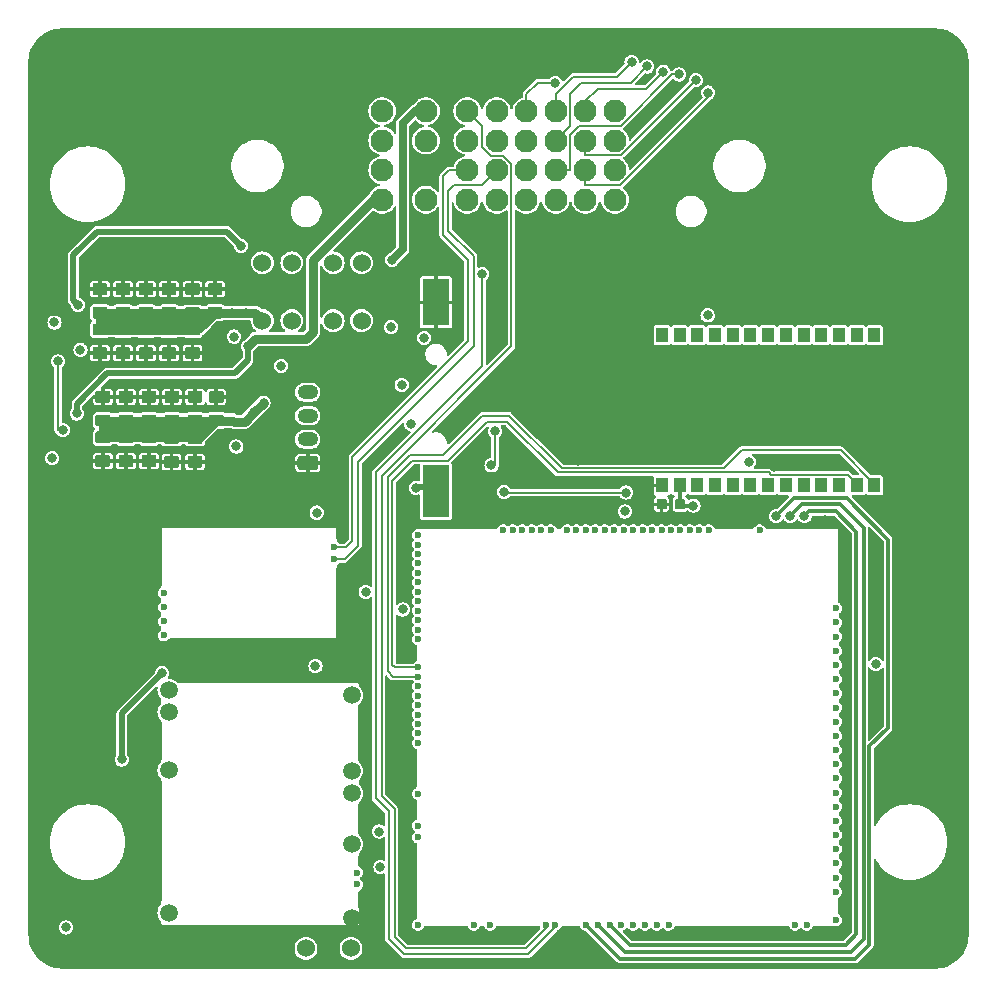
<source format=gbl>
G04 #@! TF.GenerationSoftware,KiCad,Pcbnew,8.0.2-8.0.2-0~ubuntu22.04.1*
G04 #@! TF.CreationDate,2024-05-29T14:04:05+00:00*
G04 #@! TF.ProjectId,PROLT,50524f4c-542e-46b6-9963-61645f706362,rev?*
G04 #@! TF.SameCoordinates,Original*
G04 #@! TF.FileFunction,Copper,L4,Bot*
G04 #@! TF.FilePolarity,Positive*
%FSLAX46Y46*%
G04 Gerber Fmt 4.6, Leading zero omitted, Abs format (unit mm)*
G04 Created by KiCad (PCBNEW 8.0.2-8.0.2-0~ubuntu22.04.1) date 2024-05-29 14:04:05*
%MOMM*%
%LPD*%
G01*
G04 APERTURE LIST*
G04 #@! TA.AperFunction,ComponentPad*
%ADD10C,1.524000*%
G04 #@! TD*
G04 #@! TA.AperFunction,ComponentPad*
%ADD11O,1.750000X1.200000*%
G04 #@! TD*
G04 #@! TA.AperFunction,ComponentPad*
%ADD12C,0.600000*%
G04 #@! TD*
G04 #@! TA.AperFunction,SMDPad,CuDef*
%ADD13R,3.700000X0.200000*%
G04 #@! TD*
G04 #@! TA.AperFunction,SMDPad,CuDef*
%ADD14R,0.400000X0.200000*%
G04 #@! TD*
G04 #@! TA.AperFunction,SMDPad,CuDef*
%ADD15R,1.600000X0.200000*%
G04 #@! TD*
G04 #@! TA.AperFunction,SMDPad,CuDef*
%ADD16R,9.700000X0.200000*%
G04 #@! TD*
G04 #@! TA.AperFunction,SMDPad,CuDef*
%ADD17R,2.300000X0.200000*%
G04 #@! TD*
G04 #@! TA.AperFunction,SMDPad,CuDef*
%ADD18R,0.200000X1.400000*%
G04 #@! TD*
G04 #@! TA.AperFunction,SMDPad,CuDef*
%ADD19R,0.200000X6.400000*%
G04 #@! TD*
G04 #@! TA.AperFunction,SMDPad,CuDef*
%ADD20R,0.200000X1.700000*%
G04 #@! TD*
G04 #@! TA.AperFunction,SMDPad,CuDef*
%ADD21R,0.200000X3.300000*%
G04 #@! TD*
G04 #@! TA.AperFunction,SMDPad,CuDef*
%ADD22R,7.000000X0.200000*%
G04 #@! TD*
G04 #@! TA.AperFunction,SMDPad,CuDef*
%ADD23R,3.300000X0.200000*%
G04 #@! TD*
G04 #@! TA.AperFunction,SMDPad,CuDef*
%ADD24R,6.300000X0.200000*%
G04 #@! TD*
G04 #@! TA.AperFunction,ComponentPad*
%ADD25C,1.950000*%
G04 #@! TD*
G04 #@! TA.AperFunction,SMDPad,CuDef*
%ADD26R,0.250000X6.185000*%
G04 #@! TD*
G04 #@! TA.AperFunction,SMDPad,CuDef*
%ADD27R,0.250000X1.115000*%
G04 #@! TD*
G04 #@! TA.AperFunction,SMDPad,CuDef*
%ADD28R,14.275000X0.250000*%
G04 #@! TD*
G04 #@! TA.AperFunction,SMDPad,CuDef*
%ADD29R,15.100000X0.250000*%
G04 #@! TD*
G04 #@! TA.AperFunction,SMDPad,CuDef*
%ADD30R,0.250000X5.175000*%
G04 #@! TD*
G04 #@! TA.AperFunction,ComponentPad*
%ADD31C,1.500000*%
G04 #@! TD*
G04 #@! TA.AperFunction,SMDPad,CuDef*
%ADD32O,0.200000X3.300000*%
G04 #@! TD*
G04 #@! TA.AperFunction,SMDPad,CuDef*
%ADD33O,0.200000X10.200000*%
G04 #@! TD*
G04 #@! TA.AperFunction,SMDPad,CuDef*
%ADD34O,0.200000X0.300000*%
G04 #@! TD*
G04 #@! TA.AperFunction,SMDPad,CuDef*
%ADD35O,17.000000X0.200000*%
G04 #@! TD*
G04 #@! TA.AperFunction,SMDPad,CuDef*
%ADD36O,15.400000X0.200000*%
G04 #@! TD*
G04 #@! TA.AperFunction,SMDPad,CuDef*
%ADD37O,0.200000X4.800000*%
G04 #@! TD*
G04 #@! TA.AperFunction,SMDPad,CuDef*
%ADD38O,0.200000X2.600000*%
G04 #@! TD*
G04 #@! TA.AperFunction,SMDPad,CuDef*
%ADD39O,0.200000X1.000000*%
G04 #@! TD*
G04 #@! TA.AperFunction,SMDPad,CuDef*
%ADD40O,0.200000X1.500000*%
G04 #@! TD*
G04 #@! TA.AperFunction,SMDPad,CuDef*
%ADD41R,1.000000X1.300000*%
G04 #@! TD*
G04 #@! TA.AperFunction,SMDPad,CuDef*
%ADD42R,2.299995X4.399991*%
G04 #@! TD*
G04 #@! TA.AperFunction,SMDPad,CuDef*
%ADD43R,2.299995X3.999992*%
G04 #@! TD*
G04 #@! TA.AperFunction,ViaPad*
%ADD44C,0.800000*%
G04 #@! TD*
G04 #@! TA.AperFunction,Conductor*
%ADD45C,0.500000*%
G04 #@! TD*
G04 #@! TA.AperFunction,Conductor*
%ADD46C,0.150000*%
G04 #@! TD*
G04 #@! TA.AperFunction,Conductor*
%ADD47C,0.800000*%
G04 #@! TD*
G04 #@! TA.AperFunction,Conductor*
%ADD48C,0.300000*%
G04 #@! TD*
G04 #@! TA.AperFunction,Conductor*
%ADD49C,0.700000*%
G04 #@! TD*
G04 #@! TA.AperFunction,Conductor*
%ADD50C,0.200000*%
G04 #@! TD*
G04 APERTURE END LIST*
D10*
G04 #@! TO.P,F7,1,1*
G04 #@! TO.N,+12V*
X28750000Y60300000D03*
G04 #@! TO.P,F7,2,2*
G04 #@! TO.N,+12V_RAW*
X28750000Y55400000D03*
G04 #@! TD*
G04 #@! TO.P,J2,1,Pin_1*
G04 #@! TO.N,GND*
G04 #@! TA.AperFunction,ComponentPad*
G36*
G01*
X24825000Y42750000D02*
X23575000Y42750000D01*
G75*
G02*
X23325000Y43000000I0J250000D01*
G01*
X23325000Y43700000D01*
G75*
G02*
X23575000Y43950000I250000J0D01*
G01*
X24825000Y43950000D01*
G75*
G02*
X25075000Y43700000I0J-250000D01*
G01*
X25075000Y43000000D01*
G75*
G02*
X24825000Y42750000I-250000J0D01*
G01*
G37*
G04 #@! TD.AperFunction*
D11*
G04 #@! TO.P,J2,2,Pin_2*
G04 #@! TO.N,/USB+*
X24200000Y45350000D03*
G04 #@! TO.P,J2,3,Pin_3*
G04 #@! TO.N,/USB-*
X24200000Y47350000D03*
G04 #@! TO.P,J2,4,Pin_4*
G04 #@! TO.N,/VBUS*
X24200000Y49350000D03*
G04 #@! TD*
D12*
G04 #@! TO.P,M1,E1,V5A_SWITCHABLE*
G04 #@! TO.N,+5VA*
X62449990Y37650000D03*
G04 #@! TO.P,M1,E2,GNDA*
G04 #@! TO.N,GNDA*
X58149990Y37650010D03*
G04 #@! TO.P,M1,E3,I2C_SCL_(PB10)*
G04 #@! TO.N,unconnected-(M1-I2C_SCL_(PB10)-PadE3)*
X57350000Y37650010D03*
G04 #@! TO.P,M1,E4,I2C_SDA_(PB11)*
G04 #@! TO.N,unconnected-(M1-I2C_SDA_(PB11)-PadE4)*
X56549990Y37650010D03*
G04 #@! TO.P,M1,E5,IN_VIGN_(PA5)*
G04 #@! TO.N,Net-(M1-IN_VIGN_(PA5))*
X55749990Y37650010D03*
G04 #@! TO.P,M1,E6,SPI2_CS_/_CAN2_RX_(PB12)*
G04 #@! TO.N,unconnected-(M1-SPI2_CS_{slash}_CAN2_RX_(PB12)-PadE6)*
X54949990Y37650010D03*
G04 #@! TO.P,M1,E7,SPI2_SCK_/_CAN2_TX_(PB13)*
G04 #@! TO.N,unconnected-(M1-SPI2_SCK_{slash}_CAN2_TX_(PB13)-PadE7)*
X54149990Y37650010D03*
G04 #@! TO.P,M1,E8,SPI2_MISO_(PB14)*
G04 #@! TO.N,/DC1_DIS*
X53349990Y37650010D03*
G04 #@! TO.P,M1,E9,SPI2_MOSI_(PB15)*
G04 #@! TO.N,/DC2_DIR*
X52549990Y37650010D03*
G04 #@! TO.P,M1,E10,OUT_INJ8_(PD12)*
G04 #@! TO.N,unconnected-(M1-OUT_INJ8_(PD12)-PadE10)*
X51749990Y37650010D03*
G04 #@! TO.P,M1,E11,OUT_INJ7_(PD15)*
G04 #@! TO.N,unconnected-(M1-OUT_INJ7_(PD15)-PadE11)*
X50949990Y37650010D03*
G04 #@! TO.P,M1,E12,OUT_INJ6_(PA8)*
G04 #@! TO.N,unconnected-(M1-OUT_INJ6_(PA8)-PadE12)*
X50149990Y37650010D03*
G04 #@! TO.P,M1,E13,OUT_INJ5_(PD2)*
G04 #@! TO.N,/HS*
X49349990Y37650010D03*
G04 #@! TO.P,M1,E14,OUT_INJ4_(PD10)*
G04 #@! TO.N,/INJ4_IN*
X48549990Y37650010D03*
G04 #@! TO.P,M1,E15,OUT_INJ3_(PD11)*
G04 #@! TO.N,/INJ3_IN*
X47749990Y37650010D03*
G04 #@! TO.P,M1,E16,OUT_INJ2_(PA9)*
G04 #@! TO.N,/INJ2_IN*
X46950000Y37650000D03*
G04 #@! TO.P,M1,E17,OUT_INJ1_(PD3)*
G04 #@! TO.N,/INJ1_IN*
X46149990Y37650010D03*
G04 #@! TO.P,M1,E18,OUT_PWM1_(PD13)*
G04 #@! TO.N,/LS1*
X44749990Y37650010D03*
G04 #@! TO.P,M1,E19,OUT_PWM2_(PC6)*
G04 #@! TO.N,/LS2*
X43950000Y37650010D03*
G04 #@! TO.P,M1,E20,OUT_PWM3_(PC7)*
G04 #@! TO.N,/DC1_PWM*
X43150000Y37650010D03*
G04 #@! TO.P,M1,E21,OUT_PWM4_(PC8)*
G04 #@! TO.N,/DC1_DIR*
X42350000Y37650010D03*
G04 #@! TO.P,M1,E22,OUT_PWM5_(PC9)*
G04 #@! TO.N,/DC2_PWM*
X41550000Y37650010D03*
G04 #@! TO.P,M1,E23,OUT_PWM6_(PD14)*
G04 #@! TO.N,unconnected-(M1-OUT_PWM6_(PD14)-PadE23)*
X40749990Y37650010D03*
D13*
G04 #@! TO.P,M1,G,GND*
G04 #@! TO.N,GND*
X35900000Y4050000D03*
D14*
X38949990Y4050000D03*
D13*
X42000000Y4050000D03*
D15*
X46449990Y4050000D03*
D16*
X60099990Y4050000D03*
D17*
X68099990Y4050000D03*
D18*
X69150000Y5850010D03*
D19*
X33350000Y7950000D03*
D20*
X33350000Y14000000D03*
D21*
X33350000Y17500000D03*
D18*
X33350000Y27250000D03*
D19*
X69150000Y34750000D03*
D22*
X36749980Y37850010D03*
D14*
X45450000Y37850010D03*
D23*
X60300000Y37850010D03*
D24*
X66100000Y37850010D03*
D12*
G04 #@! TO.P,M1,N1,VBUS*
G04 #@! TO.N,/VBUS*
X33549990Y37250010D03*
G04 #@! TO.P,M1,N2,USBM_(PA11)*
G04 #@! TO.N,/USB-*
X33549990Y36450010D03*
G04 #@! TO.P,M1,N3,USBP_(PA12)*
G04 #@! TO.N,/USB+*
X33549990Y35650010D03*
G04 #@! TO.P,M1,N4,USBID_(PA10)*
G04 #@! TO.N,/DC2_DIS*
X33549990Y34850000D03*
G04 #@! TO.P,M1,N5,SWDIO_(PA13)*
G04 #@! TO.N,unconnected-(M1-SWDIO_(PA13)-PadN5)*
X33549990Y34050010D03*
G04 #@! TO.P,M1,N6,SWCLK_(PA14)*
G04 #@! TO.N,unconnected-(M1-SWCLK_(PA14)-PadN6)*
X33549990Y33250010D03*
G04 #@! TO.P,M1,N7,nReset*
G04 #@! TO.N,unconnected-(M1-nReset-PadN7)*
X33549990Y32450010D03*
G04 #@! TO.P,M1,N8,SWO_(PB3)*
G04 #@! TO.N,unconnected-(M1-SWO_(PB3)-PadN8)*
X33549990Y31650000D03*
G04 #@! TO.P,M1,N9,SPI3_CS_(PA15)*
G04 #@! TO.N,unconnected-(M1-SPI3_CS_(PA15)-PadN9)*
X33550000Y30850010D03*
G04 #@! TO.P,M1,N10,SPI3_SCK_(PC10)*
G04 #@! TO.N,unconnected-(M1-SPI3_SCK_(PC10)-PadN10)*
X33550000Y30050010D03*
G04 #@! TO.P,M1,N11,SPI3_MISO_(PC11)*
G04 #@! TO.N,unconnected-(M1-SPI3_MISO_(PC11)-PadN11)*
X33550000Y29250010D03*
G04 #@! TO.P,M1,N12,SPI3_MOSI_(PC12)*
G04 #@! TO.N,/PG_5VP*
X33550000Y28450010D03*
G04 #@! TO.P,M1,N13,UART2_TX_(PD5)*
G04 #@! TO.N,Net-(M1-UART2_TX_(PD5))*
X33550000Y26050000D03*
G04 #@! TO.P,M1,N14,UART2_RX_(PD6)*
G04 #@! TO.N,Net-(M1-UART2_RX_(PD6))*
X33550000Y25250000D03*
G04 #@! TO.P,M1,N14a,LED_GREEN*
G04 #@! TO.N,unconnected-(M1-LED_GREEN-PadN14a)*
X33549990Y24450010D03*
G04 #@! TO.P,M1,N14b,LED_YELLOW*
G04 #@! TO.N,unconnected-(M1-LED_YELLOW-PadN14b)*
X33549990Y23650000D03*
G04 #@! TO.P,M1,N15,V33_SWITCHABLE*
G04 #@! TO.N,+3.3VA*
X33549990Y22850000D03*
G04 #@! TO.P,M1,N16,BOOT0*
G04 #@! TO.N,unconnected-(M1-BOOT0-PadN16)*
X33549990Y22050000D03*
G04 #@! TO.P,M1,N17,VBAT*
G04 #@! TO.N,Net-(D3-K)*
X33549990Y21250000D03*
G04 #@! TO.P,M1,N18,UART8_RX_(PE0)*
G04 #@! TO.N,unconnected-(M1-UART8_RX_(PE0)-PadN18)*
X33550000Y20450000D03*
G04 #@! TO.P,M1,N19,UART8_TX_(PE1)*
G04 #@! TO.N,/VR_MAX9924*
X33550000Y19650000D03*
G04 #@! TO.P,M1,N20,OUT_PWR_EN_(PE10)*
G04 #@! TO.N,/EN_5VP*
X33550000Y15350000D03*
G04 #@! TO.P,M1,N21,V33*
G04 #@! TO.N,+3.3V*
X33550000Y12650000D03*
G04 #@! TO.P,M1,N22,VCC*
G04 #@! TO.N,+5V*
X33550000Y11650010D03*
G04 #@! TO.P,M1,N23,V33*
G04 #@! TO.N,unconnected-(M1-V33-PadN23)*
X33550000Y4250000D03*
G04 #@! TO.P,M1,S1,IN_D4_(PE15)*
G04 #@! TO.N,/IN_D3*
X68950000Y31050020D03*
G04 #@! TO.P,M1,S2,IN_D3_(PE14)*
G04 #@! TO.N,/IN_D2*
X68950000Y29850010D03*
G04 #@! TO.P,M1,S3,IN_D2_(PE13)*
G04 #@! TO.N,/IN_D1*
X68950000Y28650010D03*
G04 #@! TO.P,M1,S4,IN_D1_(PE12)*
G04 #@! TO.N,/IN_CMP*
X68950000Y27450010D03*
G04 #@! TO.P,M1,S5,VREF2*
G04 #@! TO.N,unconnected-(M1-VREF2-PadS5)*
X68950000Y26250010D03*
G04 #@! TO.P,M1,S6,IN_AUX4_(PC5)*
G04 #@! TO.N,/IN_VMAIN*
X68950000Y25050010D03*
G04 #@! TO.P,M1,S7,IN_AUX3_(PA7)*
G04 #@! TO.N,unconnected-(M1-IN_AUX3_(PA7)-PadS7)*
X68950000Y23850010D03*
G04 #@! TO.P,M1,S8,IN_AUX2_(PC4/PE9)*
G04 #@! TO.N,unconnected-(M1-IN_AUX2_(PC4{slash}PE9)-PadS8)*
X68950000Y22650010D03*
G04 #@! TO.P,M1,S9,IN_AUX1_(PB0)*
G04 #@! TO.N,unconnected-(M1-IN_AUX1_(PB0)-PadS9)*
X68950000Y21450010D03*
G04 #@! TO.P,M1,S10,IN_O2S2_(PA1)*
G04 #@! TO.N,/IN_AUX2*
X68950000Y20250010D03*
G04 #@! TO.P,M1,S11,IN_O2S_/_CAN_WAKEUP_(PA0)*
G04 #@! TO.N,/IN_AUX1*
X68950000Y19050010D03*
G04 #@! TO.P,M1,S12,IN_MAP2_(PC1)*
G04 #@! TO.N,unconnected-(M1-IN_MAP2_(PC1)-PadS12)*
X68950000Y17850010D03*
G04 #@! TO.P,M1,S13,IN_MAP1_(PC0)*
G04 #@! TO.N,/IN_MAP*
X68950000Y16650010D03*
G04 #@! TO.P,M1,S14,IN_CRANK_(PB1)*
G04 #@! TO.N,unconnected-(M1-IN_CRANK_(PB1)-PadS14)*
X68950000Y15450010D03*
G04 #@! TO.P,M1,S15,IN_KNOCK_(PA2)*
G04 #@! TO.N,unconnected-(M1-IN_KNOCK_(PA2)-PadS15)*
X68950000Y14250010D03*
G04 #@! TO.P,M1,S16,IN_CAM_(PA6)*
G04 #@! TO.N,unconnected-(M1-IN_CAM_(PA6)-PadS16)*
X68950000Y13050010D03*
G04 #@! TO.P,M1,S17,IN_VSS_(PE11)*
G04 #@! TO.N,unconnected-(M1-IN_VSS_(PE11)-PadS17)*
X68950000Y11850010D03*
G04 #@! TO.P,M1,S18,IN_TPS_(PA4)*
G04 #@! TO.N,/IN_TPS*
X68950000Y10650000D03*
G04 #@! TO.P,M1,S19,IN_PPS_(PA3)*
G04 #@! TO.N,unconnected-(M1-IN_PPS_(PA3)-PadS19)*
X68950000Y9450000D03*
G04 #@! TO.P,M1,S20,IN_IAT_(PC3)*
G04 #@! TO.N,/IN_IAT*
X68950000Y8250000D03*
G04 #@! TO.P,M1,S21,IN_CLT_(PC2)*
G04 #@! TO.N,/IN_CLT*
X68950000Y7050000D03*
G04 #@! TO.P,M1,S22,VREF1*
G04 #@! TO.N,unconnected-(M1-VREF1-PadS22)*
X68950000Y4650000D03*
G04 #@! TO.P,M1,W1,GNDA*
G04 #@! TO.N,unconnected-(M1-GNDA-PadW1)*
X66449990Y4250000D03*
G04 #@! TO.P,M1,W2,V5A_SWITCHABLE*
G04 #@! TO.N,unconnected-(M1-V5A_SWITCHABLE-PadW2)*
X65449990Y4250000D03*
G04 #@! TO.P,M1,W3,IGN8_(PE6)*
G04 #@! TO.N,unconnected-(M1-IGN8_(PE6)-PadW3)*
X54750000Y4250000D03*
G04 #@! TO.P,M1,W4,IGN7_(PB9)*
G04 #@! TO.N,unconnected-(M1-IGN7_(PB9)-PadW4)*
X53749990Y4250000D03*
G04 #@! TO.P,M1,W5,IGN6_(PB8)*
G04 #@! TO.N,unconnected-(M1-IGN6_(PB8)-PadW5)*
X52750000Y4250000D03*
G04 #@! TO.P,M1,W6,IGN5_(PE2)*
G04 #@! TO.N,unconnected-(M1-IGN5_(PE2)-PadW6)*
X51750000Y4250000D03*
G04 #@! TO.P,M1,W7,IGN4_(PE3)*
G04 #@! TO.N,unconnected-(M1-IGN4_(PE3)-PadW7)*
X50750000Y4250000D03*
G04 #@! TO.P,M1,W8,IGN3_(PE4)*
G04 #@! TO.N,/IGN3_IN*
X49750000Y4250000D03*
G04 #@! TO.P,M1,W9,IGN2_(PE5)*
G04 #@! TO.N,/IGN2_IN*
X48750000Y4250000D03*
G04 #@! TO.P,M1,W10,IGN1_(PC13)*
G04 #@! TO.N,/IGN1_IN*
X47750000Y4250000D03*
G04 #@! TO.P,M1,W11,CANH*
G04 #@! TO.N,/CAN-H*
X45150000Y4250000D03*
G04 #@! TO.P,M1,W12,CANL*
G04 #@! TO.N,/CAN-L*
X44350000Y4250000D03*
G04 #@! TO.P,M1,W13,V33_REF*
G04 #@! TO.N,unconnected-(M1-V33_REF-PadW13)*
X39649990Y4250000D03*
G04 #@! TO.P,M1,W14,V5A_SWITCHABLE*
G04 #@! TO.N,unconnected-(M1-V5A_SWITCHABLE-PadW14)*
X38250000Y4250000D03*
G04 #@! TD*
D25*
G04 #@! TO.P,J1,A1,A1*
G04 #@! TO.N,/IGN1_OUT*
X50200000Y65650000D03*
G04 #@! TO.P,J1,A2,A2*
G04 #@! TO.N,/IGN2_OUT*
X50200000Y68150000D03*
G04 #@! TO.P,J1,A3,A3*
G04 #@! TO.N,/IGN3_OUT*
X50200000Y70650000D03*
G04 #@! TO.P,J1,A4,A4*
G04 #@! TO.N,/TACH*
X50200000Y73150000D03*
G04 #@! TO.P,J1,B1,B1*
G04 #@! TO.N,/OUT_1*
X47700000Y65650000D03*
G04 #@! TO.P,J1,B2,B2*
G04 #@! TO.N,/IN_IAT*
X47700000Y68150000D03*
G04 #@! TO.P,J1,B3,B3*
G04 #@! TO.N,/IN_CLT*
X47700000Y70650000D03*
G04 #@! TO.P,J1,B4,B4*
G04 #@! TO.N,/IN_MAP*
X47700000Y73150000D03*
G04 #@! TO.P,J1,C1,C1*
G04 #@! TO.N,/INJ3_OUT*
X45200000Y65650000D03*
G04 #@! TO.P,J1,C2,C2*
G04 #@! TO.N,/IN_TPS*
X45200000Y68150000D03*
G04 #@! TO.P,J1,C3,C3*
G04 #@! TO.N,/IN_AUX1*
X45200000Y70650000D03*
G04 #@! TO.P,J1,C4,C4*
G04 #@! TO.N,/IN_AUX2*
X45200000Y73150000D03*
G04 #@! TO.P,J1,D1,D1*
G04 #@! TO.N,/INJ2_OUT*
X42700000Y65650000D03*
G04 #@! TO.P,J1,D2,D2*
G04 #@! TO.N,/IN_D1*
X42700000Y68150000D03*
G04 #@! TO.P,J1,D3,D3*
G04 #@! TO.N,/IN_D2*
X42700000Y70650000D03*
G04 #@! TO.P,J1,D4,D4*
G04 #@! TO.N,/IN_D3*
X42700000Y73150000D03*
G04 #@! TO.P,J1,E1,E1*
G04 #@! TO.N,/INJ1_OUT*
X40200000Y65650000D03*
G04 #@! TO.P,J1,E2,E2*
G04 #@! TO.N,/VR-*
X40200000Y68150000D03*
G04 #@! TO.P,J1,E3,E3*
G04 #@! TO.N,/IN_CMP*
X40200000Y70650000D03*
G04 #@! TO.P,J1,E4,E4*
G04 #@! TO.N,GNDA*
X40200000Y73150000D03*
G04 #@! TO.P,J1,F1,F1*
G04 #@! TO.N,+5VP*
X37700000Y65650000D03*
G04 #@! TO.P,J1,F2,F2*
G04 #@! TO.N,/VR+*
X37700000Y68150000D03*
G04 #@! TO.P,J1,F3,F3*
G04 #@! TO.N,/CAN-H*
X37700000Y70650000D03*
G04 #@! TO.P,J1,F4,F4*
G04 #@! TO.N,/CAN-L*
X37700000Y73150000D03*
G04 #@! TO.P,J1,G1,G1*
G04 #@! TO.N,+12V*
X34200000Y65650000D03*
G04 #@! TO.P,J1,G2,G2*
G04 #@! TO.N,GND*
X34200000Y68150000D03*
G04 #@! TO.P,J1,G3,G3*
G04 #@! TO.N,/OUT_2*
X34200000Y70650000D03*
G04 #@! TO.P,J1,G4,G4*
G04 #@! TO.N,/OUT_3*
X34200000Y73150000D03*
G04 #@! TO.P,J1,H1,H1*
G04 #@! TO.N,/DC2-*
X30500000Y65650000D03*
G04 #@! TO.P,J1,H2,H2*
G04 #@! TO.N,/DC1-*
X30500000Y68150000D03*
G04 #@! TO.P,J1,H3,H3*
G04 #@! TO.N,/DC1+*
X30500000Y70650000D03*
G04 #@! TO.P,J1,H4,H4*
G04 #@! TO.N,/DC2+*
X30500000Y73150000D03*
G04 #@! TD*
D10*
G04 #@! TO.P,F5,1,1*
G04 #@! TO.N,+12V*
X22850000Y60300000D03*
G04 #@! TO.P,F5,2,2*
G04 #@! TO.N,/DC Drivers/DC2_PWR*
X22850000Y55400000D03*
G04 #@! TD*
G04 #@! TO.P,R16,1,1*
G04 #@! TO.N,Net-(M3-PG_5VP)*
X24045000Y2250000D03*
G04 #@! TO.P,R16,2,2*
G04 #@! TO.N,/PG_5VP*
X27855000Y2250000D03*
G04 #@! TD*
G04 #@! TO.P,F4,1,1*
G04 #@! TO.N,+12V*
X20350000Y60300000D03*
G04 #@! TO.P,F4,2,2*
G04 #@! TO.N,/DC Drivers/DC1_PWR*
X20350000Y55400000D03*
G04 #@! TD*
G04 #@! TO.P,F6,1,1*
G04 #@! TO.N,+12V*
X26350000Y60300000D03*
G04 #@! TO.P,F6,2,2*
G04 #@! TO.N,/IN_VING*
X26350000Y55400000D03*
G04 #@! TD*
D12*
G04 #@! TO.P,M2,E1,NC*
G04 #@! TO.N,unconnected-(M2-NC-PadE1)*
X12012500Y31150000D03*
G04 #@! TO.P,M2,E2,NC*
G04 #@! TO.N,unconnected-(M2-NC-PadE2)*
X12012500Y32350000D03*
G04 #@! TO.P,M2,E3,OUT*
G04 #@! TO.N,/VR_MAX9924*
X12012500Y29950000D03*
G04 #@! TO.P,M2,E4,V5_IN*
G04 #@! TO.N,+5VA*
X12012500Y28750000D03*
D26*
G04 #@! TO.P,M2,G,GND*
G04 #@! TO.N,GND*
X26662500Y31417500D03*
D27*
X26662500Y37467500D03*
D28*
X19650000Y28450000D03*
D29*
X19237500Y37900000D03*
D30*
X11812500Y35437500D03*
D12*
G04 #@! TO.P,M2,W1,VR-*
G04 #@! TO.N,/VR-*
X26437500Y35210000D03*
G04 #@! TO.P,M2,W2,VR+*
G04 #@! TO.N,/VR+*
X26437500Y36210000D03*
G04 #@! TD*
D31*
G04 #@! TO.P,M3,E1,VBAT*
G04 #@! TO.N,Net-(D3-K)*
X27924995Y23674999D03*
G04 #@! TO.P,M3,E2,V12*
G04 #@! TO.N,unconnected-(M3-V12-PadE2)*
X27924995Y17275002D03*
G04 #@! TO.P,M3,E3,VIGN*
G04 #@! TO.N,Net-(M1-IN_VIGN_(PA5))*
X27924995Y15374999D03*
G04 #@! TO.P,M3,E4,V5*
G04 #@! TO.N,+5V*
X27924995Y11074999D03*
D12*
G04 #@! TO.P,M3,E5,EN_5VP*
G04 #@! TO.N,/EN_5VP*
X28374994Y8675002D03*
G04 #@! TO.P,M3,E6,PG_5VP*
G04 #@! TO.N,Net-(M3-PG_5VP)*
X28374994Y7675001D03*
D32*
G04 #@! TO.P,M3,S1,GND*
G04 #@! TO.N,GND*
X11774999Y19824999D03*
D33*
X11774999Y11325001D03*
D34*
X11774999Y4224999D03*
D35*
X20174997Y4174999D03*
D36*
X20974998Y24774999D03*
D31*
X27924995Y4824999D03*
D34*
X28574996Y24724999D03*
D37*
X28574996Y20525001D03*
D38*
X28574996Y13174999D03*
D39*
X28574996Y9675002D03*
D40*
X28574996Y6375001D03*
D31*
G04 #@! TO.P,M3,V1,V12_PERM*
G04 #@! TO.N,+12V_RAW*
X12424998Y24125001D03*
G04 #@! TO.P,M3,V2,IN_VIGN*
G04 #@! TO.N,/IN_VING*
X12424998Y22275002D03*
G04 #@! TO.P,M3,V3,V12_RAW*
G04 #@! TO.N,+12V_RAW*
X12424998Y17324999D03*
G04 #@! TO.P,M3,V4,5VP*
G04 #@! TO.N,+5VP*
X12424998Y5275001D03*
G04 #@! TD*
G04 #@! TO.P,C6,1*
G04 #@! TO.N,GND*
G04 #@! TA.AperFunction,SMDPad,CuDef*
G36*
G01*
X14975079Y52164993D02*
X13925079Y52164993D01*
G75*
G02*
X13825079Y52264993I0J100000D01*
G01*
X13825079Y53064993D01*
G75*
G02*
X13925079Y53164993I100000J0D01*
G01*
X14975079Y53164993D01*
G75*
G02*
X15075079Y53064993I0J-100000D01*
G01*
X15075079Y52264993D01*
G75*
G02*
X14975079Y52164993I-100000J0D01*
G01*
G37*
G04 #@! TD.AperFunction*
G04 #@! TO.P,C6,2*
G04 #@! TO.N,/DC Drivers/DC1_PWR*
G04 #@! TA.AperFunction,SMDPad,CuDef*
G36*
G01*
X14975079Y54164993D02*
X13925079Y54164993D01*
G75*
G02*
X13825079Y54264993I0J100000D01*
G01*
X13825079Y55064993D01*
G75*
G02*
X13925079Y55164993I100000J0D01*
G01*
X14975079Y55164993D01*
G75*
G02*
X15075079Y55064993I0J-100000D01*
G01*
X15075079Y54264993D01*
G75*
G02*
X14975079Y54164993I-100000J0D01*
G01*
G37*
G04 #@! TD.AperFunction*
G04 #@! TD*
G04 #@! TO.P,C11,1*
G04 #@! TO.N,GND*
G04 #@! TA.AperFunction,SMDPad,CuDef*
G36*
G01*
X11025015Y52150000D02*
X9975015Y52150000D01*
G75*
G02*
X9875015Y52250000I0J100000D01*
G01*
X9875015Y53050000D01*
G75*
G02*
X9975015Y53150000I100000J0D01*
G01*
X11025015Y53150000D01*
G75*
G02*
X11125015Y53050000I0J-100000D01*
G01*
X11125015Y52250000D01*
G75*
G02*
X11025015Y52150000I-100000J0D01*
G01*
G37*
G04 #@! TD.AperFunction*
G04 #@! TO.P,C11,2*
G04 #@! TO.N,/DC Drivers/DC1_PWR*
G04 #@! TA.AperFunction,SMDPad,CuDef*
G36*
G01*
X11025015Y54150000D02*
X9975015Y54150000D01*
G75*
G02*
X9875015Y54250000I0J100000D01*
G01*
X9875015Y55050000D01*
G75*
G02*
X9975015Y55150000I100000J0D01*
G01*
X11025015Y55150000D01*
G75*
G02*
X11125015Y55050000I0J-100000D01*
G01*
X11125015Y54250000D01*
G75*
G02*
X11025015Y54150000I-100000J0D01*
G01*
G37*
G04 #@! TD.AperFunction*
G04 #@! TD*
G04 #@! TO.P,C4,1*
G04 #@! TO.N,GND*
G04 #@! TA.AperFunction,SMDPad,CuDef*
G36*
G01*
X9975015Y58580002D02*
X11025015Y58580002D01*
G75*
G02*
X11125015Y58480002I0J-100000D01*
G01*
X11125015Y57680002D01*
G75*
G02*
X11025015Y57580002I-100000J0D01*
G01*
X9975015Y57580002D01*
G75*
G02*
X9875015Y57680002I0J100000D01*
G01*
X9875015Y58480002D01*
G75*
G02*
X9975015Y58580002I100000J0D01*
G01*
G37*
G04 #@! TD.AperFunction*
G04 #@! TO.P,C4,2*
G04 #@! TO.N,/DC Drivers/DC1_PWR*
G04 #@! TA.AperFunction,SMDPad,CuDef*
G36*
G01*
X9975015Y56580002D02*
X11025015Y56580002D01*
G75*
G02*
X11125015Y56480002I0J-100000D01*
G01*
X11125015Y55680002D01*
G75*
G02*
X11025015Y55580002I-100000J0D01*
G01*
X9975015Y55580002D01*
G75*
G02*
X9875015Y55680002I0J100000D01*
G01*
X9875015Y56480002D01*
G75*
G02*
X9975015Y56580002I100000J0D01*
G01*
G37*
G04 #@! TD.AperFunction*
G04 #@! TD*
G04 #@! TO.P,C18,1*
G04 #@! TO.N,GND*
G04 #@! TA.AperFunction,SMDPad,CuDef*
G36*
G01*
X10225000Y49450000D02*
X11275000Y49450000D01*
G75*
G02*
X11375000Y49350000I0J-100000D01*
G01*
X11375000Y48550000D01*
G75*
G02*
X11275000Y48450000I-100000J0D01*
G01*
X10225000Y48450000D01*
G75*
G02*
X10125000Y48550000I0J100000D01*
G01*
X10125000Y49350000D01*
G75*
G02*
X10225000Y49450000I100000J0D01*
G01*
G37*
G04 #@! TD.AperFunction*
G04 #@! TO.P,C18,2*
G04 #@! TO.N,/DC Drivers/DC2_PWR*
G04 #@! TA.AperFunction,SMDPad,CuDef*
G36*
G01*
X10225000Y47450000D02*
X11275000Y47450000D01*
G75*
G02*
X11375000Y47350000I0J-100000D01*
G01*
X11375000Y46550000D01*
G75*
G02*
X11275000Y46450000I-100000J0D01*
G01*
X10225000Y46450000D01*
G75*
G02*
X10125000Y46550000I0J100000D01*
G01*
X10125000Y47350000D01*
G75*
G02*
X10225000Y47450000I100000J0D01*
G01*
G37*
G04 #@! TD.AperFunction*
G04 #@! TD*
D41*
G04 #@! TO.P,U1,1,TXD*
G04 #@! TO.N,Net-(M1-UART2_RX_(PD6))*
X72175000Y41462500D03*
G04 #@! TO.P,U1,2,RXD*
G04 #@! TO.N,Net-(M1-UART2_TX_(PD5))*
X70675000Y41462500D03*
G04 #@! TO.P,U1,3*
G04 #@! TO.N,N/C*
X69175000Y41462500D03*
G04 #@! TO.P,U1,4*
X67675000Y41462500D03*
G04 #@! TO.P,U1,5,IO1*
G04 #@! TO.N,unconnected-(U1-IO1-Pad5)*
X66175000Y41462500D03*
G04 #@! TO.P,U1,6,IO2*
G04 #@! TO.N,unconnected-(U1-IO2-Pad6)*
X64675000Y41462500D03*
G04 #@! TO.P,U1,7*
G04 #@! TO.N,N/C*
X63175000Y41462500D03*
G04 #@! TO.P,U1,8*
X61675000Y41462500D03*
G04 #@! TO.P,U1,9*
X60175000Y41462500D03*
G04 #@! TO.P,U1,10*
X58675000Y41462500D03*
G04 #@! TO.P,U1,11*
X57175000Y41462500D03*
G04 #@! TO.P,U1,12,3V3*
G04 #@! TO.N,+3.3VA*
X55675000Y41462500D03*
G04 #@! TO.P,U1,13,GND*
G04 #@! TO.N,GND*
X54175000Y41462500D03*
G04 #@! TO.P,U1,14*
G04 #@! TO.N,N/C*
X54175000Y54162500D03*
G04 #@! TO.P,U1,15,EN*
G04 #@! TO.N,unconnected-(U1-EN-Pad15)*
X55675000Y54162500D03*
G04 #@! TO.P,U1,16,ALED*
G04 #@! TO.N,unconnected-(U1-ALED-Pad16)*
X57175000Y54162500D03*
G04 #@! TO.P,U1,17,STAT*
G04 #@! TO.N,unconnected-(U1-STAT-Pad17)*
X58675000Y54162500D03*
G04 #@! TO.P,U1,18*
G04 #@! TO.N,N/C*
X60175000Y54162500D03*
G04 #@! TO.P,U1,19*
X61675000Y54162500D03*
G04 #@! TO.P,U1,20*
X63175000Y54162500D03*
G04 #@! TO.P,U1,21*
X64675000Y54162500D03*
G04 #@! TO.P,U1,22*
X66175000Y54162500D03*
G04 #@! TO.P,U1,23*
X67675000Y54162500D03*
G04 #@! TO.P,U1,24*
X69175000Y54162500D03*
G04 #@! TO.P,U1,25*
X70675000Y54162500D03*
G04 #@! TO.P,U1,26*
X72175000Y54162500D03*
G04 #@! TD*
G04 #@! TO.P,C28,1*
G04 #@! TO.N,GND*
G04 #@! TA.AperFunction,SMDPad,CuDef*
G36*
G01*
X53734999Y39510000D02*
X53734999Y40190000D01*
G75*
G02*
X53819999Y40275000I85000J0D01*
G01*
X54499999Y40275000D01*
G75*
G02*
X54584999Y40190000I0J-85000D01*
G01*
X54584999Y39510000D01*
G75*
G02*
X54499999Y39425000I-85000J0D01*
G01*
X53819999Y39425000D01*
G75*
G02*
X53734999Y39510000I0J85000D01*
G01*
G37*
G04 #@! TD.AperFunction*
G04 #@! TO.P,C28,2*
G04 #@! TO.N,+3.3VA*
G04 #@! TA.AperFunction,SMDPad,CuDef*
G36*
G01*
X55315001Y39510000D02*
X55315001Y40190000D01*
G75*
G02*
X55400001Y40275000I85000J0D01*
G01*
X56080001Y40275000D01*
G75*
G02*
X56165001Y40190000I0J-85000D01*
G01*
X56165001Y39510000D01*
G75*
G02*
X56080001Y39425000I-85000J0D01*
G01*
X55400001Y39425000D01*
G75*
G02*
X55315001Y39510000I0J85000D01*
G01*
G37*
G04 #@! TD.AperFunction*
G04 #@! TD*
G04 #@! TO.P,C25,1*
G04 #@! TO.N,GND*
G04 #@! TA.AperFunction,SMDPad,CuDef*
G36*
G01*
X11275000Y43019998D02*
X10225000Y43019998D01*
G75*
G02*
X10125000Y43119998I0J100000D01*
G01*
X10125000Y43919998D01*
G75*
G02*
X10225000Y44019998I100000J0D01*
G01*
X11275000Y44019998D01*
G75*
G02*
X11375000Y43919998I0J-100000D01*
G01*
X11375000Y43119998D01*
G75*
G02*
X11275000Y43019998I-100000J0D01*
G01*
G37*
G04 #@! TD.AperFunction*
G04 #@! TO.P,C25,2*
G04 #@! TO.N,/DC Drivers/DC2_PWR*
G04 #@! TA.AperFunction,SMDPad,CuDef*
G36*
G01*
X11275000Y45019998D02*
X10225000Y45019998D01*
G75*
G02*
X10125000Y45119998I0J100000D01*
G01*
X10125000Y45919998D01*
G75*
G02*
X10225000Y46019998I100000J0D01*
G01*
X11275000Y46019998D01*
G75*
G02*
X11375000Y45919998I0J-100000D01*
G01*
X11375000Y45119998D01*
G75*
G02*
X11275000Y45019998I-100000J0D01*
G01*
G37*
G04 #@! TD.AperFunction*
G04 #@! TD*
G04 #@! TO.P,C24,1*
G04 #@! TO.N,GND*
G04 #@! TA.AperFunction,SMDPad,CuDef*
G36*
G01*
X9325015Y43019998D02*
X8275015Y43019998D01*
G75*
G02*
X8175015Y43119998I0J100000D01*
G01*
X8175015Y43919998D01*
G75*
G02*
X8275015Y44019998I100000J0D01*
G01*
X9325015Y44019998D01*
G75*
G02*
X9425015Y43919998I0J-100000D01*
G01*
X9425015Y43119998D01*
G75*
G02*
X9325015Y43019998I-100000J0D01*
G01*
G37*
G04 #@! TD.AperFunction*
G04 #@! TO.P,C24,2*
G04 #@! TO.N,/DC Drivers/DC2_PWR*
G04 #@! TA.AperFunction,SMDPad,CuDef*
G36*
G01*
X9325015Y45019998D02*
X8275015Y45019998D01*
G75*
G02*
X8175015Y45119998I0J100000D01*
G01*
X8175015Y45919998D01*
G75*
G02*
X8275015Y46019998I100000J0D01*
G01*
X9325015Y46019998D01*
G75*
G02*
X9425015Y45919998I0J-100000D01*
G01*
X9425015Y45119998D01*
G75*
G02*
X9325015Y45019998I-100000J0D01*
G01*
G37*
G04 #@! TD.AperFunction*
G04 #@! TD*
G04 #@! TO.P,C9,1*
G04 #@! TO.N,GND*
G04 #@! TA.AperFunction,SMDPad,CuDef*
G36*
G01*
X7125045Y52150000D02*
X6075045Y52150000D01*
G75*
G02*
X5975045Y52250000I0J100000D01*
G01*
X5975045Y53050000D01*
G75*
G02*
X6075045Y53150000I100000J0D01*
G01*
X7125045Y53150000D01*
G75*
G02*
X7225045Y53050000I0J-100000D01*
G01*
X7225045Y52250000D01*
G75*
G02*
X7125045Y52150000I-100000J0D01*
G01*
G37*
G04 #@! TD.AperFunction*
G04 #@! TO.P,C9,2*
G04 #@! TO.N,/DC Drivers/DC1_PWR*
G04 #@! TA.AperFunction,SMDPad,CuDef*
G36*
G01*
X7125045Y54150000D02*
X6075045Y54150000D01*
G75*
G02*
X5975045Y54250000I0J100000D01*
G01*
X5975045Y55050000D01*
G75*
G02*
X6075045Y55150000I100000J0D01*
G01*
X7125045Y55150000D01*
G75*
G02*
X7225045Y55050000I0J-100000D01*
G01*
X7225045Y54250000D01*
G75*
G02*
X7125045Y54150000I-100000J0D01*
G01*
G37*
G04 #@! TD.AperFunction*
G04 #@! TD*
G04 #@! TO.P,C12,1*
G04 #@! TO.N,GND*
G04 #@! TA.AperFunction,SMDPad,CuDef*
G36*
G01*
X12975000Y52150000D02*
X11925000Y52150000D01*
G75*
G02*
X11825000Y52250000I0J100000D01*
G01*
X11825000Y53050000D01*
G75*
G02*
X11925000Y53150000I100000J0D01*
G01*
X12975000Y53150000D01*
G75*
G02*
X13075000Y53050000I0J-100000D01*
G01*
X13075000Y52250000D01*
G75*
G02*
X12975000Y52150000I-100000J0D01*
G01*
G37*
G04 #@! TD.AperFunction*
G04 #@! TO.P,C12,2*
G04 #@! TO.N,/DC Drivers/DC1_PWR*
G04 #@! TA.AperFunction,SMDPad,CuDef*
G36*
G01*
X12975000Y54150000D02*
X11925000Y54150000D01*
G75*
G02*
X11825000Y54250000I0J100000D01*
G01*
X11825000Y55050000D01*
G75*
G02*
X11925000Y55150000I100000J0D01*
G01*
X12975000Y55150000D01*
G75*
G02*
X13075000Y55050000I0J-100000D01*
G01*
X13075000Y54250000D01*
G75*
G02*
X12975000Y54150000I-100000J0D01*
G01*
G37*
G04 #@! TD.AperFunction*
G04 #@! TD*
G04 #@! TO.P,C10,1*
G04 #@! TO.N,GND*
G04 #@! TA.AperFunction,SMDPad,CuDef*
G36*
G01*
X9075030Y52150000D02*
X8025030Y52150000D01*
G75*
G02*
X7925030Y52250000I0J100000D01*
G01*
X7925030Y53050000D01*
G75*
G02*
X8025030Y53150000I100000J0D01*
G01*
X9075030Y53150000D01*
G75*
G02*
X9175030Y53050000I0J-100000D01*
G01*
X9175030Y52250000D01*
G75*
G02*
X9075030Y52150000I-100000J0D01*
G01*
G37*
G04 #@! TD.AperFunction*
G04 #@! TO.P,C10,2*
G04 #@! TO.N,/DC Drivers/DC1_PWR*
G04 #@! TA.AperFunction,SMDPad,CuDef*
G36*
G01*
X9075030Y54150000D02*
X8025030Y54150000D01*
G75*
G02*
X7925030Y54250000I0J100000D01*
G01*
X7925030Y55050000D01*
G75*
G02*
X8025030Y55150000I100000J0D01*
G01*
X9075030Y55150000D01*
G75*
G02*
X9175030Y55050000I0J-100000D01*
G01*
X9175030Y54250000D01*
G75*
G02*
X9075030Y54150000I-100000J0D01*
G01*
G37*
G04 #@! TD.AperFunction*
G04 #@! TD*
G04 #@! TO.P,C8,1*
G04 #@! TO.N,GND*
G04 #@! TA.AperFunction,SMDPad,CuDef*
G36*
G01*
X15825079Y58580002D02*
X16875079Y58580002D01*
G75*
G02*
X16975079Y58480002I0J-100000D01*
G01*
X16975079Y57680002D01*
G75*
G02*
X16875079Y57580002I-100000J0D01*
G01*
X15825079Y57580002D01*
G75*
G02*
X15725079Y57680002I0J100000D01*
G01*
X15725079Y58480002D01*
G75*
G02*
X15825079Y58580002I100000J0D01*
G01*
G37*
G04 #@! TD.AperFunction*
G04 #@! TO.P,C8,2*
G04 #@! TO.N,/DC Drivers/DC1_PWR*
G04 #@! TA.AperFunction,SMDPad,CuDef*
G36*
G01*
X15825079Y56580002D02*
X16875079Y56580002D01*
G75*
G02*
X16975079Y56480002I0J-100000D01*
G01*
X16975079Y55680002D01*
G75*
G02*
X16875079Y55580002I-100000J0D01*
G01*
X15825079Y55580002D01*
G75*
G02*
X15725079Y55680002I0J100000D01*
G01*
X15725079Y56480002D01*
G75*
G02*
X15825079Y56580002I100000J0D01*
G01*
G37*
G04 #@! TD.AperFunction*
G04 #@! TD*
G04 #@! TO.P,C16,1*
G04 #@! TO.N,GND*
G04 #@! TA.AperFunction,SMDPad,CuDef*
G36*
G01*
X6325030Y49450000D02*
X7375030Y49450000D01*
G75*
G02*
X7475030Y49350000I0J-100000D01*
G01*
X7475030Y48550000D01*
G75*
G02*
X7375030Y48450000I-100000J0D01*
G01*
X6325030Y48450000D01*
G75*
G02*
X6225030Y48550000I0J100000D01*
G01*
X6225030Y49350000D01*
G75*
G02*
X6325030Y49450000I100000J0D01*
G01*
G37*
G04 #@! TD.AperFunction*
G04 #@! TO.P,C16,2*
G04 #@! TO.N,/DC Drivers/DC2_PWR*
G04 #@! TA.AperFunction,SMDPad,CuDef*
G36*
G01*
X6325030Y47450000D02*
X7375030Y47450000D01*
G75*
G02*
X7475030Y47350000I0J-100000D01*
G01*
X7475030Y46550000D01*
G75*
G02*
X7375030Y46450000I-100000J0D01*
G01*
X6325030Y46450000D01*
G75*
G02*
X6225030Y46550000I0J100000D01*
G01*
X6225030Y47350000D01*
G75*
G02*
X6325030Y47450000I100000J0D01*
G01*
G37*
G04 #@! TD.AperFunction*
G04 #@! TD*
G04 #@! TO.P,C23,1*
G04 #@! TO.N,GND*
G04 #@! TA.AperFunction,SMDPad,CuDef*
G36*
G01*
X7375030Y43019998D02*
X6325030Y43019998D01*
G75*
G02*
X6225030Y43119998I0J100000D01*
G01*
X6225030Y43919998D01*
G75*
G02*
X6325030Y44019998I100000J0D01*
G01*
X7375030Y44019998D01*
G75*
G02*
X7475030Y43919998I0J-100000D01*
G01*
X7475030Y43119998D01*
G75*
G02*
X7375030Y43019998I-100000J0D01*
G01*
G37*
G04 #@! TD.AperFunction*
G04 #@! TO.P,C23,2*
G04 #@! TO.N,/DC Drivers/DC2_PWR*
G04 #@! TA.AperFunction,SMDPad,CuDef*
G36*
G01*
X7375030Y45019998D02*
X6325030Y45019998D01*
G75*
G02*
X6225030Y45119998I0J100000D01*
G01*
X6225030Y45919998D01*
G75*
G02*
X6325030Y46019998I100000J0D01*
G01*
X7375030Y46019998D01*
G75*
G02*
X7475030Y45919998I0J-100000D01*
G01*
X7475030Y45119998D01*
G75*
G02*
X7375030Y45019998I-100000J0D01*
G01*
G37*
G04 #@! TD.AperFunction*
G04 #@! TD*
G04 #@! TO.P,C20,1*
G04 #@! TO.N,GND*
G04 #@! TA.AperFunction,SMDPad,CuDef*
G36*
G01*
X14124970Y49450000D02*
X15174970Y49450000D01*
G75*
G02*
X15274970Y49350000I0J-100000D01*
G01*
X15274970Y48550000D01*
G75*
G02*
X15174970Y48450000I-100000J0D01*
G01*
X14124970Y48450000D01*
G75*
G02*
X14024970Y48550000I0J100000D01*
G01*
X14024970Y49350000D01*
G75*
G02*
X14124970Y49450000I100000J0D01*
G01*
G37*
G04 #@! TD.AperFunction*
G04 #@! TO.P,C20,2*
G04 #@! TO.N,/DC Drivers/DC2_PWR*
G04 #@! TA.AperFunction,SMDPad,CuDef*
G36*
G01*
X14124970Y47450000D02*
X15174970Y47450000D01*
G75*
G02*
X15274970Y47350000I0J-100000D01*
G01*
X15274970Y46550000D01*
G75*
G02*
X15174970Y46450000I-100000J0D01*
G01*
X14124970Y46450000D01*
G75*
G02*
X14024970Y46550000I0J100000D01*
G01*
X14024970Y47350000D01*
G75*
G02*
X14124970Y47450000I100000J0D01*
G01*
G37*
G04 #@! TD.AperFunction*
G04 #@! TD*
D42*
G04 #@! TO.P,BT1,1,+*
G04 #@! TO.N,Net-(BT1-+)*
X35050000Y40949906D03*
D43*
G04 #@! TO.P,BT1,2,-*
G04 #@! TO.N,GND*
X35050000Y56949925D03*
G04 #@! TD*
G04 #@! TO.P,C15,1*
G04 #@! TO.N,GND*
G04 #@! TA.AperFunction,SMDPad,CuDef*
G36*
G01*
X15175000Y42950000D02*
X14125000Y42950000D01*
G75*
G02*
X14025000Y43050000I0J100000D01*
G01*
X14025000Y43850000D01*
G75*
G02*
X14125000Y43950000I100000J0D01*
G01*
X15175000Y43950000D01*
G75*
G02*
X15275000Y43850000I0J-100000D01*
G01*
X15275000Y43050000D01*
G75*
G02*
X15175000Y42950000I-100000J0D01*
G01*
G37*
G04 #@! TD.AperFunction*
G04 #@! TO.P,C15,2*
G04 #@! TO.N,/DC Drivers/DC2_PWR*
G04 #@! TA.AperFunction,SMDPad,CuDef*
G36*
G01*
X15175000Y44950000D02*
X14125000Y44950000D01*
G75*
G02*
X14025000Y45050000I0J100000D01*
G01*
X14025000Y45850000D01*
G75*
G02*
X14125000Y45950000I100000J0D01*
G01*
X15175000Y45950000D01*
G75*
G02*
X15275000Y45850000I0J-100000D01*
G01*
X15275000Y45050000D01*
G75*
G02*
X15175000Y44950000I-100000J0D01*
G01*
G37*
G04 #@! TD.AperFunction*
G04 #@! TD*
G04 #@! TO.P,C22,1*
G04 #@! TO.N,GND*
G04 #@! TA.AperFunction,SMDPad,CuDef*
G36*
G01*
X15925000Y49450000D02*
X16975000Y49450000D01*
G75*
G02*
X17075000Y49350000I0J-100000D01*
G01*
X17075000Y48550000D01*
G75*
G02*
X16975000Y48450000I-100000J0D01*
G01*
X15925000Y48450000D01*
G75*
G02*
X15825000Y48550000I0J100000D01*
G01*
X15825000Y49350000D01*
G75*
G02*
X15925000Y49450000I100000J0D01*
G01*
G37*
G04 #@! TD.AperFunction*
G04 #@! TO.P,C22,2*
G04 #@! TO.N,/DC Drivers/DC2_PWR*
G04 #@! TA.AperFunction,SMDPad,CuDef*
G36*
G01*
X15925000Y47450000D02*
X16975000Y47450000D01*
G75*
G02*
X17075000Y47350000I0J-100000D01*
G01*
X17075000Y46550000D01*
G75*
G02*
X16975000Y46450000I-100000J0D01*
G01*
X15925000Y46450000D01*
G75*
G02*
X15825000Y46550000I0J100000D01*
G01*
X15825000Y47350000D01*
G75*
G02*
X15925000Y47450000I100000J0D01*
G01*
G37*
G04 #@! TD.AperFunction*
G04 #@! TD*
G04 #@! TO.P,C19,1*
G04 #@! TO.N,GND*
G04 #@! TA.AperFunction,SMDPad,CuDef*
G36*
G01*
X12174985Y49450000D02*
X13224985Y49450000D01*
G75*
G02*
X13324985Y49350000I0J-100000D01*
G01*
X13324985Y48550000D01*
G75*
G02*
X13224985Y48450000I-100000J0D01*
G01*
X12174985Y48450000D01*
G75*
G02*
X12074985Y48550000I0J100000D01*
G01*
X12074985Y49350000D01*
G75*
G02*
X12174985Y49450000I100000J0D01*
G01*
G37*
G04 #@! TD.AperFunction*
G04 #@! TO.P,C19,2*
G04 #@! TO.N,/DC Drivers/DC2_PWR*
G04 #@! TA.AperFunction,SMDPad,CuDef*
G36*
G01*
X12174985Y47450000D02*
X13224985Y47450000D01*
G75*
G02*
X13324985Y47350000I0J-100000D01*
G01*
X13324985Y46550000D01*
G75*
G02*
X13224985Y46450000I-100000J0D01*
G01*
X12174985Y46450000D01*
G75*
G02*
X12074985Y46550000I0J100000D01*
G01*
X12074985Y47350000D01*
G75*
G02*
X12174985Y47450000I100000J0D01*
G01*
G37*
G04 #@! TD.AperFunction*
G04 #@! TD*
G04 #@! TO.P,C21,1*
G04 #@! TO.N,GND*
G04 #@! TA.AperFunction,SMDPad,CuDef*
G36*
G01*
X13175000Y42950000D02*
X12125000Y42950000D01*
G75*
G02*
X12025000Y43050000I0J100000D01*
G01*
X12025000Y43850000D01*
G75*
G02*
X12125000Y43950000I100000J0D01*
G01*
X13175000Y43950000D01*
G75*
G02*
X13275000Y43850000I0J-100000D01*
G01*
X13275000Y43050000D01*
G75*
G02*
X13175000Y42950000I-100000J0D01*
G01*
G37*
G04 #@! TD.AperFunction*
G04 #@! TO.P,C21,2*
G04 #@! TO.N,/DC Drivers/DC2_PWR*
G04 #@! TA.AperFunction,SMDPad,CuDef*
G36*
G01*
X13175000Y44950000D02*
X12125000Y44950000D01*
G75*
G02*
X12025000Y45050000I0J100000D01*
G01*
X12025000Y45850000D01*
G75*
G02*
X12125000Y45950000I100000J0D01*
G01*
X13175000Y45950000D01*
G75*
G02*
X13275000Y45850000I0J-100000D01*
G01*
X13275000Y45050000D01*
G75*
G02*
X13175000Y44950000I-100000J0D01*
G01*
G37*
G04 #@! TD.AperFunction*
G04 #@! TD*
G04 #@! TO.P,C2,1*
G04 #@! TO.N,GND*
G04 #@! TA.AperFunction,SMDPad,CuDef*
G36*
G01*
X6075045Y58580002D02*
X7125045Y58580002D01*
G75*
G02*
X7225045Y58480002I0J-100000D01*
G01*
X7225045Y57680002D01*
G75*
G02*
X7125045Y57580002I-100000J0D01*
G01*
X6075045Y57580002D01*
G75*
G02*
X5975045Y57680002I0J100000D01*
G01*
X5975045Y58480002D01*
G75*
G02*
X6075045Y58580002I100000J0D01*
G01*
G37*
G04 #@! TD.AperFunction*
G04 #@! TO.P,C2,2*
G04 #@! TO.N,/DC Drivers/DC1_PWR*
G04 #@! TA.AperFunction,SMDPad,CuDef*
G36*
G01*
X6075045Y56580002D02*
X7125045Y56580002D01*
G75*
G02*
X7225045Y56480002I0J-100000D01*
G01*
X7225045Y55680002D01*
G75*
G02*
X7125045Y55580002I-100000J0D01*
G01*
X6075045Y55580002D01*
G75*
G02*
X5975045Y55680002I0J100000D01*
G01*
X5975045Y56480002D01*
G75*
G02*
X6075045Y56580002I100000J0D01*
G01*
G37*
G04 #@! TD.AperFunction*
G04 #@! TD*
G04 #@! TO.P,C5,1*
G04 #@! TO.N,GND*
G04 #@! TA.AperFunction,SMDPad,CuDef*
G36*
G01*
X11925000Y58580002D02*
X12975000Y58580002D01*
G75*
G02*
X13075000Y58480002I0J-100000D01*
G01*
X13075000Y57680002D01*
G75*
G02*
X12975000Y57580002I-100000J0D01*
G01*
X11925000Y57580002D01*
G75*
G02*
X11825000Y57680002I0J100000D01*
G01*
X11825000Y58480002D01*
G75*
G02*
X11925000Y58580002I100000J0D01*
G01*
G37*
G04 #@! TD.AperFunction*
G04 #@! TO.P,C5,2*
G04 #@! TO.N,/DC Drivers/DC1_PWR*
G04 #@! TA.AperFunction,SMDPad,CuDef*
G36*
G01*
X11925000Y56580002D02*
X12975000Y56580002D01*
G75*
G02*
X13075000Y56480002I0J-100000D01*
G01*
X13075000Y55680002D01*
G75*
G02*
X12975000Y55580002I-100000J0D01*
G01*
X11925000Y55580002D01*
G75*
G02*
X11825000Y55680002I0J100000D01*
G01*
X11825000Y56480002D01*
G75*
G02*
X11925000Y56580002I100000J0D01*
G01*
G37*
G04 #@! TD.AperFunction*
G04 #@! TD*
G04 #@! TO.P,C3,1*
G04 #@! TO.N,GND*
G04 #@! TA.AperFunction,SMDPad,CuDef*
G36*
G01*
X8025030Y58580002D02*
X9075030Y58580002D01*
G75*
G02*
X9175030Y58480002I0J-100000D01*
G01*
X9175030Y57680002D01*
G75*
G02*
X9075030Y57580002I-100000J0D01*
G01*
X8025030Y57580002D01*
G75*
G02*
X7925030Y57680002I0J100000D01*
G01*
X7925030Y58480002D01*
G75*
G02*
X8025030Y58580002I100000J0D01*
G01*
G37*
G04 #@! TD.AperFunction*
G04 #@! TO.P,C3,2*
G04 #@! TO.N,/DC Drivers/DC1_PWR*
G04 #@! TA.AperFunction,SMDPad,CuDef*
G36*
G01*
X8025030Y56580002D02*
X9075030Y56580002D01*
G75*
G02*
X9175030Y56480002I0J-100000D01*
G01*
X9175030Y55680002D01*
G75*
G02*
X9075030Y55580002I-100000J0D01*
G01*
X8025030Y55580002D01*
G75*
G02*
X7925030Y55680002I0J100000D01*
G01*
X7925030Y56480002D01*
G75*
G02*
X8025030Y56580002I100000J0D01*
G01*
G37*
G04 #@! TD.AperFunction*
G04 #@! TD*
G04 #@! TO.P,C7,1*
G04 #@! TO.N,GND*
G04 #@! TA.AperFunction,SMDPad,CuDef*
G36*
G01*
X13925079Y58564993D02*
X14975079Y58564993D01*
G75*
G02*
X15075079Y58464993I0J-100000D01*
G01*
X15075079Y57664993D01*
G75*
G02*
X14975079Y57564993I-100000J0D01*
G01*
X13925079Y57564993D01*
G75*
G02*
X13825079Y57664993I0J100000D01*
G01*
X13825079Y58464993D01*
G75*
G02*
X13925079Y58564993I100000J0D01*
G01*
G37*
G04 #@! TD.AperFunction*
G04 #@! TO.P,C7,2*
G04 #@! TO.N,/DC Drivers/DC1_PWR*
G04 #@! TA.AperFunction,SMDPad,CuDef*
G36*
G01*
X13925079Y56564993D02*
X14975079Y56564993D01*
G75*
G02*
X15075079Y56464993I0J-100000D01*
G01*
X15075079Y55664993D01*
G75*
G02*
X14975079Y55564993I-100000J0D01*
G01*
X13925079Y55564993D01*
G75*
G02*
X13825079Y55664993I0J100000D01*
G01*
X13825079Y56464993D01*
G75*
G02*
X13925079Y56564993I100000J0D01*
G01*
G37*
G04 #@! TD.AperFunction*
G04 #@! TD*
G04 #@! TO.P,C17,1*
G04 #@! TO.N,GND*
G04 #@! TA.AperFunction,SMDPad,CuDef*
G36*
G01*
X8275015Y49450000D02*
X9325015Y49450000D01*
G75*
G02*
X9425015Y49350000I0J-100000D01*
G01*
X9425015Y48550000D01*
G75*
G02*
X9325015Y48450000I-100000J0D01*
G01*
X8275015Y48450000D01*
G75*
G02*
X8175015Y48550000I0J100000D01*
G01*
X8175015Y49350000D01*
G75*
G02*
X8275015Y49450000I100000J0D01*
G01*
G37*
G04 #@! TD.AperFunction*
G04 #@! TO.P,C17,2*
G04 #@! TO.N,/DC Drivers/DC2_PWR*
G04 #@! TA.AperFunction,SMDPad,CuDef*
G36*
G01*
X8275015Y47450000D02*
X9325015Y47450000D01*
G75*
G02*
X9425015Y47350000I0J-100000D01*
G01*
X9425015Y46550000D01*
G75*
G02*
X9325015Y46450000I-100000J0D01*
G01*
X8275015Y46450000D01*
G75*
G02*
X8175015Y46550000I0J100000D01*
G01*
X8175015Y47350000D01*
G75*
G02*
X8275015Y47450000I100000J0D01*
G01*
G37*
G04 #@! TD.AperFunction*
G04 #@! TD*
D44*
G04 #@! TO.N,Net-(BT1-+)*
X33350000Y41250000D03*
X24850000Y26150000D03*
G04 #@! TO.N,GND*
X38750000Y42050000D03*
X24150000Y62650000D03*
X32650000Y18550000D03*
X26450000Y65750000D03*
X13550000Y61750000D03*
X32350000Y27250000D03*
X61650000Y59650000D03*
X11050000Y20350000D03*
X65050000Y56050000D03*
X26750000Y70450000D03*
X11250000Y61650000D03*
X18350000Y42950000D03*
X14750000Y60550000D03*
X72150000Y28550000D03*
X27650000Y65750000D03*
X26550000Y66850000D03*
X16450000Y3350000D03*
X10550000Y41450000D03*
X43950000Y63050000D03*
X46850000Y3350000D03*
X63950000Y57150000D03*
X41650000Y3350000D03*
X43350000Y46850000D03*
X35350000Y75650000D03*
X14450000Y25450000D03*
X47050000Y43550000D03*
X16450000Y50050000D03*
X52550000Y60850000D03*
X11150000Y7850000D03*
X76550000Y25650000D03*
X35950000Y71850000D03*
X69750000Y34950000D03*
X18750000Y25550000D03*
X14750000Y64050000D03*
X65450000Y45350000D03*
X18950000Y64050000D03*
X32650000Y13850000D03*
X69750000Y36650000D03*
X53650000Y43750000D03*
X57850000Y70050000D03*
X29250000Y20750000D03*
X76550000Y27050000D03*
X37450000Y43150000D03*
X13550000Y60550000D03*
X2150000Y46250000D03*
X52350000Y69850000D03*
X68850000Y58750000D03*
X76550000Y32750000D03*
X63950000Y3350000D03*
X55450000Y66550000D03*
X60250000Y3350000D03*
X14750000Y61750000D03*
X33050000Y75650000D03*
X20050000Y45550000D03*
X32650000Y16450000D03*
X45950000Y46850000D03*
X34250000Y75650000D03*
X32250000Y24150000D03*
X39050000Y38550000D03*
X14850000Y3350000D03*
X11950000Y41450000D03*
X4650000Y50850000D03*
X48250000Y51350000D03*
X64050000Y64450000D03*
X29350000Y13650000D03*
X11050000Y11350000D03*
X76550000Y29950000D03*
X1350000Y63250000D03*
X23450000Y25550000D03*
X6150000Y60550000D03*
X60550000Y60850000D03*
X61150000Y38550000D03*
X2950000Y60150000D03*
X54250000Y51350000D03*
X72150000Y22450000D03*
X10450000Y15850000D03*
X22750000Y62650000D03*
X76550000Y31350000D03*
X58250000Y3350000D03*
X51850000Y46850000D03*
X6950000Y38950000D03*
X46450000Y63250000D03*
X20950000Y25550000D03*
X59450000Y38550000D03*
X29850000Y63450000D03*
X12750000Y50050000D03*
X25350000Y66950000D03*
X27750000Y66950000D03*
X16750000Y67550000D03*
X10750000Y50050000D03*
X21250000Y62650000D03*
X15850000Y60550000D03*
X6050000Y39650000D03*
X5250000Y40350000D03*
X48950000Y46450000D03*
X63550000Y46950000D03*
X16850000Y60550000D03*
X34150000Y62450000D03*
X3150000Y42550000D03*
X62050000Y3350000D03*
X19350000Y3350000D03*
X10250000Y61650000D03*
X62950000Y58350000D03*
X32450000Y7650000D03*
X62750000Y65850000D03*
X25450000Y65850000D03*
X39950000Y57850000D03*
X26750000Y69350000D03*
X8750000Y50050000D03*
X10150000Y60550000D03*
X44850000Y38950000D03*
X13350000Y41450000D03*
X28950000Y62550000D03*
X13250000Y64050000D03*
X13450000Y3350000D03*
X76550000Y28450000D03*
X14850000Y41450000D03*
X16850000Y25550000D03*
X35650000Y3350000D03*
X68150000Y3350000D03*
X4550000Y41050000D03*
X52250000Y67250000D03*
X36450000Y75650000D03*
X43050000Y42850000D03*
X66550000Y61450000D03*
X42550000Y51250000D03*
X12450000Y61750000D03*
X15650000Y66550000D03*
X11250000Y60550000D03*
X67950000Y38550000D03*
X29950000Y50350000D03*
X26750000Y38750000D03*
X49850000Y43650000D03*
X2250000Y2150000D03*
X63650000Y43050000D03*
X28350000Y69250000D03*
X15950000Y61650000D03*
X17950000Y3350000D03*
X45050000Y51350000D03*
X32550000Y9650000D03*
X12450000Y60550000D03*
X69750000Y33050000D03*
X16950000Y61750000D03*
X21150000Y3350000D03*
X39950000Y56250000D03*
X50950000Y51350000D03*
X37750000Y63450000D03*
X16150000Y64050000D03*
X51450000Y62950000D03*
X56050000Y3350000D03*
X30450000Y75650000D03*
X9150000Y60450000D03*
X4950000Y46150000D03*
X65450000Y62650000D03*
X27650000Y52850000D03*
X34150000Y63550000D03*
X14550000Y65450000D03*
X37650000Y38550000D03*
X3850000Y41750000D03*
X32550000Y5950000D03*
X37850000Y75650000D03*
X17550000Y64050000D03*
X28350000Y70450000D03*
X44050000Y42150000D03*
X31850000Y75650000D03*
G04 #@! TO.N,/DC1-*
X4750000Y56750000D03*
X18550000Y61750000D03*
G04 #@! TO.N,/DC2-*
X19150000Y53250000D03*
X4650000Y47550000D03*
G04 #@! TO.N,+3.3VA*
X51050000Y39250000D03*
X56850000Y39750000D03*
X32250000Y30950000D03*
G04 #@! TO.N,+12V_RAW*
X31250000Y54850000D03*
X34050000Y53950000D03*
X58050000Y55850000D03*
G04 #@! TO.N,/OUT_3*
X31350000Y60550000D03*
G04 #@! TO.N,/IGN1_IN*
X63850000Y38850000D03*
G04 #@! TO.N,/IGN2_IN*
X65050000Y38850000D03*
G04 #@! TO.N,/IGN3_IN*
X66250000Y38850000D03*
G04 #@! TO.N,+12V*
X72300000Y26325000D03*
G04 #@! TO.N,+3.3V*
X2750000Y55250000D03*
X18150000Y44750000D03*
X2550000Y43750000D03*
X61550000Y43450000D03*
X17950000Y54050000D03*
X3729657Y4029657D03*
G04 #@! TO.N,/DC1_DIS*
X3050000Y51950000D03*
X24950000Y39150000D03*
X3450000Y46150000D03*
G04 #@! TO.N,/DC1_PWM*
X4950000Y52950000D03*
X21955517Y51574757D03*
G04 #@! TO.N,/DC2_DIR*
X40809625Y40909625D03*
X51150000Y40850000D03*
G04 #@! TO.N,/IN_IAT*
X58109620Y74709620D03*
G04 #@! TO.N,/IN_CLT*
X57050826Y75768414D03*
G04 #@! TO.N,/IN_MAP*
X54284926Y76484926D03*
G04 #@! TO.N,/IN_TPS*
X55650000Y76250000D03*
G04 #@! TO.N,/IN_AUX1*
X52925306Y76925306D03*
G04 #@! TO.N,/IN_AUX2*
X51615686Y77315686D03*
G04 #@! TO.N,/IN_D3*
X45150000Y75550000D03*
G04 #@! TO.N,+5VP*
X11850000Y25550000D03*
X8450000Y18250000D03*
X32150000Y49963173D03*
X29100000Y32450000D03*
X32950000Y46650000D03*
G04 #@! TO.N,/CAN-H*
X38950000Y59350000D03*
G04 #@! TO.N,/LS2*
X40050000Y46050000D03*
X39750000Y43150000D03*
G04 #@! TO.N,/PG_5VP*
X30250000Y12150000D03*
X30350000Y9150000D03*
G04 #@! TO.N,/DC Drivers/DC1_PWR*
X18950000Y56050000D03*
X17750000Y56050000D03*
G04 #@! TO.N,/DC Drivers/DC2_PWR*
X17950000Y46850000D03*
X20450000Y48450000D03*
X19650000Y47650000D03*
X18850000Y46850000D03*
G04 #@! TD*
D45*
G04 #@! TO.N,Net-(BT1-+)*
X35050000Y41350048D02*
X33450048Y41350048D01*
X33450048Y41350048D02*
X33350000Y41250000D01*
D46*
G04 #@! TO.N,GND*
X44850000Y38950000D02*
X44850000Y38450010D01*
X44850000Y38450010D02*
X45450000Y37850010D01*
D45*
G04 #@! TO.N,/DC1-*
X4350000Y57150000D02*
X4750000Y56750000D01*
X18550000Y61750000D02*
X17350000Y62950000D01*
X6350000Y62950000D02*
X4350000Y60950000D01*
X4350000Y60950000D02*
X4350000Y57150000D01*
X17350000Y62950000D02*
X6350000Y62950000D01*
D47*
G04 #@! TO.N,/DC2-*
X24650000Y54450000D02*
X24650000Y60550000D01*
D45*
X4650000Y48384848D02*
X7215152Y50950000D01*
X4650000Y47550000D02*
X4650000Y48384848D01*
X18050000Y50950000D02*
X19150000Y52050000D01*
D47*
X19150000Y53250000D02*
X19750000Y53850000D01*
X29750000Y65650000D02*
X30500000Y65650000D01*
X19750000Y53850000D02*
X24050000Y53850000D01*
D45*
X7215152Y50950000D02*
X18050000Y50950000D01*
X19150000Y52050000D02*
X19150000Y53250000D01*
D47*
X24050000Y53850000D02*
X24650000Y54450000D01*
X24650000Y60550000D02*
X29750000Y65650000D01*
D48*
G04 #@! TO.N,+3.3VA*
X55740001Y41397499D02*
X55675000Y41462500D01*
X55740001Y39850000D02*
X55740001Y41397499D01*
X56850000Y39750000D02*
X55840001Y39750000D01*
X55840001Y39750000D02*
X55740001Y39850000D01*
D49*
G04 #@! TO.N,/OUT_3*
X31350000Y60550000D02*
X32250000Y61450000D01*
X32250000Y72150000D02*
X33250000Y73150000D01*
X32250000Y61450000D02*
X32250000Y72150000D01*
X33250000Y73150000D02*
X34200000Y73150000D01*
D48*
G04 #@! TO.N,/IGN1_IN*
X71750000Y2550000D02*
X70550000Y1350000D01*
X73350000Y36850000D02*
X73350000Y20950000D01*
X70550000Y1350000D02*
X50650000Y1350000D01*
X63850000Y38850000D02*
X65350000Y40350000D01*
X65350000Y40350000D02*
X69850000Y40350000D01*
X69850000Y40350000D02*
X73350000Y36850000D01*
X73350000Y20950000D02*
X71750000Y19350000D01*
X71750000Y19350000D02*
X71750000Y2550000D01*
X50650000Y1350000D02*
X47750000Y4250000D01*
G04 #@! TO.N,/IGN2_IN*
X66050000Y39850000D02*
X65050000Y38850000D01*
X48750000Y4250000D02*
X51050000Y1950000D01*
X69271875Y39850000D02*
X66050000Y39850000D01*
X70150000Y1950000D02*
X71250000Y3050000D01*
X71250000Y3050000D02*
X71250000Y37871875D01*
X71250000Y37871875D02*
X69271875Y39850000D01*
X51050000Y1950000D02*
X70150000Y1950000D01*
G04 #@! TO.N,/IGN3_IN*
X69750000Y2550000D02*
X70650000Y3450000D01*
X68950000Y39250000D02*
X66650000Y39250000D01*
X70650000Y3450000D02*
X70650000Y37550000D01*
X51450000Y2550000D02*
X69750000Y2550000D01*
X66650000Y39250000D02*
X66250000Y38850000D01*
X49750000Y4250000D02*
X51450000Y2550000D01*
X70650000Y37550000D02*
X68950000Y39250000D01*
D50*
G04 #@! TO.N,/DC1_DIS*
X3050000Y51950000D02*
X3050000Y46150000D01*
X3050000Y46150000D02*
X3450000Y46150000D01*
G04 #@! TO.N,/DC2_DIR*
X40809625Y40909625D02*
X40869250Y40850000D01*
X40869250Y40850000D02*
X51150000Y40850000D01*
G04 #@! TO.N,/IN_IAT*
X50657412Y66875000D02*
X47700000Y66875000D01*
X47700000Y66875000D02*
X47700000Y68150000D01*
X58109620Y74709620D02*
X58109620Y74327208D01*
X58109620Y74327208D02*
X50657412Y66875000D01*
G04 #@! TO.N,/IN_CLT*
X47700000Y69425000D02*
X47700000Y70650000D01*
X57050826Y75768414D02*
X50707412Y69425000D01*
X50707412Y69425000D02*
X47700000Y69425000D01*
G04 #@! TO.N,/IN_MAP*
X52850000Y75050000D02*
X48750000Y75050000D01*
X47700000Y74000000D02*
X47700000Y73150000D01*
X54284926Y76484926D02*
X52850000Y75050000D01*
X48750000Y75050000D02*
X47700000Y74000000D01*
G04 #@! TO.N,/IN_TPS*
X55032412Y76250000D02*
X50707412Y71925000D01*
X46425000Y68150000D02*
X45200000Y68150000D01*
X46425000Y71157412D02*
X46425000Y68150000D01*
X50707412Y71925000D02*
X47192588Y71925000D01*
X47192588Y71925000D02*
X46425000Y71157412D01*
X55650000Y76250000D02*
X55032412Y76250000D01*
G04 #@! TO.N,/IN_AUX1*
X52925306Y76925306D02*
X51550000Y75550000D01*
X46425000Y71875000D02*
X45200000Y70650000D01*
X46425000Y74625000D02*
X46425000Y71875000D01*
X47350000Y75550000D02*
X46425000Y74625000D01*
X51550000Y75550000D02*
X47350000Y75550000D01*
G04 #@! TO.N,/IN_AUX2*
X51615686Y77315686D02*
X50350000Y76050000D01*
X50350000Y76050000D02*
X46650000Y76050000D01*
X45200000Y74600000D02*
X45200000Y73150000D01*
X46650000Y76050000D02*
X45200000Y74600000D01*
G04 #@! TO.N,/IN_D3*
X43650000Y75550000D02*
X42700000Y74600000D01*
X42700000Y74600000D02*
X42700000Y73150000D01*
X45150000Y75550000D02*
X43650000Y75550000D01*
G04 #@! TO.N,/VR+*
X27950000Y36750000D02*
X27410000Y36210000D01*
X37750000Y53650000D02*
X27950000Y43850000D01*
X37700000Y68150000D02*
X36150000Y68150000D01*
X35650000Y67650000D02*
X35650000Y62650000D01*
X36150000Y68150000D02*
X35650000Y67650000D01*
X27410000Y36210000D02*
X26437500Y36210000D01*
X37750000Y60550000D02*
X37750000Y53650000D01*
X27950000Y43850000D02*
X27950000Y36750000D01*
X35650000Y62650000D02*
X37750000Y60550000D01*
D45*
G04 #@! TO.N,+5VP*
X8450000Y18250000D02*
X8450000Y22150000D01*
X8450000Y22150000D02*
X11850000Y25550000D01*
D50*
G04 #@! TO.N,/VR-*
X36575000Y66875000D02*
X36069974Y66369974D01*
X36069974Y63030026D02*
X38250000Y60850000D01*
X28450000Y36350000D02*
X27310000Y35210000D01*
X38925000Y66875000D02*
X36575000Y66875000D01*
X36069974Y66369974D02*
X36069974Y63030026D01*
X40200000Y68150000D02*
X38925000Y66875000D01*
X27310000Y35210000D02*
X26437500Y35210000D01*
X38250000Y60850000D02*
X38250000Y53250000D01*
X28450000Y43450000D02*
X28450000Y36350000D01*
X38250000Y53250000D02*
X28450000Y43450000D01*
G04 #@! TO.N,/CAN-H*
X29950000Y14950000D02*
X31050000Y13850000D01*
X32350000Y1750000D02*
X42850000Y1750000D01*
X45150000Y4050000D02*
X45150000Y4250000D01*
X29950000Y42550000D02*
X29950000Y14950000D01*
X38950000Y51550000D02*
X29950000Y42550000D01*
X31050000Y13850000D02*
X31050000Y3050000D01*
X42850000Y1750000D02*
X45150000Y4050000D01*
X38950000Y59350000D02*
X38950000Y51550000D01*
X31050000Y3050000D02*
X32350000Y1750000D01*
G04 #@! TO.N,/CAN-L*
X41425000Y68657412D02*
X41425000Y53225000D01*
X32550000Y2250000D02*
X42650000Y2250000D01*
X42650000Y2250000D02*
X44350000Y3950000D01*
X31550000Y14050000D02*
X31550000Y3250000D01*
X44350000Y3950000D02*
X44350000Y4250000D01*
X41425000Y53225000D02*
X30450000Y42250000D01*
X40707412Y69375000D02*
X41425000Y68657412D01*
X39692588Y69375000D02*
X40707412Y69375000D01*
X30450000Y15150000D02*
X31550000Y14050000D01*
X38925000Y70142588D02*
X39692588Y69375000D01*
X31550000Y3250000D02*
X32550000Y2250000D01*
X38925000Y71925000D02*
X38925000Y70142588D01*
X37700000Y73150000D02*
X38925000Y71925000D01*
X30450000Y42250000D02*
X30450000Y15150000D01*
G04 #@! TO.N,/LS2*
X40050000Y43150000D02*
X40050000Y46050000D01*
X39750000Y43150000D02*
X40050000Y43150000D01*
G04 #@! TO.N,Net-(M1-UART2_TX_(PD5))*
X63418261Y42362500D02*
X69925000Y42362500D01*
X39350000Y46850000D02*
X41050000Y46850000D01*
X45350000Y42550000D02*
X63230761Y42550000D01*
X70675000Y41612500D02*
X70675000Y41462500D01*
X31350000Y26275000D02*
X31350000Y41850000D01*
X36050000Y43550000D02*
X39350000Y46850000D01*
X33550000Y26050000D02*
X31575000Y26050000D01*
X33050000Y43550000D02*
X36050000Y43550000D01*
X31350000Y41850000D02*
X33050000Y43550000D01*
X31575000Y26050000D02*
X31350000Y26275000D01*
X69925000Y42362500D02*
X70675000Y41612500D01*
X63230761Y42550000D02*
X63418261Y42362500D01*
X41050000Y46850000D02*
X45350000Y42550000D01*
G04 #@! TO.N,Net-(M1-UART2_RX_(PD6))*
X32939989Y44039989D02*
X35639989Y44039989D01*
X59400000Y42900000D02*
X60950000Y44450000D01*
X32839989Y44039989D02*
X32939989Y44039989D01*
X69337500Y44450000D02*
X72175000Y41612500D01*
X41250000Y47350000D02*
X45700000Y42900000D01*
X33550000Y25250000D02*
X31450000Y25250000D01*
X30950000Y25750000D02*
X30950000Y42150000D01*
X60950000Y44450000D02*
X69337500Y44450000D01*
X72175000Y41612500D02*
X72175000Y41462500D01*
X38950000Y47350000D02*
X41250000Y47350000D01*
X30950000Y42150000D02*
X32839989Y44039989D01*
X45700000Y42900000D02*
X59400000Y42900000D01*
X35639989Y44039989D02*
X38950000Y47350000D01*
X31450000Y25250000D02*
X30950000Y25750000D01*
X32889989Y44039989D02*
X32939989Y44039989D01*
D47*
G04 #@! TO.N,/DC Drivers/DC1_PWR*
X6600045Y55350000D02*
X6600045Y54650000D01*
X12450000Y54650000D02*
X12450000Y56080002D01*
X14450079Y54664993D02*
X14935070Y54664993D01*
X6600045Y54650000D02*
X14435086Y54650000D01*
X20350000Y55400000D02*
X20350000Y55450000D01*
X6600045Y55350000D02*
X14450079Y55350000D01*
X14450079Y54664993D02*
X14450079Y55350000D01*
X15350000Y55350000D02*
X15485039Y55214961D01*
X14450079Y55350000D02*
X14450079Y56064993D01*
X14435086Y54650000D02*
X14450079Y54664993D01*
X8550030Y54650000D02*
X8550030Y56080002D01*
X14935070Y54664993D02*
X15485039Y55214961D01*
X16350079Y56080002D02*
X6600045Y56080002D01*
X14450079Y55350000D02*
X15350000Y55350000D01*
X6600045Y56080002D02*
X6600045Y55350000D01*
X10500015Y54650000D02*
X10500015Y56080002D01*
X20350000Y55450000D02*
X19719998Y56080002D01*
X15485039Y55214961D02*
X16350079Y56080002D01*
X19719998Y56080002D02*
X16350079Y56080002D01*
G04 #@! TO.N,/DC Drivers/DC2_PWR*
X14650000Y46150000D02*
X15450000Y46950000D01*
X8800015Y45519998D02*
X8800015Y46950000D01*
X6850030Y45519998D02*
X14580002Y45519998D01*
X19650000Y47650000D02*
X18850000Y46850000D01*
X17950000Y46850000D02*
X17850000Y46950000D01*
X14580002Y45519998D02*
X14650000Y45450000D01*
X14650000Y45450000D02*
X14950000Y45450000D01*
X19650000Y47650000D02*
X20450000Y48450000D01*
X15450000Y46950000D02*
X16450000Y46950000D01*
X14950000Y45450000D02*
X16450000Y46950000D01*
X14650000Y46949970D02*
X14649970Y46950000D01*
X12650000Y46900015D02*
X12699985Y46950000D01*
X10750000Y45519998D02*
X10750000Y46950000D01*
X6850030Y46250000D02*
X14550000Y46250000D01*
X17950000Y46850000D02*
X18850000Y46850000D01*
X12650000Y45450000D02*
X12650000Y46900015D01*
X6850030Y46950000D02*
X6850030Y46250000D01*
X14650000Y45450000D02*
X14650000Y46150000D01*
X14550000Y46250000D02*
X14650000Y46150000D01*
X14650000Y46150000D02*
X14650000Y46949970D01*
X6850030Y46250000D02*
X6850030Y45519998D01*
X17850000Y46950000D02*
X6850030Y46950000D01*
G04 #@! TD*
G04 #@! TA.AperFunction,Conductor*
G04 #@! TO.N,GND*
G36*
X30919501Y25355528D02*
G01*
X31265489Y25009540D01*
X31265491Y25009539D01*
X31265493Y25009537D01*
X31334008Y24969980D01*
X31334006Y24969980D01*
X31334010Y24969979D01*
X31334012Y24969978D01*
X31410438Y24949500D01*
X31489562Y24949500D01*
X33102916Y24949500D01*
X33161107Y24930593D01*
X33177714Y24915356D01*
X33178138Y24914867D01*
X33201974Y24858515D01*
X33188135Y24798915D01*
X33178160Y24785180D01*
X33124612Y24723382D01*
X33064824Y24592467D01*
X33044343Y24450013D01*
X33044343Y24450008D01*
X33064824Y24307554D01*
X33124613Y24176637D01*
X33178163Y24114835D01*
X33201980Y24058476D01*
X33188121Y23998881D01*
X33178163Y23985175D01*
X33124613Y23923374D01*
X33064824Y23792457D01*
X33044343Y23650003D01*
X33044343Y23649998D01*
X33064824Y23507544D01*
X33124613Y23376627D01*
X33178159Y23314830D01*
X33201976Y23258471D01*
X33188117Y23198876D01*
X33178159Y23185170D01*
X33124613Y23123374D01*
X33064824Y22992457D01*
X33044343Y22850003D01*
X33044343Y22849998D01*
X33064824Y22707544D01*
X33124613Y22576627D01*
X33178159Y22514830D01*
X33201976Y22458471D01*
X33188117Y22398876D01*
X33178159Y22385170D01*
X33124613Y22323374D01*
X33064824Y22192457D01*
X33044343Y22050003D01*
X33044343Y22049998D01*
X33064824Y21907544D01*
X33124613Y21776627D01*
X33178159Y21714830D01*
X33201976Y21658471D01*
X33188117Y21598876D01*
X33178159Y21585170D01*
X33124613Y21523374D01*
X33064824Y21392457D01*
X33044343Y21250003D01*
X33044343Y21249998D01*
X33064824Y21107544D01*
X33083712Y21066186D01*
X33124613Y20976627D01*
X33178164Y20914825D01*
X33201981Y20858466D01*
X33188122Y20798871D01*
X33178164Y20785165D01*
X33124623Y20723374D01*
X33064834Y20592457D01*
X33044353Y20450003D01*
X33044353Y20449998D01*
X33064834Y20307544D01*
X33124623Y20176627D01*
X33178169Y20114830D01*
X33201986Y20058471D01*
X33188127Y19998876D01*
X33178169Y19985170D01*
X33124623Y19923374D01*
X33064834Y19792457D01*
X33044353Y19650003D01*
X33044353Y19649998D01*
X33064834Y19507544D01*
X33074123Y19487205D01*
X33124623Y19376627D01*
X33170759Y19323383D01*
X33218873Y19267856D01*
X33304513Y19212819D01*
X33343244Y19165453D01*
X33349990Y19129535D01*
X33349990Y15870466D01*
X33331083Y15812275D01*
X33304514Y15787182D01*
X33218872Y15732143D01*
X33124622Y15623372D01*
X33064834Y15492457D01*
X33044353Y15350003D01*
X33044353Y15349998D01*
X33064834Y15207544D01*
X33078949Y15176637D01*
X33124623Y15076627D01*
X33218872Y14967857D01*
X33218873Y14967856D01*
X33304513Y14912819D01*
X33343244Y14865453D01*
X33349990Y14829535D01*
X33349990Y13170466D01*
X33331083Y13112275D01*
X33304514Y13087182D01*
X33218872Y13032143D01*
X33124622Y12923372D01*
X33064834Y12792457D01*
X33044353Y12650003D01*
X33044353Y12649998D01*
X33064834Y12507544D01*
X33124622Y12376629D01*
X33124623Y12376627D01*
X33218872Y12267857D01*
X33272662Y12233289D01*
X33311391Y12185925D01*
X33314885Y12124839D01*
X33281806Y12073367D01*
X33272662Y12066723D01*
X33218873Y12032154D01*
X33124622Y11923382D01*
X33064834Y11792467D01*
X33044353Y11650013D01*
X33044353Y11650008D01*
X33064834Y11507554D01*
X33118494Y11390057D01*
X33124623Y11376637D01*
X33165439Y11329533D01*
X33218873Y11267866D01*
X33304513Y11212829D01*
X33343244Y11165463D01*
X33349990Y11129545D01*
X33349990Y4770466D01*
X33331083Y4712275D01*
X33304514Y4687182D01*
X33218872Y4632143D01*
X33124622Y4523372D01*
X33064834Y4392457D01*
X33044353Y4250003D01*
X33044353Y4249998D01*
X33064834Y4107544D01*
X33112687Y4002762D01*
X33124623Y3976627D01*
X33173338Y3920407D01*
X33218873Y3867856D01*
X33339942Y3790050D01*
X33339947Y3790047D01*
X33446403Y3758789D01*
X33478035Y3749501D01*
X33478036Y3749501D01*
X33478039Y3749500D01*
X33478041Y3749500D01*
X33621959Y3749500D01*
X33621961Y3749500D01*
X33760053Y3790047D01*
X33881128Y3867857D01*
X33975377Y3976627D01*
X33982456Y3992127D01*
X34023829Y4037204D01*
X34072509Y4050000D01*
X37727491Y4050000D01*
X37785682Y4031093D01*
X37817544Y3992127D01*
X37824621Y3976629D01*
X37918873Y3867856D01*
X38039942Y3790050D01*
X38039947Y3790047D01*
X38146403Y3758789D01*
X38178035Y3749501D01*
X38178036Y3749501D01*
X38178039Y3749500D01*
X38178041Y3749500D01*
X38321959Y3749500D01*
X38321961Y3749500D01*
X38460053Y3790047D01*
X38581128Y3867857D01*
X38675377Y3976627D01*
X38682456Y3992127D01*
X38723829Y4037204D01*
X38772509Y4050000D01*
X39127481Y4050000D01*
X39185672Y4031093D01*
X39217534Y3992127D01*
X39224611Y3976629D01*
X39318863Y3867856D01*
X39439932Y3790050D01*
X39439937Y3790047D01*
X39546393Y3758789D01*
X39578025Y3749501D01*
X39578026Y3749501D01*
X39578029Y3749500D01*
X39578031Y3749500D01*
X39721949Y3749500D01*
X39721951Y3749500D01*
X39860043Y3790047D01*
X39981118Y3867857D01*
X40075367Y3976627D01*
X40082446Y3992127D01*
X40123819Y4037204D01*
X40172499Y4050000D01*
X43786020Y4050000D01*
X43844211Y4031093D01*
X43880175Y3981593D01*
X43880175Y3920407D01*
X43856024Y3880996D01*
X42554525Y2579496D01*
X42500008Y2551719D01*
X42484521Y2550500D01*
X32715479Y2550500D01*
X32657288Y2569407D01*
X32645475Y2579496D01*
X31879496Y3345475D01*
X31851719Y3399992D01*
X31850500Y3415479D01*
X31850500Y14089563D01*
X31850499Y14089565D01*
X31830021Y14165989D01*
X31830019Y14165993D01*
X31790460Y14234511D01*
X31734511Y14290461D01*
X31734511Y14290460D01*
X30779496Y15245475D01*
X30751719Y15299992D01*
X30750500Y15315479D01*
X30750500Y25285522D01*
X30769407Y25343713D01*
X30818907Y25379677D01*
X30880093Y25379677D01*
X30919501Y25355528D01*
G37*
G04 #@! TD.AperFunction*
G04 #@! TA.AperFunction,Conductor*
G36*
X40942712Y46530593D02*
G01*
X40954525Y46520504D01*
X45109540Y42365489D01*
X45109539Y42365489D01*
X45165489Y42309540D01*
X45234007Y42269981D01*
X45234011Y42269979D01*
X45310435Y42249501D01*
X45310437Y42249500D01*
X45310438Y42249500D01*
X45389562Y42249500D01*
X53377701Y42249500D01*
X53435892Y42230593D01*
X53471856Y42181093D01*
X53474444Y42137145D01*
X53475477Y42137043D01*
X53475000Y42132198D01*
X53475000Y41612501D01*
X53475001Y41612500D01*
X54226000Y41612500D01*
X54284191Y41593593D01*
X54320155Y41544093D01*
X54325000Y41513500D01*
X54325000Y41411500D01*
X54306093Y41353309D01*
X54256593Y41317345D01*
X54226000Y41312500D01*
X53475001Y41312500D01*
X53475000Y41312499D01*
X53475000Y40792800D01*
X53486603Y40734464D01*
X53530806Y40668311D01*
X53530810Y40668307D01*
X53596963Y40624104D01*
X53634819Y40616574D01*
X53688204Y40586678D01*
X53713820Y40531113D01*
X53701883Y40471103D01*
X53663110Y40435261D01*
X53663712Y40434382D01*
X53657717Y40430276D01*
X53656954Y40429570D01*
X53656172Y40429218D01*
X53656146Y40429200D01*
X53580801Y40353855D01*
X53537761Y40256379D01*
X53534998Y40232564D01*
X53534998Y40000001D01*
X53534999Y40000000D01*
X54784999Y40000000D01*
X54785000Y40000001D01*
X54785000Y40232558D01*
X54784999Y40232564D01*
X54782236Y40256379D01*
X54739196Y40353855D01*
X54663850Y40429201D01*
X54657424Y40433603D01*
X54620104Y40482088D01*
X54618409Y40543250D01*
X54652989Y40593727D01*
X54694062Y40612374D01*
X54753036Y40624104D01*
X54819189Y40668307D01*
X54819192Y40668310D01*
X54842383Y40703017D01*
X54890433Y40740897D01*
X54951571Y40743299D01*
X55002445Y40709307D01*
X55007013Y40703021D01*
X55030448Y40667948D01*
X55096769Y40623633D01*
X55141231Y40614789D01*
X55155241Y40612002D01*
X55155246Y40612002D01*
X55155252Y40612000D01*
X55182405Y40612000D01*
X55240596Y40593093D01*
X55276560Y40543593D01*
X55276560Y40482407D01*
X55240596Y40432907D01*
X55238352Y40431324D01*
X55235860Y40429618D01*
X55160383Y40354141D01*
X55117269Y40256500D01*
X55117269Y40256499D01*
X55114500Y40232629D01*
X55114500Y39467380D01*
X55114501Y39467378D01*
X55117270Y39443499D01*
X55147720Y39374538D01*
X55160384Y39345858D01*
X55235859Y39270383D01*
X55282019Y39250001D01*
X55333501Y39227269D01*
X55337749Y39226777D01*
X55357377Y39224499D01*
X56122624Y39224500D01*
X56146500Y39227269D01*
X56244143Y39270383D01*
X56288898Y39315139D01*
X56343412Y39342915D01*
X56403844Y39333344D01*
X56419167Y39323676D01*
X56421716Y39321720D01*
X56421718Y39321718D01*
X56547159Y39225464D01*
X56547160Y39225464D01*
X56547161Y39225463D01*
X56693233Y39164958D01*
X56693238Y39164956D01*
X56806833Y39150001D01*
X56849999Y39144318D01*
X56850000Y39144318D01*
X56850001Y39144318D01*
X56893167Y39150001D01*
X57006762Y39164956D01*
X57152841Y39225464D01*
X57278282Y39321718D01*
X57374536Y39447159D01*
X57435044Y39593238D01*
X57455682Y39750000D01*
X57435044Y39906762D01*
X57396631Y39999500D01*
X57374537Y40052839D01*
X57374537Y40052840D01*
X57278286Y40178277D01*
X57278285Y40178278D01*
X57278282Y40178282D01*
X57278277Y40178286D01*
X57278276Y40178287D01*
X57200568Y40237914D01*
X57152841Y40274536D01*
X57152840Y40274537D01*
X57152838Y40274538D01*
X57006766Y40335043D01*
X57006758Y40335045D01*
X56850001Y40355682D01*
X56849999Y40355682D01*
X56693241Y40335045D01*
X56693233Y40335043D01*
X56547161Y40274538D01*
X56503400Y40240959D01*
X56445724Y40220536D01*
X56387059Y40237914D01*
X56352570Y40279512D01*
X56319618Y40354142D01*
X56244143Y40429617D01*
X56244141Y40429618D01*
X56244140Y40429619D01*
X56230620Y40435589D01*
X56185026Y40476391D01*
X56172122Y40536200D01*
X56196838Y40592172D01*
X56244284Y40619758D01*
X56244224Y40619903D01*
X56245306Y40620352D01*
X56249733Y40622925D01*
X56251152Y40623220D01*
X56253231Y40623633D01*
X56319552Y40667948D01*
X56342685Y40702570D01*
X56390735Y40740448D01*
X56451873Y40742850D01*
X56502746Y40708857D01*
X56507310Y40702576D01*
X56530448Y40667948D01*
X56596769Y40623633D01*
X56641231Y40614789D01*
X56655241Y40612002D01*
X56655246Y40612002D01*
X56655252Y40612000D01*
X56655253Y40612000D01*
X57694747Y40612000D01*
X57694748Y40612000D01*
X57753231Y40623633D01*
X57819552Y40667948D01*
X57842685Y40702570D01*
X57890735Y40740448D01*
X57951873Y40742850D01*
X58002746Y40708857D01*
X58007310Y40702576D01*
X58030448Y40667948D01*
X58096769Y40623633D01*
X58141231Y40614789D01*
X58155241Y40612002D01*
X58155246Y40612002D01*
X58155252Y40612000D01*
X58155253Y40612000D01*
X59194747Y40612000D01*
X59194748Y40612000D01*
X59253231Y40623633D01*
X59319552Y40667948D01*
X59342685Y40702570D01*
X59390735Y40740448D01*
X59451873Y40742850D01*
X59502746Y40708857D01*
X59507310Y40702576D01*
X59530448Y40667948D01*
X59596769Y40623633D01*
X59641231Y40614789D01*
X59655241Y40612002D01*
X59655246Y40612002D01*
X59655252Y40612000D01*
X59655253Y40612000D01*
X60694747Y40612000D01*
X60694748Y40612000D01*
X60753231Y40623633D01*
X60819552Y40667948D01*
X60842685Y40702570D01*
X60890735Y40740448D01*
X60951873Y40742850D01*
X61002746Y40708857D01*
X61007310Y40702576D01*
X61030448Y40667948D01*
X61096769Y40623633D01*
X61141231Y40614789D01*
X61155241Y40612002D01*
X61155246Y40612002D01*
X61155252Y40612000D01*
X61155253Y40612000D01*
X62194747Y40612000D01*
X62194748Y40612000D01*
X62253231Y40623633D01*
X62319552Y40667948D01*
X62342685Y40702570D01*
X62390735Y40740448D01*
X62451873Y40742850D01*
X62502746Y40708857D01*
X62507310Y40702576D01*
X62530448Y40667948D01*
X62596769Y40623633D01*
X62641231Y40614789D01*
X62655241Y40612002D01*
X62655246Y40612002D01*
X62655252Y40612000D01*
X62655253Y40612000D01*
X63694747Y40612000D01*
X63694748Y40612000D01*
X63753231Y40623633D01*
X63819552Y40667948D01*
X63842685Y40702570D01*
X63890735Y40740448D01*
X63951873Y40742850D01*
X64002746Y40708857D01*
X64007310Y40702576D01*
X64030448Y40667948D01*
X64096769Y40623633D01*
X64141231Y40614789D01*
X64155241Y40612002D01*
X64155246Y40612002D01*
X64155252Y40612000D01*
X64877311Y40612000D01*
X64935502Y40593093D01*
X64971466Y40543593D01*
X64971466Y40482407D01*
X64947314Y40442996D01*
X63981723Y39477408D01*
X63927207Y39449631D01*
X63898800Y39449259D01*
X63850003Y39455682D01*
X63849999Y39455682D01*
X63693241Y39435045D01*
X63693233Y39435043D01*
X63547161Y39374538D01*
X63547160Y39374538D01*
X63421723Y39278287D01*
X63421713Y39278277D01*
X63325462Y39152840D01*
X63325462Y39152839D01*
X63264957Y39006767D01*
X63264955Y39006759D01*
X63244318Y38850001D01*
X63244318Y38850000D01*
X63264955Y38693242D01*
X63264957Y38693234D01*
X63325462Y38547162D01*
X63325462Y38547161D01*
X63421713Y38421724D01*
X63421718Y38421718D01*
X63547159Y38325464D01*
X63693238Y38264956D01*
X63810809Y38249478D01*
X63849999Y38244318D01*
X63850000Y38244318D01*
X63850001Y38244318D01*
X63881352Y38248446D01*
X64006762Y38264956D01*
X64152841Y38325464D01*
X64278282Y38421718D01*
X64371458Y38543149D01*
X64421882Y38577804D01*
X64483047Y38576203D01*
X64528541Y38543149D01*
X64621718Y38421718D01*
X64747159Y38325464D01*
X64893238Y38264956D01*
X65010809Y38249478D01*
X65049999Y38244318D01*
X65050000Y38244318D01*
X65050001Y38244318D01*
X65081352Y38248446D01*
X65206762Y38264956D01*
X65352841Y38325464D01*
X65478282Y38421718D01*
X65571458Y38543149D01*
X65621882Y38577804D01*
X65683047Y38576203D01*
X65728541Y38543149D01*
X65821718Y38421718D01*
X65947159Y38325464D01*
X66093238Y38264956D01*
X66210809Y38249478D01*
X66249999Y38244318D01*
X66250000Y38244318D01*
X66250001Y38244318D01*
X66281352Y38248446D01*
X66406762Y38264956D01*
X66552841Y38325464D01*
X66678282Y38421718D01*
X66774536Y38547159D01*
X66835044Y38693238D01*
X66850866Y38813424D01*
X66877207Y38868647D01*
X66930977Y38897842D01*
X66949019Y38899500D01*
X68763810Y38899500D01*
X68822001Y38880593D01*
X68833814Y38870504D01*
X70270504Y37433814D01*
X70298281Y37379297D01*
X70299500Y37363810D01*
X70299500Y3636190D01*
X70280593Y3577999D01*
X70270504Y3566186D01*
X69633814Y2929496D01*
X69579297Y2901719D01*
X69563810Y2900500D01*
X51636190Y2900500D01*
X51577999Y2919407D01*
X51566186Y2929496D01*
X50881367Y3614315D01*
X50853590Y3668832D01*
X50863161Y3729264D01*
X50906426Y3772529D01*
X50923477Y3779308D01*
X50960053Y3790047D01*
X51081128Y3867857D01*
X51175182Y3976403D01*
X51227576Y4007997D01*
X51288537Y4002762D01*
X51324816Y3976404D01*
X51373338Y3920407D01*
X51418873Y3867856D01*
X51539942Y3790050D01*
X51539947Y3790047D01*
X51646403Y3758789D01*
X51678035Y3749501D01*
X51678036Y3749501D01*
X51678039Y3749500D01*
X51678041Y3749500D01*
X51821959Y3749500D01*
X51821961Y3749500D01*
X51960053Y3790047D01*
X52081128Y3867857D01*
X52175182Y3976403D01*
X52227576Y4007997D01*
X52288537Y4002762D01*
X52324816Y3976404D01*
X52373338Y3920407D01*
X52418873Y3867856D01*
X52539942Y3790050D01*
X52539947Y3790047D01*
X52646403Y3758789D01*
X52678035Y3749501D01*
X52678036Y3749501D01*
X52678039Y3749500D01*
X52678041Y3749500D01*
X52821959Y3749500D01*
X52821961Y3749500D01*
X52960053Y3790047D01*
X53081128Y3867857D01*
X53175177Y3976397D01*
X53227571Y4007991D01*
X53288532Y4002756D01*
X53324812Y3976397D01*
X53373328Y3920407D01*
X53418863Y3867856D01*
X53539932Y3790050D01*
X53539937Y3790047D01*
X53646393Y3758789D01*
X53678025Y3749501D01*
X53678026Y3749501D01*
X53678029Y3749500D01*
X53678031Y3749500D01*
X53821949Y3749500D01*
X53821951Y3749500D01*
X53960043Y3790047D01*
X54081118Y3867857D01*
X54175177Y3976409D01*
X54227571Y4008003D01*
X54288532Y4002768D01*
X54324811Y3976410D01*
X54373338Y3920407D01*
X54418873Y3867856D01*
X54539942Y3790050D01*
X54539947Y3790047D01*
X54646403Y3758789D01*
X54678035Y3749501D01*
X54678036Y3749501D01*
X54678039Y3749500D01*
X54678041Y3749500D01*
X54821959Y3749500D01*
X54821961Y3749500D01*
X54960053Y3790047D01*
X55081128Y3867857D01*
X55175377Y3976627D01*
X55182456Y3992127D01*
X55223829Y4037204D01*
X55272509Y4050000D01*
X64927481Y4050000D01*
X64985672Y4031093D01*
X65017534Y3992127D01*
X65024611Y3976629D01*
X65118863Y3867856D01*
X65239932Y3790050D01*
X65239937Y3790047D01*
X65346393Y3758789D01*
X65378025Y3749501D01*
X65378026Y3749501D01*
X65378029Y3749500D01*
X65378031Y3749500D01*
X65521949Y3749500D01*
X65521951Y3749500D01*
X65660043Y3790047D01*
X65781118Y3867857D01*
X65875172Y3976403D01*
X65927566Y4007997D01*
X65988527Y4002762D01*
X66024806Y3976404D01*
X66073328Y3920407D01*
X66118863Y3867856D01*
X66239932Y3790050D01*
X66239937Y3790047D01*
X66346393Y3758789D01*
X66378025Y3749501D01*
X66378026Y3749501D01*
X66378029Y3749500D01*
X66378031Y3749500D01*
X66521949Y3749500D01*
X66521951Y3749500D01*
X66660043Y3790047D01*
X66781118Y3867857D01*
X66875367Y3976627D01*
X66882446Y3992127D01*
X66923819Y4037204D01*
X66972499Y4050000D01*
X69149989Y4050000D01*
X69149990Y4050000D01*
X69149990Y4129523D01*
X69168897Y4187714D01*
X69195460Y4212803D01*
X69281128Y4267857D01*
X69375377Y4376627D01*
X69435165Y4507543D01*
X69445415Y4578834D01*
X69455647Y4649998D01*
X69455647Y4650003D01*
X69435165Y4792457D01*
X69381714Y4909497D01*
X69375377Y4923373D01*
X69281128Y5032143D01*
X69232998Y5063074D01*
X69195466Y5087195D01*
X69156735Y5134562D01*
X69149990Y5170479D01*
X69149990Y6529523D01*
X69168897Y6587714D01*
X69195460Y6612803D01*
X69281128Y6667857D01*
X69375377Y6776627D01*
X69435165Y6907543D01*
X69455647Y7050000D01*
X69435165Y7192457D01*
X69375377Y7323373D01*
X69281128Y7432143D01*
X69232998Y7463074D01*
X69195466Y7487195D01*
X69156735Y7534562D01*
X69149990Y7570479D01*
X69149990Y7729523D01*
X69168897Y7787714D01*
X69195460Y7812803D01*
X69281128Y7867857D01*
X69375377Y7976627D01*
X69435165Y8107543D01*
X69455647Y8250000D01*
X69435165Y8392457D01*
X69375377Y8523373D01*
X69281128Y8632143D01*
X69214438Y8675002D01*
X69195466Y8687195D01*
X69156735Y8734562D01*
X69149990Y8770479D01*
X69149990Y8929523D01*
X69168897Y8987714D01*
X69195460Y9012803D01*
X69281128Y9067857D01*
X69375377Y9176627D01*
X69435165Y9307543D01*
X69455647Y9450000D01*
X69435165Y9592457D01*
X69375377Y9723373D01*
X69281128Y9832143D01*
X69232998Y9863074D01*
X69195466Y9887195D01*
X69156735Y9934562D01*
X69149990Y9970479D01*
X69149990Y10129523D01*
X69168897Y10187714D01*
X69195460Y10212803D01*
X69281128Y10267857D01*
X69375377Y10376627D01*
X69435165Y10507543D01*
X69441992Y10555029D01*
X69455647Y10649998D01*
X69455647Y10650003D01*
X69435165Y10792457D01*
X69391225Y10888671D01*
X69375377Y10923373D01*
X69281128Y11032143D01*
X69214435Y11075004D01*
X69195466Y11087195D01*
X69156735Y11134562D01*
X69149990Y11170479D01*
X69149990Y11329533D01*
X69168897Y11387724D01*
X69195460Y11412813D01*
X69281128Y11467867D01*
X69375377Y11576637D01*
X69435165Y11707553D01*
X69455237Y11847159D01*
X69455647Y11850008D01*
X69455647Y11850013D01*
X69435165Y11992467D01*
X69398219Y12073367D01*
X69375377Y12123383D01*
X69281128Y12232153D01*
X69232998Y12263084D01*
X69195466Y12287205D01*
X69156735Y12334572D01*
X69149990Y12370489D01*
X69149990Y12529533D01*
X69168897Y12587724D01*
X69195460Y12612813D01*
X69281128Y12667867D01*
X69375377Y12776637D01*
X69435165Y12907553D01*
X69453078Y13032143D01*
X69455647Y13050008D01*
X69455647Y13050013D01*
X69435165Y13192467D01*
X69375377Y13323382D01*
X69375377Y13323383D01*
X69281128Y13432153D01*
X69232998Y13463084D01*
X69195466Y13487205D01*
X69156735Y13534572D01*
X69149990Y13570489D01*
X69149990Y13729533D01*
X69168897Y13787724D01*
X69195460Y13812813D01*
X69281128Y13867867D01*
X69375377Y13976637D01*
X69435165Y14107553D01*
X69455647Y14250010D01*
X69451959Y14275659D01*
X69435165Y14392467D01*
X69375377Y14523382D01*
X69375377Y14523383D01*
X69281128Y14632153D01*
X69208485Y14678838D01*
X69195466Y14687205D01*
X69156735Y14734572D01*
X69149990Y14770489D01*
X69149990Y14929533D01*
X69168897Y14987724D01*
X69195460Y15012813D01*
X69281128Y15067867D01*
X69375377Y15176637D01*
X69435165Y15307553D01*
X69455647Y15450010D01*
X69439642Y15561325D01*
X69435165Y15592467D01*
X69421051Y15623372D01*
X69375377Y15723383D01*
X69281128Y15832153D01*
X69221512Y15870466D01*
X69195466Y15887205D01*
X69156735Y15934572D01*
X69149990Y15970489D01*
X69149990Y16129533D01*
X69168897Y16187724D01*
X69195460Y16212813D01*
X69281128Y16267867D01*
X69375377Y16376637D01*
X69435165Y16507553D01*
X69455647Y16650010D01*
X69435165Y16792467D01*
X69375377Y16923383D01*
X69281128Y17032153D01*
X69232998Y17063084D01*
X69195466Y17087205D01*
X69156735Y17134572D01*
X69149990Y17170489D01*
X69149990Y17329533D01*
X69168897Y17387724D01*
X69195460Y17412813D01*
X69281128Y17467867D01*
X69375377Y17576637D01*
X69435165Y17707553D01*
X69455647Y17850010D01*
X69435165Y17992467D01*
X69375377Y18123383D01*
X69281128Y18232153D01*
X69232998Y18263084D01*
X69195466Y18287205D01*
X69156735Y18334572D01*
X69149990Y18370489D01*
X69149990Y18529533D01*
X69168897Y18587724D01*
X69195460Y18612813D01*
X69281128Y18667867D01*
X69375377Y18776637D01*
X69435165Y18907553D01*
X69455647Y19050010D01*
X69435165Y19192467D01*
X69375377Y19323383D01*
X69281128Y19432153D01*
X69232998Y19463084D01*
X69195466Y19487205D01*
X69156735Y19534572D01*
X69149990Y19570489D01*
X69149990Y19729533D01*
X69168897Y19787724D01*
X69195460Y19812813D01*
X69281128Y19867867D01*
X69375377Y19976637D01*
X69435165Y20107553D01*
X69455647Y20250010D01*
X69435165Y20392467D01*
X69375377Y20523383D01*
X69281128Y20632153D01*
X69232998Y20663084D01*
X69195466Y20687205D01*
X69156735Y20734572D01*
X69149990Y20770489D01*
X69149990Y20929533D01*
X69168897Y20987724D01*
X69195460Y21012813D01*
X69281128Y21067867D01*
X69375377Y21176637D01*
X69435165Y21307553D01*
X69455647Y21450010D01*
X69443668Y21533324D01*
X69435165Y21592467D01*
X69408890Y21650000D01*
X69375377Y21723383D01*
X69281128Y21832153D01*
X69232998Y21863084D01*
X69195466Y21887205D01*
X69156735Y21934572D01*
X69149990Y21970489D01*
X69149990Y22129533D01*
X69168897Y22187724D01*
X69195460Y22212813D01*
X69281128Y22267867D01*
X69375377Y22376637D01*
X69435165Y22507553D01*
X69455647Y22650010D01*
X69435165Y22792467D01*
X69375377Y22923383D01*
X69281128Y23032153D01*
X69232998Y23063084D01*
X69195466Y23087205D01*
X69156735Y23134572D01*
X69149990Y23170489D01*
X69149990Y23329533D01*
X69168897Y23387724D01*
X69195460Y23412813D01*
X69281128Y23467867D01*
X69375377Y23576637D01*
X69435165Y23707553D01*
X69455647Y23850010D01*
X69454020Y23861325D01*
X69435165Y23992467D01*
X69405019Y24058476D01*
X69375377Y24123383D01*
X69281128Y24232153D01*
X69232998Y24263084D01*
X69195466Y24287205D01*
X69156735Y24334572D01*
X69149990Y24370489D01*
X69149990Y24529533D01*
X69168897Y24587724D01*
X69195460Y24612813D01*
X69281128Y24667867D01*
X69375377Y24776637D01*
X69435165Y24907553D01*
X69449828Y25009537D01*
X69455647Y25050008D01*
X69455647Y25050013D01*
X69435165Y25192467D01*
X69375377Y25323383D01*
X69281128Y25432153D01*
X69232998Y25463084D01*
X69195466Y25487205D01*
X69156735Y25534572D01*
X69149990Y25570489D01*
X69149990Y25729533D01*
X69168897Y25787724D01*
X69195460Y25812813D01*
X69281128Y25867867D01*
X69375377Y25976637D01*
X69435165Y26107553D01*
X69455647Y26250010D01*
X69447487Y26306762D01*
X69435165Y26392467D01*
X69417045Y26432144D01*
X69375377Y26523383D01*
X69281128Y26632153D01*
X69215176Y26674538D01*
X69195466Y26687205D01*
X69156735Y26734572D01*
X69149990Y26770489D01*
X69149990Y26929533D01*
X69168897Y26987724D01*
X69195460Y27012813D01*
X69281128Y27067867D01*
X69375377Y27176637D01*
X69435165Y27307553D01*
X69455647Y27450010D01*
X69435165Y27592467D01*
X69375377Y27723383D01*
X69281128Y27832153D01*
X69232998Y27863084D01*
X69195466Y27887205D01*
X69156735Y27934572D01*
X69149990Y27970489D01*
X69149990Y28129533D01*
X69168897Y28187724D01*
X69195460Y28212813D01*
X69281128Y28267867D01*
X69375377Y28376637D01*
X69435165Y28507553D01*
X69449541Y28607543D01*
X69455647Y28650008D01*
X69455647Y28650013D01*
X69435165Y28792467D01*
X69375377Y28923383D01*
X69281128Y29032153D01*
X69232998Y29063084D01*
X69195466Y29087205D01*
X69156735Y29134572D01*
X69149990Y29170489D01*
X69149990Y29329533D01*
X69168897Y29387724D01*
X69195460Y29412813D01*
X69281128Y29467867D01*
X69375377Y29576637D01*
X69435165Y29707553D01*
X69449541Y29807543D01*
X69455647Y29850008D01*
X69455647Y29850013D01*
X69435165Y29992467D01*
X69375377Y30123383D01*
X69281128Y30232153D01*
X69232998Y30263084D01*
X69195466Y30287205D01*
X69156735Y30334572D01*
X69149990Y30370489D01*
X69149990Y30529543D01*
X69168897Y30587734D01*
X69195460Y30612823D01*
X69281128Y30667877D01*
X69375377Y30776647D01*
X69435165Y30907563D01*
X69455647Y31050020D01*
X69447489Y31106759D01*
X69435165Y31192477D01*
X69405026Y31258472D01*
X69375377Y31323393D01*
X69281128Y31432163D01*
X69232998Y31463094D01*
X69195466Y31487215D01*
X69156735Y31534582D01*
X69149990Y31570499D01*
X69149990Y37849999D01*
X69149990Y37850000D01*
X69149989Y37850000D01*
X62972499Y37850000D01*
X62914308Y37868907D01*
X62882446Y37907873D01*
X62875368Y37923372D01*
X62804789Y38004825D01*
X62781118Y38032143D01*
X62781117Y38032144D01*
X62781116Y38032145D01*
X62660047Y38109951D01*
X62660044Y38109953D01*
X62660043Y38109953D01*
X62660006Y38109964D01*
X62521954Y38150500D01*
X62521951Y38150500D01*
X62378029Y38150500D01*
X62378025Y38150500D01*
X62239939Y38109954D01*
X62239932Y38109951D01*
X62118863Y38032145D01*
X62024611Y37923372D01*
X62017534Y37907873D01*
X61976161Y37862796D01*
X61927481Y37850000D01*
X58672503Y37850000D01*
X58614312Y37868907D01*
X58582449Y37907875D01*
X58575367Y37923383D01*
X58481118Y38032153D01*
X58481117Y38032154D01*
X58481116Y38032155D01*
X58360047Y38109961D01*
X58360044Y38109963D01*
X58360043Y38109963D01*
X58360040Y38109964D01*
X58221954Y38150510D01*
X58221951Y38150510D01*
X58078029Y38150510D01*
X58078025Y38150510D01*
X57939939Y38109964D01*
X57939932Y38109961D01*
X57818866Y38032156D01*
X57818864Y38032155D01*
X57818862Y38032153D01*
X57818860Y38032152D01*
X57814827Y38028656D01*
X57758468Y38004838D01*
X57698872Y38018696D01*
X57685163Y38028656D01*
X57681132Y38032148D01*
X57681128Y38032153D01*
X57595649Y38087087D01*
X57560057Y38109961D01*
X57560054Y38109963D01*
X57560053Y38109963D01*
X57560050Y38109964D01*
X57421964Y38150510D01*
X57421961Y38150510D01*
X57278039Y38150510D01*
X57278035Y38150510D01*
X57139949Y38109964D01*
X57139942Y38109961D01*
X57018871Y38032154D01*
X57014824Y38028646D01*
X56958464Y38004830D01*
X56898869Y38018690D01*
X56885166Y38028646D01*
X56881118Y38032154D01*
X56760047Y38109961D01*
X56760044Y38109963D01*
X56760043Y38109963D01*
X56760040Y38109964D01*
X56621954Y38150510D01*
X56621951Y38150510D01*
X56478029Y38150510D01*
X56478025Y38150510D01*
X56339939Y38109964D01*
X56339932Y38109961D01*
X56218862Y38032154D01*
X56214820Y38028651D01*
X56158461Y38004834D01*
X56098866Y38018693D01*
X56085160Y38028651D01*
X56081117Y38032154D01*
X55960047Y38109961D01*
X55960044Y38109963D01*
X55960043Y38109963D01*
X55960040Y38109964D01*
X55821954Y38150510D01*
X55821951Y38150510D01*
X55678029Y38150510D01*
X55678025Y38150510D01*
X55539939Y38109964D01*
X55539932Y38109961D01*
X55418862Y38032154D01*
X55414820Y38028651D01*
X55358461Y38004834D01*
X55298866Y38018693D01*
X55285160Y38028651D01*
X55281117Y38032154D01*
X55160047Y38109961D01*
X55160044Y38109963D01*
X55160043Y38109963D01*
X55160040Y38109964D01*
X55021954Y38150510D01*
X55021951Y38150510D01*
X54878029Y38150510D01*
X54878025Y38150510D01*
X54739939Y38109964D01*
X54739932Y38109961D01*
X54618862Y38032154D01*
X54614820Y38028651D01*
X54558461Y38004834D01*
X54498866Y38018693D01*
X54485160Y38028651D01*
X54481117Y38032154D01*
X54360047Y38109961D01*
X54360044Y38109963D01*
X54360043Y38109963D01*
X54360040Y38109964D01*
X54221954Y38150510D01*
X54221951Y38150510D01*
X54078029Y38150510D01*
X54078025Y38150510D01*
X53939939Y38109964D01*
X53939932Y38109961D01*
X53818862Y38032154D01*
X53814820Y38028651D01*
X53758461Y38004834D01*
X53698866Y38018693D01*
X53685160Y38028651D01*
X53681117Y38032154D01*
X53560047Y38109961D01*
X53560044Y38109963D01*
X53560043Y38109963D01*
X53560040Y38109964D01*
X53421954Y38150510D01*
X53421951Y38150510D01*
X53278029Y38150510D01*
X53278025Y38150510D01*
X53139939Y38109964D01*
X53139932Y38109961D01*
X53018862Y38032154D01*
X53014820Y38028651D01*
X52958461Y38004834D01*
X52898866Y38018693D01*
X52885160Y38028651D01*
X52881117Y38032154D01*
X52760047Y38109961D01*
X52760044Y38109963D01*
X52760043Y38109963D01*
X52760040Y38109964D01*
X52621954Y38150510D01*
X52621951Y38150510D01*
X52478029Y38150510D01*
X52478025Y38150510D01*
X52339939Y38109964D01*
X52339932Y38109961D01*
X52218862Y38032154D01*
X52214820Y38028651D01*
X52158461Y38004834D01*
X52098866Y38018693D01*
X52085160Y38028651D01*
X52081117Y38032154D01*
X51960047Y38109961D01*
X51960044Y38109963D01*
X51960043Y38109963D01*
X51960040Y38109964D01*
X51821954Y38150510D01*
X51821951Y38150510D01*
X51678029Y38150510D01*
X51678025Y38150510D01*
X51539939Y38109964D01*
X51539932Y38109961D01*
X51418862Y38032154D01*
X51414820Y38028651D01*
X51358461Y38004834D01*
X51298866Y38018693D01*
X51285160Y38028651D01*
X51281117Y38032154D01*
X51160047Y38109961D01*
X51160044Y38109963D01*
X51160043Y38109963D01*
X51160040Y38109964D01*
X51021954Y38150510D01*
X51021951Y38150510D01*
X50878029Y38150510D01*
X50878025Y38150510D01*
X50739939Y38109964D01*
X50739932Y38109961D01*
X50618862Y38032154D01*
X50614820Y38028651D01*
X50558461Y38004834D01*
X50498866Y38018693D01*
X50485160Y38028651D01*
X50481117Y38032154D01*
X50360047Y38109961D01*
X50360044Y38109963D01*
X50360043Y38109963D01*
X50360040Y38109964D01*
X50221954Y38150510D01*
X50221951Y38150510D01*
X50078029Y38150510D01*
X50078025Y38150510D01*
X49939939Y38109964D01*
X49939932Y38109961D01*
X49818862Y38032154D01*
X49814820Y38028651D01*
X49758461Y38004834D01*
X49698866Y38018693D01*
X49685160Y38028651D01*
X49681117Y38032154D01*
X49560047Y38109961D01*
X49560044Y38109963D01*
X49560043Y38109963D01*
X49560040Y38109964D01*
X49421954Y38150510D01*
X49421951Y38150510D01*
X49278029Y38150510D01*
X49278025Y38150510D01*
X49139939Y38109964D01*
X49139932Y38109961D01*
X49018862Y38032154D01*
X49014820Y38028651D01*
X48958461Y38004834D01*
X48898866Y38018693D01*
X48885160Y38028651D01*
X48881117Y38032154D01*
X48760047Y38109961D01*
X48760044Y38109963D01*
X48760043Y38109963D01*
X48760040Y38109964D01*
X48621954Y38150510D01*
X48621951Y38150510D01*
X48478029Y38150510D01*
X48478025Y38150510D01*
X48339939Y38109964D01*
X48339932Y38109961D01*
X48218862Y38032154D01*
X48214820Y38028651D01*
X48158461Y38004834D01*
X48098866Y38018693D01*
X48085160Y38028651D01*
X48081117Y38032154D01*
X47960047Y38109961D01*
X47960044Y38109963D01*
X47960043Y38109963D01*
X47960040Y38109964D01*
X47821954Y38150510D01*
X47821951Y38150510D01*
X47678029Y38150510D01*
X47678025Y38150510D01*
X47539939Y38109964D01*
X47539932Y38109961D01*
X47418857Y38032151D01*
X47414815Y38028648D01*
X47358454Y38004834D01*
X47298860Y38018696D01*
X47285161Y38028649D01*
X47281127Y38032144D01*
X47160057Y38109951D01*
X47160054Y38109953D01*
X47160053Y38109953D01*
X47160016Y38109964D01*
X47021964Y38150500D01*
X47021961Y38150500D01*
X46878039Y38150500D01*
X46878035Y38150500D01*
X46739949Y38109954D01*
X46739942Y38109951D01*
X46618871Y38032144D01*
X46614826Y38028638D01*
X46558465Y38004825D01*
X46498870Y38018687D01*
X46485168Y38028643D01*
X46481122Y38032148D01*
X46481118Y38032153D01*
X46395639Y38087087D01*
X46360047Y38109961D01*
X46360044Y38109963D01*
X46360043Y38109963D01*
X46360040Y38109964D01*
X46221954Y38150510D01*
X46221951Y38150510D01*
X46078029Y38150510D01*
X46078025Y38150510D01*
X45939939Y38109964D01*
X45939932Y38109961D01*
X45818863Y38032155D01*
X45724612Y37923382D01*
X45717531Y37907875D01*
X45676159Y37862797D01*
X45627477Y37850000D01*
X45272503Y37850000D01*
X45214312Y37868907D01*
X45182449Y37907875D01*
X45175367Y37923383D01*
X45081118Y38032153D01*
X45081117Y38032154D01*
X45081116Y38032155D01*
X44960047Y38109961D01*
X44960044Y38109963D01*
X44960043Y38109963D01*
X44960040Y38109964D01*
X44821954Y38150510D01*
X44821951Y38150510D01*
X44678029Y38150510D01*
X44678025Y38150510D01*
X44539939Y38109964D01*
X44539932Y38109961D01*
X44418866Y38032156D01*
X44418864Y38032155D01*
X44418862Y38032153D01*
X44418860Y38032152D01*
X44414827Y38028656D01*
X44358468Y38004838D01*
X44298872Y38018696D01*
X44285163Y38028656D01*
X44281132Y38032148D01*
X44281128Y38032153D01*
X44195649Y38087087D01*
X44160057Y38109961D01*
X44160054Y38109963D01*
X44160053Y38109963D01*
X44160050Y38109964D01*
X44021964Y38150510D01*
X44021961Y38150510D01*
X43878039Y38150510D01*
X43878035Y38150510D01*
X43739949Y38109964D01*
X43739942Y38109961D01*
X43618872Y38032154D01*
X43614830Y38028651D01*
X43558471Y38004834D01*
X43498876Y38018693D01*
X43485170Y38028651D01*
X43481127Y38032154D01*
X43360057Y38109961D01*
X43360054Y38109963D01*
X43360053Y38109963D01*
X43360050Y38109964D01*
X43221964Y38150510D01*
X43221961Y38150510D01*
X43078039Y38150510D01*
X43078035Y38150510D01*
X42939949Y38109964D01*
X42939942Y38109961D01*
X42818872Y38032154D01*
X42814830Y38028651D01*
X42758471Y38004834D01*
X42698876Y38018693D01*
X42685170Y38028651D01*
X42681127Y38032154D01*
X42560057Y38109961D01*
X42560054Y38109963D01*
X42560053Y38109963D01*
X42560050Y38109964D01*
X42421964Y38150510D01*
X42421961Y38150510D01*
X42278039Y38150510D01*
X42278035Y38150510D01*
X42139949Y38109964D01*
X42139942Y38109961D01*
X42018872Y38032154D01*
X42014830Y38028651D01*
X41958471Y38004834D01*
X41898876Y38018693D01*
X41885170Y38028651D01*
X41881127Y38032154D01*
X41760057Y38109961D01*
X41760054Y38109963D01*
X41760053Y38109963D01*
X41760050Y38109964D01*
X41621964Y38150510D01*
X41621961Y38150510D01*
X41478039Y38150510D01*
X41478035Y38150510D01*
X41339949Y38109964D01*
X41339942Y38109961D01*
X41218871Y38032154D01*
X41214824Y38028646D01*
X41158464Y38004830D01*
X41098869Y38018690D01*
X41085166Y38028646D01*
X41081118Y38032154D01*
X40960047Y38109961D01*
X40960044Y38109963D01*
X40960043Y38109963D01*
X40960040Y38109964D01*
X40821954Y38150510D01*
X40821951Y38150510D01*
X40678029Y38150510D01*
X40678025Y38150510D01*
X40539939Y38109964D01*
X40539932Y38109961D01*
X40418863Y38032155D01*
X40324612Y37923382D01*
X40317531Y37907875D01*
X40276159Y37862797D01*
X40227477Y37850000D01*
X33349990Y37850000D01*
X33349990Y37849999D01*
X33349990Y37770482D01*
X33331083Y37712291D01*
X33304514Y37687198D01*
X33218862Y37632153D01*
X33124612Y37523382D01*
X33064824Y37392467D01*
X33044343Y37250013D01*
X33044343Y37250008D01*
X33064824Y37107554D01*
X33124613Y36976637D01*
X33178159Y36914840D01*
X33201976Y36858481D01*
X33188117Y36798886D01*
X33178159Y36785180D01*
X33124613Y36723384D01*
X33064824Y36592467D01*
X33044343Y36450013D01*
X33044343Y36450008D01*
X33064824Y36307554D01*
X33124613Y36176637D01*
X33178159Y36114840D01*
X33201976Y36058481D01*
X33188117Y35998886D01*
X33178159Y35985180D01*
X33124613Y35923384D01*
X33064824Y35792467D01*
X33044343Y35650013D01*
X33044343Y35650008D01*
X33064824Y35507554D01*
X33124613Y35376637D01*
X33178163Y35314835D01*
X33201980Y35258476D01*
X33188121Y35198881D01*
X33178163Y35185175D01*
X33124613Y35123374D01*
X33064824Y34992457D01*
X33044343Y34850003D01*
X33044343Y34849998D01*
X33064824Y34707544D01*
X33124612Y34576629D01*
X33124613Y34576627D01*
X33178155Y34514836D01*
X33201972Y34458476D01*
X33188113Y34398881D01*
X33178155Y34385174D01*
X33124612Y34323382D01*
X33064824Y34192467D01*
X33044343Y34050013D01*
X33044343Y34050008D01*
X33064824Y33907554D01*
X33124613Y33776637D01*
X33178159Y33714840D01*
X33201976Y33658481D01*
X33188117Y33598886D01*
X33178159Y33585180D01*
X33124613Y33523384D01*
X33064824Y33392467D01*
X33044343Y33250013D01*
X33044343Y33250008D01*
X33064824Y33107554D01*
X33124613Y32976637D01*
X33178159Y32914840D01*
X33201976Y32858481D01*
X33188117Y32798886D01*
X33178159Y32785180D01*
X33124613Y32723384D01*
X33064824Y32592467D01*
X33044343Y32450013D01*
X33044343Y32450008D01*
X33064824Y32307554D01*
X33124613Y32176637D01*
X33178163Y32114835D01*
X33201980Y32058476D01*
X33188121Y31998881D01*
X33178163Y31985175D01*
X33124613Y31923374D01*
X33064824Y31792457D01*
X33044343Y31650003D01*
X33044343Y31649998D01*
X33064824Y31507544D01*
X33124613Y31376627D01*
X33178159Y31314831D01*
X33201977Y31258472D01*
X33188118Y31198877D01*
X33178160Y31185170D01*
X33124623Y31123384D01*
X33064834Y30992467D01*
X33044353Y30850013D01*
X33044353Y30850008D01*
X33064834Y30707554D01*
X33124623Y30576637D01*
X33178169Y30514840D01*
X33201986Y30458481D01*
X33188127Y30398886D01*
X33178169Y30385180D01*
X33124623Y30323384D01*
X33064834Y30192467D01*
X33044353Y30050013D01*
X33044353Y30050008D01*
X33064834Y29907554D01*
X33124623Y29776637D01*
X33178169Y29714840D01*
X33201986Y29658481D01*
X33188127Y29598886D01*
X33178169Y29585180D01*
X33124623Y29523384D01*
X33064834Y29392467D01*
X33044353Y29250013D01*
X33044353Y29250008D01*
X33064834Y29107554D01*
X33124623Y28976637D01*
X33178169Y28914840D01*
X33201986Y28858481D01*
X33188127Y28798886D01*
X33178169Y28785180D01*
X33124623Y28723384D01*
X33064834Y28592467D01*
X33044353Y28450013D01*
X33044353Y28450008D01*
X33064834Y28307554D01*
X33118494Y28190057D01*
X33124623Y28176637D01*
X33165439Y28129533D01*
X33218873Y28067866D01*
X33304513Y28012829D01*
X33343244Y27965463D01*
X33349990Y27929545D01*
X33349990Y26570466D01*
X33331083Y26512275D01*
X33304514Y26487182D01*
X33218873Y26432144D01*
X33218871Y26432142D01*
X33177736Y26384669D01*
X33125340Y26353073D01*
X33102917Y26350500D01*
X31749500Y26350500D01*
X31691309Y26369407D01*
X31655345Y26418907D01*
X31650500Y26449500D01*
X31650500Y30453929D01*
X31669407Y30512120D01*
X31718907Y30548084D01*
X31780093Y30548084D01*
X31819504Y30523933D01*
X31821713Y30521724D01*
X31821718Y30521718D01*
X31821722Y30521715D01*
X31821723Y30521714D01*
X31834226Y30512120D01*
X31947159Y30425464D01*
X31947160Y30425464D01*
X31947161Y30425463D01*
X32011324Y30398886D01*
X32093238Y30364956D01*
X32210809Y30349478D01*
X32249999Y30344318D01*
X32250000Y30344318D01*
X32250001Y30344318D01*
X32281352Y30348446D01*
X32406762Y30364956D01*
X32552841Y30425464D01*
X32678282Y30521718D01*
X32774536Y30647159D01*
X32835044Y30793238D01*
X32855682Y30950000D01*
X32835044Y31106762D01*
X32774537Y31252839D01*
X32774537Y31252840D01*
X32678286Y31378277D01*
X32678285Y31378278D01*
X32678282Y31378282D01*
X32678277Y31378286D01*
X32678276Y31378287D01*
X32552838Y31474538D01*
X32406766Y31535043D01*
X32406758Y31535045D01*
X32250001Y31555682D01*
X32249999Y31555682D01*
X32093241Y31535045D01*
X32093233Y31535043D01*
X31947161Y31474538D01*
X31947160Y31474538D01*
X31821723Y31378287D01*
X31819504Y31376067D01*
X31817501Y31375047D01*
X31816570Y31374332D01*
X31816437Y31374505D01*
X31764987Y31348290D01*
X31704555Y31357861D01*
X31661290Y31401126D01*
X31650500Y31446071D01*
X31650500Y41684521D01*
X31669407Y41742712D01*
X31679496Y41754525D01*
X33145475Y43220504D01*
X33199992Y43248281D01*
X33215479Y43249500D01*
X33600502Y43249500D01*
X33658693Y43230593D01*
X33694657Y43181093D01*
X33699502Y43150500D01*
X33699502Y41903373D01*
X33680595Y41845182D01*
X33631095Y41809218D01*
X33569909Y41809218D01*
X33562617Y41811909D01*
X33506767Y41835043D01*
X33506758Y41835045D01*
X33350001Y41855682D01*
X33349999Y41855682D01*
X33193241Y41835045D01*
X33193233Y41835043D01*
X33047161Y41774538D01*
X33047160Y41774538D01*
X32921723Y41678287D01*
X32921713Y41678277D01*
X32825462Y41552840D01*
X32825462Y41552839D01*
X32764957Y41406767D01*
X32764955Y41406759D01*
X32744318Y41250001D01*
X32744318Y41250000D01*
X32764955Y41093242D01*
X32764957Y41093234D01*
X32825462Y40947162D01*
X32825462Y40947161D01*
X32921713Y40821724D01*
X32921718Y40821718D01*
X33047159Y40725464D01*
X33047160Y40725464D01*
X33047161Y40725463D01*
X33193233Y40664958D01*
X33193238Y40664956D01*
X33310809Y40649478D01*
X33349999Y40644318D01*
X33350000Y40644318D01*
X33350001Y40644318D01*
X33381352Y40648446D01*
X33506762Y40664956D01*
X33562617Y40688093D01*
X33623613Y40692893D01*
X33675782Y40660924D01*
X33699197Y40604396D01*
X33699502Y40596628D01*
X33699502Y38730164D01*
X33699503Y38730152D01*
X33706847Y38693234D01*
X33711135Y38671679D01*
X33755450Y38605358D01*
X33821771Y38561043D01*
X33866233Y38552199D01*
X33880243Y38549412D01*
X33880248Y38549412D01*
X33880254Y38549410D01*
X33880255Y38549410D01*
X36219745Y38549410D01*
X36219746Y38549410D01*
X36278229Y38561043D01*
X36344550Y38605358D01*
X36388865Y38671679D01*
X36400498Y38730162D01*
X36400498Y39250001D01*
X50444318Y39250001D01*
X50444318Y39250000D01*
X50464955Y39093242D01*
X50464957Y39093234D01*
X50525462Y38947162D01*
X50525462Y38947161D01*
X50602194Y38847162D01*
X50621718Y38821718D01*
X50621722Y38821715D01*
X50621723Y38821714D01*
X50641106Y38806841D01*
X50747159Y38725464D01*
X50747160Y38725464D01*
X50747161Y38725463D01*
X50877007Y38671679D01*
X50893238Y38664956D01*
X51010809Y38649478D01*
X51049999Y38644318D01*
X51050000Y38644318D01*
X51050001Y38644318D01*
X51081352Y38648446D01*
X51206762Y38664956D01*
X51352841Y38725464D01*
X51478282Y38821718D01*
X51574536Y38947159D01*
X51635044Y39093238D01*
X51655682Y39250000D01*
X51635044Y39406762D01*
X51615958Y39452840D01*
X51574537Y39552839D01*
X51574537Y39552840D01*
X51478286Y39678277D01*
X51478285Y39678278D01*
X51478282Y39678282D01*
X51478277Y39678286D01*
X51478276Y39678287D01*
X51449980Y39699999D01*
X53534998Y39699999D01*
X53534998Y39467437D01*
X53537761Y39443622D01*
X53580801Y39346146D01*
X53656144Y39270803D01*
X53753620Y39227763D01*
X53777435Y39225000D01*
X53777442Y39224999D01*
X54009998Y39224999D01*
X54009999Y39225000D01*
X54009999Y39699999D01*
X54309999Y39699999D01*
X54309999Y39225000D01*
X54310000Y39224999D01*
X54542556Y39224999D01*
X54542562Y39225000D01*
X54566377Y39227763D01*
X54663853Y39270803D01*
X54739196Y39346146D01*
X54782236Y39443622D01*
X54784999Y39467437D01*
X54785000Y39467443D01*
X54785000Y39699999D01*
X54784999Y39700000D01*
X54310000Y39700000D01*
X54309999Y39699999D01*
X54009999Y39699999D01*
X54009998Y39700000D01*
X53534999Y39700000D01*
X53534998Y39699999D01*
X51449980Y39699999D01*
X51352838Y39774538D01*
X51206766Y39835043D01*
X51206758Y39835045D01*
X51050001Y39855682D01*
X51049999Y39855682D01*
X50893241Y39835045D01*
X50893233Y39835043D01*
X50747161Y39774538D01*
X50747160Y39774538D01*
X50621723Y39678287D01*
X50621713Y39678277D01*
X50525462Y39552840D01*
X50525462Y39552839D01*
X50464957Y39406767D01*
X50464955Y39406759D01*
X50444318Y39250001D01*
X36400498Y39250001D01*
X36400498Y40909626D01*
X40203943Y40909626D01*
X40203943Y40909625D01*
X40224580Y40752867D01*
X40224582Y40752859D01*
X40285087Y40606787D01*
X40285087Y40606786D01*
X40380771Y40482088D01*
X40381343Y40481343D01*
X40381347Y40481340D01*
X40381348Y40481339D01*
X40388956Y40475501D01*
X40506784Y40385089D01*
X40506785Y40385089D01*
X40506786Y40385088D01*
X40652858Y40324583D01*
X40652863Y40324581D01*
X40770434Y40309103D01*
X40809624Y40303943D01*
X40809625Y40303943D01*
X40809626Y40303943D01*
X40840977Y40308071D01*
X40966387Y40324581D01*
X41112466Y40385089D01*
X41237907Y40481343D01*
X41260485Y40510767D01*
X41310909Y40545423D01*
X41339027Y40549500D01*
X50574846Y40549500D01*
X50633037Y40530593D01*
X50653388Y40510767D01*
X50721713Y40421724D01*
X50721718Y40421718D01*
X50847159Y40325464D01*
X50847160Y40325464D01*
X50847161Y40325463D01*
X50899115Y40303943D01*
X50993238Y40264956D01*
X51110809Y40249478D01*
X51149999Y40244318D01*
X51150000Y40244318D01*
X51150001Y40244318D01*
X51181352Y40248446D01*
X51306762Y40264956D01*
X51452841Y40325464D01*
X51578282Y40421718D01*
X51674536Y40547159D01*
X51735044Y40693238D01*
X51755682Y40850000D01*
X51735044Y41006762D01*
X51710348Y41066384D01*
X51674537Y41152839D01*
X51674537Y41152840D01*
X51578286Y41278277D01*
X51578285Y41278278D01*
X51578282Y41278282D01*
X51578277Y41278286D01*
X51578276Y41278287D01*
X51500570Y41337912D01*
X51452841Y41374536D01*
X51452840Y41374537D01*
X51452838Y41374538D01*
X51306766Y41435043D01*
X51306758Y41435045D01*
X51150001Y41455682D01*
X51149999Y41455682D01*
X50993241Y41435045D01*
X50993233Y41435043D01*
X50847161Y41374538D01*
X50847160Y41374538D01*
X50721723Y41278287D01*
X50721713Y41278277D01*
X50653388Y41189233D01*
X50602963Y41154577D01*
X50574846Y41150500D01*
X41425978Y41150500D01*
X41367787Y41169407D01*
X41338001Y41207189D01*
X41337406Y41206845D01*
X41335035Y41210951D01*
X41334515Y41211611D01*
X41334161Y41212466D01*
X41334160Y41212467D01*
X41334160Y41212468D01*
X41237911Y41337902D01*
X41237910Y41337903D01*
X41237907Y41337907D01*
X41237902Y41337911D01*
X41237901Y41337912D01*
X41112463Y41434163D01*
X40966391Y41494668D01*
X40966383Y41494670D01*
X40809626Y41515307D01*
X40809624Y41515307D01*
X40652866Y41494670D01*
X40652858Y41494668D01*
X40506786Y41434163D01*
X40506785Y41434163D01*
X40381348Y41337912D01*
X40381338Y41337902D01*
X40285087Y41212465D01*
X40285087Y41212464D01*
X40224582Y41066392D01*
X40224580Y41066384D01*
X40203943Y40909626D01*
X36400498Y40909626D01*
X36400498Y43169650D01*
X36388865Y43228133D01*
X36344550Y43294454D01*
X36344547Y43294456D01*
X36339570Y43301905D01*
X36322961Y43360793D01*
X36344138Y43418197D01*
X36351865Y43426895D01*
X39348649Y46423679D01*
X39403164Y46451454D01*
X39463596Y46441883D01*
X39506861Y46398618D01*
X39516432Y46338186D01*
X39510115Y46315788D01*
X39464957Y46206768D01*
X39464955Y46206759D01*
X39444318Y46050001D01*
X39444318Y46050000D01*
X39464955Y45893242D01*
X39464957Y45893234D01*
X39525462Y45747162D01*
X39525462Y45747161D01*
X39618844Y45625463D01*
X39621718Y45621718D01*
X39621722Y45621715D01*
X39621723Y45621714D01*
X39710767Y45553388D01*
X39745423Y45502963D01*
X39749500Y45474846D01*
X39749500Y43842438D01*
X39730593Y43784247D01*
X39681093Y43748283D01*
X39663423Y43744285D01*
X39593237Y43735044D01*
X39447161Y43674538D01*
X39447160Y43674538D01*
X39321723Y43578287D01*
X39321713Y43578277D01*
X39225462Y43452840D01*
X39225462Y43452839D01*
X39164957Y43306767D01*
X39164955Y43306759D01*
X39144318Y43150001D01*
X39144318Y43150000D01*
X39164955Y42993242D01*
X39164957Y42993234D01*
X39225462Y42847162D01*
X39225462Y42847161D01*
X39321713Y42721724D01*
X39321718Y42721718D01*
X39447159Y42625464D01*
X39447160Y42625464D01*
X39447161Y42625463D01*
X39533834Y42589562D01*
X39593238Y42564956D01*
X39706826Y42550002D01*
X39749999Y42544318D01*
X39750000Y42544318D01*
X39750001Y42544318D01*
X39793174Y42550002D01*
X39906762Y42564956D01*
X40052841Y42625464D01*
X40178282Y42721718D01*
X40274536Y42847159D01*
X40335044Y42993238D01*
X40349592Y43103747D01*
X40349656Y43104067D01*
X40350498Y43110433D01*
X40350500Y43110438D01*
X40350500Y43110444D01*
X40351316Y43116608D01*
X40351347Y43117073D01*
X40355682Y43150000D01*
X40355682Y43150001D01*
X40351347Y43182929D01*
X40350500Y43195851D01*
X40350500Y45474846D01*
X40369407Y45533037D01*
X40389233Y45553388D01*
X40428979Y45583888D01*
X40478282Y45621718D01*
X40574536Y45747159D01*
X40635044Y45893238D01*
X40655682Y46050000D01*
X40635044Y46206762D01*
X40631569Y46215151D01*
X40574537Y46352839D01*
X40574537Y46352840D01*
X40545844Y46390233D01*
X40525420Y46447909D01*
X40542798Y46506574D01*
X40591339Y46543822D01*
X40624386Y46549500D01*
X40884521Y46549500D01*
X40942712Y46530593D01*
G37*
G04 #@! TD.AperFunction*
G04 #@! TA.AperFunction,Conductor*
G36*
X72933546Y26051855D02*
G01*
X72982088Y26014608D01*
X72999500Y25958533D01*
X72999500Y21136190D01*
X72980593Y21077999D01*
X72970504Y21066186D01*
X71769504Y19865186D01*
X71714987Y19837409D01*
X71654555Y19846980D01*
X71611290Y19890245D01*
X71600500Y19935190D01*
X71600500Y25958533D01*
X71619407Y26016724D01*
X71668907Y26052688D01*
X71730093Y26052688D01*
X71778040Y26018801D01*
X71871718Y25896718D01*
X71997159Y25800464D01*
X71997160Y25800464D01*
X71997161Y25800463D01*
X72027916Y25787724D01*
X72143238Y25739956D01*
X72260809Y25724478D01*
X72299999Y25719318D01*
X72300000Y25719318D01*
X72300001Y25719318D01*
X72331352Y25723446D01*
X72456762Y25739956D01*
X72602841Y25800464D01*
X72728282Y25896718D01*
X72821959Y26018801D01*
X72872382Y26053456D01*
X72933546Y26051855D01*
G37*
G04 #@! TD.AperFunction*
G04 #@! TA.AperFunction,Conductor*
G36*
X71769504Y37934814D02*
G01*
X72970504Y36733814D01*
X72998281Y36679297D01*
X72999500Y36663810D01*
X72999500Y26691468D01*
X72980593Y26633277D01*
X72931093Y26597313D01*
X72869907Y26597313D01*
X72821958Y26631201D01*
X72728286Y26753277D01*
X72728285Y26753278D01*
X72728282Y26753282D01*
X72728277Y26753286D01*
X72728276Y26753287D01*
X72602838Y26849538D01*
X72456766Y26910043D01*
X72456758Y26910045D01*
X72300001Y26930682D01*
X72299999Y26930682D01*
X72143241Y26910045D01*
X72143233Y26910043D01*
X71997161Y26849538D01*
X71997160Y26849538D01*
X71871723Y26753287D01*
X71871713Y26753277D01*
X71778042Y26631201D01*
X71727618Y26596545D01*
X71666453Y26598146D01*
X71617912Y26635394D01*
X71600500Y26691468D01*
X71600500Y37864810D01*
X71619407Y37923001D01*
X71668907Y37958965D01*
X71730093Y37958965D01*
X71769504Y37934814D01*
G37*
G04 #@! TD.AperFunction*
G04 #@! TA.AperFunction,Conductor*
G36*
X69230212Y44130593D02*
G01*
X69242025Y44120504D01*
X70880525Y42482004D01*
X70908302Y42427487D01*
X70898731Y42367055D01*
X70855466Y42323790D01*
X70810521Y42313000D01*
X70440479Y42313000D01*
X70382288Y42331907D01*
X70370476Y42341996D01*
X70109511Y42602960D01*
X70080033Y42619980D01*
X70080033Y42619979D01*
X70040989Y42642521D01*
X70040988Y42642522D01*
X70040987Y42642522D01*
X69964564Y42663000D01*
X69964562Y42663000D01*
X63583740Y42663000D01*
X63525549Y42681907D01*
X63513737Y42691996D01*
X63415271Y42790461D01*
X63360732Y42821950D01*
X63360729Y42821950D01*
X63346750Y42830021D01*
X63346746Y42830022D01*
X63346742Y42830024D01*
X63270325Y42850500D01*
X63270323Y42850500D01*
X62046071Y42850500D01*
X61987880Y42869407D01*
X61951916Y42918907D01*
X61951916Y42980093D01*
X61976067Y43019504D01*
X61978273Y43021712D01*
X61978282Y43021718D01*
X62074536Y43147159D01*
X62135044Y43293238D01*
X62155682Y43450000D01*
X62135044Y43606762D01*
X62075713Y43750000D01*
X62074537Y43752839D01*
X62074537Y43752840D01*
X61978286Y43878277D01*
X61978285Y43878278D01*
X61978282Y43878282D01*
X61978277Y43878286D01*
X61978276Y43878287D01*
X61856201Y43971958D01*
X61821545Y44022382D01*
X61823146Y44083547D01*
X61860394Y44132088D01*
X61916468Y44149500D01*
X69172021Y44149500D01*
X69230212Y44130593D01*
G37*
G04 #@! TD.AperFunction*
G04 #@! TA.AperFunction,Conductor*
G36*
X39005191Y65468296D02*
G01*
X39042960Y65420159D01*
X39045216Y65413213D01*
X39099183Y65223541D01*
X39196288Y65028528D01*
X39327573Y64854678D01*
X39488568Y64707912D01*
X39673790Y64593228D01*
X39876931Y64514530D01*
X40091074Y64474500D01*
X40308926Y64474500D01*
X40523069Y64514530D01*
X40726210Y64593228D01*
X40911432Y64707912D01*
X40911435Y64707915D01*
X40911437Y64707916D01*
X40911437Y64707918D01*
X40958804Y64751097D01*
X41014545Y64776328D01*
X41074470Y64763976D01*
X41115691Y64718760D01*
X41124500Y64677936D01*
X41124500Y53390480D01*
X41105593Y53332289D01*
X41095504Y53320476D01*
X39419504Y51644476D01*
X39364987Y51616699D01*
X39304555Y51626270D01*
X39261290Y51669535D01*
X39250500Y51714480D01*
X39250500Y58774846D01*
X39269407Y58833037D01*
X39289233Y58853388D01*
X39349500Y58899633D01*
X39378282Y58921718D01*
X39474536Y59047159D01*
X39535044Y59193238D01*
X39555682Y59350000D01*
X39535044Y59506762D01*
X39474537Y59652839D01*
X39474537Y59652840D01*
X39378286Y59778277D01*
X39378285Y59778278D01*
X39378282Y59778282D01*
X39378277Y59778286D01*
X39378276Y59778287D01*
X39252838Y59874538D01*
X39106766Y59935043D01*
X39106758Y59935045D01*
X38950001Y59955682D01*
X38949999Y59955682D01*
X38793241Y59935045D01*
X38793232Y59935043D01*
X38687385Y59891199D01*
X38626389Y59886398D01*
X38574220Y59918368D01*
X38550805Y59974896D01*
X38550500Y59982663D01*
X38550500Y60889563D01*
X38550499Y60889565D01*
X38530021Y60965989D01*
X38530019Y60965993D01*
X38490460Y61034511D01*
X38434511Y61090461D01*
X38434511Y61090460D01*
X36399470Y63125501D01*
X36371693Y63180018D01*
X36370474Y63195505D01*
X36370474Y65317664D01*
X36389381Y65375855D01*
X36438881Y65411819D01*
X36500067Y65411819D01*
X36549567Y65375855D01*
X36564693Y65344759D01*
X36599183Y65223541D01*
X36696288Y65028528D01*
X36827573Y64854678D01*
X36988568Y64707912D01*
X37173790Y64593228D01*
X37376931Y64514530D01*
X37591074Y64474500D01*
X37808926Y64474500D01*
X38023069Y64514530D01*
X38226210Y64593228D01*
X38411432Y64707912D01*
X38572427Y64854678D01*
X38703712Y65028528D01*
X38800817Y65223541D01*
X38854779Y65413202D01*
X38888889Y65463996D01*
X38946342Y65485040D01*
X39005191Y65468296D01*
G37*
G04 #@! TD.AperFunction*
G04 #@! TA.AperFunction,Conductor*
G36*
X77352777Y80149345D02*
G01*
X77657898Y80132209D01*
X77668921Y80130967D01*
X77967476Y80080241D01*
X77978270Y80077778D01*
X78269279Y79993939D01*
X78279750Y79990275D01*
X78559523Y79874389D01*
X78569525Y79869572D01*
X78834555Y79723095D01*
X78843955Y79717189D01*
X79090930Y79541951D01*
X79099610Y79535028D01*
X79325399Y79333250D01*
X79333249Y79325400D01*
X79535027Y79099611D01*
X79541950Y79090931D01*
X79717188Y78843956D01*
X79723094Y78834556D01*
X79869571Y78569526D01*
X79874388Y78559524D01*
X79990272Y78279755D01*
X79993939Y78269276D01*
X80077773Y77978286D01*
X80080243Y77967462D01*
X80130965Y77668927D01*
X80132208Y77657895D01*
X80143893Y77449844D01*
X80149298Y77353588D01*
X80149344Y77352778D01*
X80149500Y77347227D01*
X80149500Y3352774D01*
X80149344Y3347223D01*
X80132208Y3042106D01*
X80130965Y3031074D01*
X80080243Y2732539D01*
X80077773Y2721715D01*
X79993939Y2430725D01*
X79990272Y2420246D01*
X79874388Y2140477D01*
X79869571Y2130475D01*
X79723094Y1865445D01*
X79717188Y1856045D01*
X79541950Y1609070D01*
X79535027Y1600390D01*
X79333249Y1374601D01*
X79325399Y1366751D01*
X79099610Y1164973D01*
X79090930Y1158050D01*
X78843955Y982812D01*
X78834555Y976906D01*
X78569525Y830429D01*
X78559523Y825612D01*
X78279754Y709728D01*
X78269275Y706061D01*
X77978285Y622227D01*
X77967461Y619757D01*
X77668926Y569035D01*
X77657894Y567792D01*
X77352778Y550656D01*
X77347227Y550500D01*
X3352773Y550500D01*
X3347222Y550656D01*
X3042105Y567792D01*
X3031073Y569035D01*
X2732538Y619757D01*
X2721716Y622227D01*
X2647239Y643683D01*
X2430724Y706061D01*
X2420245Y709728D01*
X2140476Y825612D01*
X2130474Y830429D01*
X1865444Y976906D01*
X1856044Y982812D01*
X1609069Y1158050D01*
X1600389Y1164973D01*
X1374600Y1366751D01*
X1366750Y1374601D01*
X1164972Y1600390D01*
X1158049Y1609070D01*
X982811Y1856045D01*
X976905Y1865445D01*
X830428Y2130475D01*
X825611Y2140477D01*
X780245Y2250000D01*
X780243Y2250004D01*
X23077843Y2250004D01*
X23077843Y2249997D01*
X23096425Y2061322D01*
X23096426Y2061317D01*
X23151463Y1879885D01*
X23151465Y1879880D01*
X23219797Y1752041D01*
X23240838Y1712676D01*
X23240840Y1712674D01*
X23240841Y1712672D01*
X23325866Y1609070D01*
X23361117Y1566117D01*
X23507676Y1445838D01*
X23674885Y1356463D01*
X23801280Y1318123D01*
X23856316Y1301427D01*
X23856321Y1301426D01*
X24044997Y1282843D01*
X24045000Y1282843D01*
X24045003Y1282843D01*
X24233678Y1301426D01*
X24233683Y1301427D01*
X24415115Y1356463D01*
X24582324Y1445838D01*
X24728883Y1566117D01*
X24849162Y1712676D01*
X24938537Y1879885D01*
X24993573Y2061317D01*
X24993574Y2061322D01*
X25012157Y2249997D01*
X25012157Y2250004D01*
X26887843Y2250004D01*
X26887843Y2249997D01*
X26906425Y2061322D01*
X26906426Y2061317D01*
X26961463Y1879885D01*
X26961465Y1879880D01*
X27029797Y1752041D01*
X27050838Y1712676D01*
X27050840Y1712674D01*
X27050841Y1712672D01*
X27135866Y1609070D01*
X27171117Y1566117D01*
X27317676Y1445838D01*
X27484885Y1356463D01*
X27611280Y1318123D01*
X27666316Y1301427D01*
X27666321Y1301426D01*
X27854997Y1282843D01*
X27855000Y1282843D01*
X27855003Y1282843D01*
X28043678Y1301426D01*
X28043683Y1301427D01*
X28225115Y1356463D01*
X28392324Y1445838D01*
X28538883Y1566117D01*
X28659162Y1712676D01*
X28748537Y1879885D01*
X28803573Y2061317D01*
X28803574Y2061322D01*
X28822157Y2249997D01*
X28822157Y2250004D01*
X28803574Y2438679D01*
X28803573Y2438684D01*
X28769284Y2551719D01*
X28748537Y2620115D01*
X28659162Y2787324D01*
X28538883Y2933883D01*
X28445604Y3010436D01*
X28392328Y3054159D01*
X28392326Y3054160D01*
X28392324Y3054162D01*
X28352959Y3075203D01*
X28225120Y3143535D01*
X28225115Y3143537D01*
X28043683Y3198574D01*
X28043678Y3198575D01*
X27855003Y3217157D01*
X27854997Y3217157D01*
X27666321Y3198575D01*
X27666316Y3198574D01*
X27484884Y3143537D01*
X27484879Y3143535D01*
X27317681Y3054165D01*
X27317671Y3054159D01*
X27171121Y2933887D01*
X27171113Y2933879D01*
X27050841Y2787329D01*
X27050835Y2787319D01*
X26961465Y2620121D01*
X26961463Y2620116D01*
X26906426Y2438684D01*
X26906425Y2438679D01*
X26887843Y2250004D01*
X25012157Y2250004D01*
X24993574Y2438679D01*
X24993573Y2438684D01*
X24959284Y2551719D01*
X24938537Y2620115D01*
X24849162Y2787324D01*
X24728883Y2933883D01*
X24635604Y3010436D01*
X24582328Y3054159D01*
X24582326Y3054160D01*
X24582324Y3054162D01*
X24542959Y3075203D01*
X24415120Y3143535D01*
X24415115Y3143537D01*
X24233683Y3198574D01*
X24233678Y3198575D01*
X24045003Y3217157D01*
X24044997Y3217157D01*
X23856321Y3198575D01*
X23856316Y3198574D01*
X23674884Y3143537D01*
X23674879Y3143535D01*
X23507681Y3054165D01*
X23507671Y3054159D01*
X23361121Y2933887D01*
X23361113Y2933879D01*
X23240841Y2787329D01*
X23240835Y2787319D01*
X23151465Y2620121D01*
X23151463Y2620116D01*
X23096426Y2438684D01*
X23096425Y2438679D01*
X23077843Y2250004D01*
X780243Y2250004D01*
X709725Y2420250D01*
X706060Y2430725D01*
X622222Y2721730D01*
X619759Y2732524D01*
X569033Y3031079D01*
X567791Y3042106D01*
X559194Y3195182D01*
X550656Y3347223D01*
X550500Y3352774D01*
X550500Y4029658D01*
X3123975Y4029658D01*
X3123975Y4029657D01*
X3144612Y3872899D01*
X3144614Y3872891D01*
X3205119Y3726819D01*
X3205119Y3726818D01*
X3301370Y3601381D01*
X3301375Y3601375D01*
X3426816Y3505121D01*
X3572895Y3444613D01*
X3690466Y3429135D01*
X3729656Y3423975D01*
X3729657Y3423975D01*
X3729658Y3423975D01*
X3761009Y3428103D01*
X3886419Y3444613D01*
X4032498Y3505121D01*
X4157939Y3601375D01*
X4254193Y3726816D01*
X4314701Y3872895D01*
X4335339Y4029657D01*
X4334345Y4037204D01*
X4314701Y4186416D01*
X4314701Y4186419D01*
X4280968Y4267857D01*
X4254194Y4332496D01*
X4254194Y4332497D01*
X4157943Y4457934D01*
X4157942Y4457935D01*
X4157939Y4457939D01*
X4157934Y4457943D01*
X4157933Y4457944D01*
X4072665Y4523372D01*
X4032498Y4554193D01*
X4032497Y4554194D01*
X4032495Y4554195D01*
X3886423Y4614700D01*
X3886415Y4614702D01*
X3729658Y4635339D01*
X3729656Y4635339D01*
X3572898Y4614702D01*
X3572890Y4614700D01*
X3426818Y4554195D01*
X3426817Y4554195D01*
X3301380Y4457944D01*
X3301370Y4457934D01*
X3205119Y4332497D01*
X3205119Y4332496D01*
X3144614Y4186424D01*
X3144612Y4186416D01*
X3123975Y4029658D01*
X550500Y4029658D01*
X550500Y11250005D01*
X2344457Y11250005D01*
X2344457Y11249996D01*
X2364611Y10891103D01*
X2364614Y10891083D01*
X2424824Y10536713D01*
X2424828Y10536693D01*
X2524340Y10191277D01*
X2661907Y9859163D01*
X2835787Y9544551D01*
X2835789Y9544548D01*
X3043806Y9251377D01*
X3283339Y8983339D01*
X3551377Y8743806D01*
X3551380Y8743804D01*
X3551381Y8743803D01*
X3594923Y8712908D01*
X3844548Y8535789D01*
X3844550Y8535788D01*
X4159163Y8361908D01*
X4159162Y8361908D01*
X4491276Y8224341D01*
X4836692Y8124829D01*
X4836695Y8124829D01*
X4836700Y8124827D01*
X5191093Y8064613D01*
X5191096Y8064613D01*
X5191102Y8064612D01*
X5549995Y8044457D01*
X5550000Y8044457D01*
X5550005Y8044457D01*
X5908897Y8064612D01*
X5908901Y8064613D01*
X5908907Y8064613D01*
X6263300Y8124827D01*
X6608724Y8224341D01*
X6940833Y8361906D01*
X7255452Y8535789D01*
X7548623Y8743806D01*
X7816661Y8983339D01*
X8056194Y9251377D01*
X8264211Y9544548D01*
X8419547Y9825609D01*
X8438092Y9859163D01*
X8438094Y9859167D01*
X8575659Y10191276D01*
X8675173Y10536700D01*
X8735387Y10891093D01*
X8737292Y10924998D01*
X8755543Y11249996D01*
X8755543Y11250005D01*
X8735388Y11608898D01*
X8735385Y11608918D01*
X8716219Y11721718D01*
X8675173Y11963300D01*
X8666549Y11993234D01*
X8575659Y12308724D01*
X8438092Y12640838D01*
X8264212Y12955450D01*
X8209795Y13032143D01*
X8056194Y13248623D01*
X7816661Y13516661D01*
X7548623Y13756194D01*
X7548620Y13756196D01*
X7548618Y13756198D01*
X7255449Y13964213D01*
X6940836Y14138093D01*
X6940837Y14138093D01*
X6608723Y14275660D01*
X6263307Y14375172D01*
X6263287Y14375176D01*
X5908917Y14435386D01*
X5908897Y14435389D01*
X5550005Y14455543D01*
X5549995Y14455543D01*
X5191102Y14435389D01*
X5191082Y14435386D01*
X4836712Y14375176D01*
X4836692Y14375172D01*
X4491276Y14275660D01*
X4159162Y14138093D01*
X3844550Y13964213D01*
X3551381Y13756198D01*
X3283346Y13516668D01*
X3283332Y13516654D01*
X3043802Y13248619D01*
X2835787Y12955450D01*
X2661907Y12640838D01*
X2524340Y12308724D01*
X2424828Y11963308D01*
X2424824Y11963288D01*
X2364614Y11608918D01*
X2364611Y11608898D01*
X2344457Y11250005D01*
X550500Y11250005D01*
X550500Y18250001D01*
X7844318Y18250001D01*
X7844318Y18250000D01*
X7864955Y18093242D01*
X7864957Y18093234D01*
X7925462Y17947162D01*
X7925462Y17947161D01*
X8000010Y17850008D01*
X8021718Y17821718D01*
X8021722Y17821715D01*
X8021723Y17821714D01*
X8042697Y17805620D01*
X8147159Y17725464D01*
X8147160Y17725464D01*
X8147161Y17725463D01*
X8231569Y17690500D01*
X8293238Y17664956D01*
X8410809Y17649478D01*
X8449999Y17644318D01*
X8450000Y17644318D01*
X8450001Y17644318D01*
X8481352Y17648446D01*
X8606762Y17664956D01*
X8752841Y17725464D01*
X8878282Y17821718D01*
X8974536Y17947159D01*
X9035044Y18093238D01*
X9055682Y18250000D01*
X9035044Y18406762D01*
X8974537Y18552839D01*
X8974537Y18552840D01*
X8920958Y18622666D01*
X8900534Y18680342D01*
X8900500Y18682933D01*
X8900500Y21922390D01*
X8919407Y21980581D01*
X8929490Y21992388D01*
X11318805Y24381704D01*
X11373320Y24409479D01*
X11433752Y24399908D01*
X11477017Y24356643D01*
X11487330Y24301995D01*
X11469899Y24125006D01*
X11469899Y24124997D01*
X11488249Y23938676D01*
X11488250Y23938673D01*
X11542603Y23759497D01*
X11542604Y23759495D01*
X11630857Y23594384D01*
X11630860Y23594379D01*
X11630862Y23594376D01*
X11734686Y23467867D01*
X11752527Y23446128D01*
X11774827Y23389151D01*
X11774999Y23383323D01*
X11774999Y23016682D01*
X11756092Y22958491D01*
X11752527Y22953877D01*
X11630861Y22805626D01*
X11630857Y22805620D01*
X11542604Y22640509D01*
X11542603Y22640507D01*
X11488250Y22461331D01*
X11488249Y22461328D01*
X11469899Y22275007D01*
X11469899Y22274998D01*
X11488249Y22088677D01*
X11488250Y22088674D01*
X11488251Y22088671D01*
X11541565Y21912918D01*
X11542603Y21909498D01*
X11542604Y21909496D01*
X11630857Y21744385D01*
X11630860Y21744380D01*
X11630862Y21744377D01*
X11749641Y21599645D01*
X11752527Y21596129D01*
X11774827Y21539152D01*
X11774999Y21533324D01*
X11774999Y18066679D01*
X11756092Y18008488D01*
X11752527Y18003874D01*
X11630861Y17855623D01*
X11630857Y17855617D01*
X11542604Y17690506D01*
X11542603Y17690504D01*
X11488250Y17511328D01*
X11488249Y17511325D01*
X11469899Y17325004D01*
X11469899Y17324995D01*
X11488249Y17138674D01*
X11488250Y17138671D01*
X11542603Y16959495D01*
X11542604Y16959493D01*
X11630857Y16794382D01*
X11630860Y16794377D01*
X11630862Y16794374D01*
X11671894Y16744377D01*
X11752527Y16646126D01*
X11774827Y16589149D01*
X11774999Y16583321D01*
X11774999Y6016681D01*
X11756092Y5958490D01*
X11752527Y5953876D01*
X11630861Y5805625D01*
X11630857Y5805619D01*
X11542604Y5640508D01*
X11542603Y5640506D01*
X11488250Y5461330D01*
X11488249Y5461327D01*
X11469899Y5275006D01*
X11469899Y5274997D01*
X11488249Y5088676D01*
X11488250Y5088673D01*
X11542603Y4909497D01*
X11542604Y4909495D01*
X11630857Y4744384D01*
X11630860Y4744379D01*
X11630862Y4744376D01*
X11737284Y4614701D01*
X11752527Y4596128D01*
X11774827Y4539151D01*
X11774999Y4533323D01*
X11774999Y4174999D01*
X11775000Y4174999D01*
X28575001Y4174999D01*
X28575002Y4174999D01*
X28575002Y7154535D01*
X28593909Y7212726D01*
X28620479Y7237819D01*
X28706120Y7292857D01*
X28706119Y7292857D01*
X28706122Y7292858D01*
X28800371Y7401628D01*
X28860159Y7532544D01*
X28880641Y7675001D01*
X28864435Y7787714D01*
X28860159Y7817458D01*
X28800371Y7948373D01*
X28800371Y7948374D01*
X28706122Y8057144D01*
X28652324Y8091718D01*
X28613593Y8139085D01*
X28610101Y8200170D01*
X28643180Y8251642D01*
X28652325Y8258286D01*
X28706120Y8292858D01*
X28706119Y8292858D01*
X28706122Y8292859D01*
X28800371Y8401629D01*
X28860159Y8532545D01*
X28871813Y8613603D01*
X28880641Y8675000D01*
X28880641Y8675005D01*
X28860159Y8817459D01*
X28846594Y8847162D01*
X28800371Y8948375D01*
X28706122Y9057145D01*
X28706121Y9057146D01*
X28620478Y9112186D01*
X28581747Y9159553D01*
X28575002Y9195470D01*
X28575002Y10333331D01*
X28593909Y10391522D01*
X28597474Y10396136D01*
X28600349Y10399641D01*
X28600352Y10399642D01*
X28719131Y10544374D01*
X28807391Y10709498D01*
X28861742Y10888668D01*
X28865161Y10923373D01*
X28880094Y11074995D01*
X28880094Y11075004D01*
X28861743Y11261325D01*
X28861742Y11261328D01*
X28861742Y11261330D01*
X28807391Y11440500D01*
X28751900Y11544318D01*
X28719135Y11605617D01*
X28719133Y11605619D01*
X28719131Y11605624D01*
X28600352Y11750356D01*
X28597474Y11753863D01*
X28575174Y11810840D01*
X28575002Y11816668D01*
X28575002Y14633331D01*
X28593909Y14691522D01*
X28597474Y14696136D01*
X28600349Y14699641D01*
X28600352Y14699642D01*
X28719131Y14844374D01*
X28807391Y15009498D01*
X28861742Y15188668D01*
X28863602Y15207544D01*
X28880094Y15374995D01*
X28880094Y15375004D01*
X28861743Y15561325D01*
X28861742Y15561328D01*
X28861742Y15561330D01*
X28807391Y15740500D01*
X28719131Y15905624D01*
X28600352Y16050356D01*
X28597474Y16053863D01*
X28575174Y16110840D01*
X28575002Y16116668D01*
X28575002Y16533334D01*
X28593909Y16591525D01*
X28597474Y16596139D01*
X28600349Y16599644D01*
X28600352Y16599645D01*
X28719131Y16744377D01*
X28807391Y16909501D01*
X28861742Y17088671D01*
X28864131Y17112918D01*
X28880094Y17274998D01*
X28880094Y17275007D01*
X28861743Y17461328D01*
X28861742Y17461331D01*
X28861742Y17461333D01*
X28807391Y17640503D01*
X28780664Y17690506D01*
X28719135Y17805620D01*
X28719133Y17805622D01*
X28719131Y17805627D01*
X28600352Y17950359D01*
X28597474Y17953866D01*
X28575174Y18010843D01*
X28575002Y18016671D01*
X28575002Y22933331D01*
X28593909Y22991522D01*
X28597474Y22996136D01*
X28600349Y22999641D01*
X28600352Y22999642D01*
X28719131Y23144374D01*
X28807391Y23309498D01*
X28861742Y23488668D01*
X28863602Y23507544D01*
X28880094Y23674995D01*
X28880094Y23675004D01*
X28861743Y23861325D01*
X28861742Y23861328D01*
X28861742Y23861330D01*
X28807391Y24040500D01*
X28792763Y24067867D01*
X28719135Y24205617D01*
X28719133Y24205619D01*
X28719131Y24205624D01*
X28600352Y24350356D01*
X28597474Y24353863D01*
X28575174Y24410840D01*
X28575002Y24416668D01*
X28575002Y24764998D01*
X28575002Y24764999D01*
X28575001Y24764999D01*
X13176197Y24764999D01*
X13118006Y24783906D01*
X13103991Y24797118D01*
X13103793Y24796919D01*
X13100359Y24800353D01*
X13100355Y24800358D01*
X12955623Y24919137D01*
X12955620Y24919139D01*
X12955615Y24919142D01*
X12790504Y25007395D01*
X12790502Y25007396D01*
X12783434Y25009540D01*
X12611329Y25061748D01*
X12611326Y25061749D01*
X12611324Y25061750D01*
X12436183Y25078999D01*
X12380126Y25103519D01*
X12349187Y25156305D01*
X12355184Y25217196D01*
X12367339Y25237781D01*
X12374536Y25247159D01*
X12435044Y25393238D01*
X12455682Y25550000D01*
X12454046Y25562423D01*
X12435044Y25706759D01*
X12435044Y25706762D01*
X12401766Y25787103D01*
X12374537Y25852839D01*
X12374537Y25852840D01*
X12278286Y25978277D01*
X12278285Y25978278D01*
X12278282Y25978282D01*
X12278277Y25978286D01*
X12278276Y25978287D01*
X12207104Y26032899D01*
X12152841Y26074536D01*
X12152840Y26074537D01*
X12152838Y26074538D01*
X12006766Y26135043D01*
X12006758Y26135045D01*
X11893153Y26150001D01*
X24244318Y26150001D01*
X24244318Y26150000D01*
X24264955Y25993242D01*
X24264957Y25993234D01*
X24325462Y25847162D01*
X24325462Y25847161D01*
X24414908Y25730593D01*
X24421718Y25721718D01*
X24547159Y25625464D01*
X24547160Y25625464D01*
X24547161Y25625463D01*
X24644181Y25585276D01*
X24693238Y25564956D01*
X24783256Y25553105D01*
X24849999Y25544318D01*
X24850000Y25544318D01*
X24850001Y25544318D01*
X24896957Y25550500D01*
X25006762Y25564956D01*
X25152841Y25625464D01*
X25278282Y25721718D01*
X25374536Y25847159D01*
X25435044Y25993238D01*
X25455682Y26150000D01*
X25435044Y26306762D01*
X25383110Y26432142D01*
X25374537Y26452839D01*
X25374537Y26452840D01*
X25278286Y26578277D01*
X25278285Y26578278D01*
X25278282Y26578282D01*
X25278277Y26578286D01*
X25278276Y26578287D01*
X25152838Y26674538D01*
X25006766Y26735043D01*
X25006758Y26735045D01*
X24850001Y26755682D01*
X24849999Y26755682D01*
X24693241Y26735045D01*
X24693233Y26735043D01*
X24547161Y26674538D01*
X24547160Y26674538D01*
X24421723Y26578287D01*
X24421713Y26578277D01*
X24325462Y26452840D01*
X24325462Y26452839D01*
X24264957Y26306767D01*
X24264955Y26306759D01*
X24244318Y26150001D01*
X11893153Y26150001D01*
X11850001Y26155682D01*
X11849999Y26155682D01*
X11693241Y26135045D01*
X11693233Y26135043D01*
X11547161Y26074538D01*
X11547160Y26074538D01*
X11421723Y25978287D01*
X11421713Y25978277D01*
X11325462Y25852840D01*
X11325462Y25852839D01*
X11264956Y25706763D01*
X11253467Y25619504D01*
X11227125Y25564279D01*
X11225318Y25562423D01*
X8089508Y22426611D01*
X8089507Y22426610D01*
X8030202Y22323891D01*
X8030201Y22323888D01*
X8023712Y22299676D01*
X8023713Y22299675D01*
X7999500Y22209309D01*
X7999500Y18682933D01*
X7980593Y18624742D01*
X7979042Y18622666D01*
X7925462Y18552840D01*
X7925462Y18552839D01*
X7864957Y18406767D01*
X7864955Y18406759D01*
X7844318Y18250001D01*
X550500Y18250001D01*
X550500Y32350003D01*
X11506853Y32350003D01*
X11506853Y32349998D01*
X11527334Y32207544D01*
X11569674Y32114835D01*
X11587123Y32076627D01*
X11660000Y31992522D01*
X11681373Y31967856D01*
X11713784Y31947027D01*
X11767023Y31912813D01*
X11805754Y31865448D01*
X11812500Y31829529D01*
X11812500Y31670472D01*
X11793593Y31612281D01*
X11767024Y31587189D01*
X11685167Y31534582D01*
X11681372Y31532143D01*
X11587122Y31423372D01*
X11527334Y31292457D01*
X11506853Y31150003D01*
X11506853Y31149998D01*
X11527334Y31007544D01*
X11532169Y30996958D01*
X11587123Y30876627D01*
X11681372Y30767857D01*
X11681373Y30767856D01*
X11720267Y30742861D01*
X11767023Y30712813D01*
X11805754Y30665448D01*
X11812500Y30629529D01*
X11812500Y30470472D01*
X11793593Y30412281D01*
X11767024Y30387188D01*
X11681372Y30332143D01*
X11587122Y30223372D01*
X11527334Y30092457D01*
X11506853Y29950003D01*
X11506853Y29949998D01*
X11527334Y29807544D01*
X11572999Y29707554D01*
X11587123Y29676627D01*
X11673764Y29576637D01*
X11681373Y29567856D01*
X11720267Y29542861D01*
X11767023Y29512813D01*
X11805754Y29465448D01*
X11812500Y29429529D01*
X11812500Y29270472D01*
X11793593Y29212281D01*
X11767024Y29187188D01*
X11681372Y29132143D01*
X11587122Y29023372D01*
X11527334Y28892457D01*
X11506853Y28750003D01*
X11506853Y28749998D01*
X11527334Y28607544D01*
X11534220Y28592467D01*
X11587123Y28476627D01*
X11673764Y28376637D01*
X11681373Y28367856D01*
X11775207Y28307553D01*
X11802447Y28290047D01*
X11908903Y28258789D01*
X11940535Y28249501D01*
X11940536Y28249501D01*
X11940539Y28249500D01*
X11940541Y28249500D01*
X12084459Y28249500D01*
X12084461Y28249500D01*
X12222553Y28290047D01*
X12343628Y28367857D01*
X12385198Y28415832D01*
X12437592Y28447427D01*
X12460016Y28450000D01*
X26712499Y28450000D01*
X26712500Y28450000D01*
X26712500Y34737728D01*
X26731407Y34795919D01*
X26757978Y34821013D01*
X26768628Y34827857D01*
X26809764Y34875332D01*
X26862160Y34906927D01*
X26884583Y34909500D01*
X27349563Y34909500D01*
X27349563Y34909501D01*
X27425989Y34929979D01*
X27494511Y34969540D01*
X27550460Y35025489D01*
X28690460Y36165489D01*
X28716158Y36210000D01*
X28730021Y36234011D01*
X28750500Y36310438D01*
X28750500Y43284522D01*
X28769407Y43342713D01*
X28779490Y43354520D01*
X32178932Y46753962D01*
X32233447Y46781737D01*
X32293879Y46772166D01*
X32337144Y46728901D01*
X32347087Y46671034D01*
X32344318Y46650001D01*
X32344318Y46650000D01*
X32364955Y46493242D01*
X32364957Y46493234D01*
X32425462Y46347162D01*
X32425462Y46347161D01*
X32504376Y46244318D01*
X32521718Y46221718D01*
X32647159Y46125464D01*
X32793238Y46064956D01*
X32812243Y46062454D01*
X32867465Y46036117D01*
X32896663Y45982347D01*
X32888679Y45921685D01*
X32869325Y45894298D01*
X29765489Y42790460D01*
X29765488Y42790461D01*
X29709539Y42734511D01*
X29669980Y42665993D01*
X29669978Y42665989D01*
X29649500Y42589565D01*
X29649500Y32986021D01*
X29630593Y32927830D01*
X29581093Y32891866D01*
X29519907Y32891866D01*
X29490233Y32907478D01*
X29480639Y32914840D01*
X29402841Y32974536D01*
X29402838Y32974537D01*
X29402836Y32974539D01*
X29256766Y33035043D01*
X29256758Y33035045D01*
X29100001Y33055682D01*
X29099999Y33055682D01*
X28943241Y33035045D01*
X28943233Y33035043D01*
X28797161Y32974538D01*
X28797160Y32974538D01*
X28671723Y32878287D01*
X28671713Y32878277D01*
X28575462Y32752840D01*
X28575462Y32752839D01*
X28514957Y32606767D01*
X28514955Y32606759D01*
X28494318Y32450001D01*
X28494318Y32450000D01*
X28514955Y32293242D01*
X28514957Y32293234D01*
X28575462Y32147162D01*
X28575462Y32147161D01*
X28671713Y32021724D01*
X28671718Y32021718D01*
X28797159Y31925464D01*
X28797160Y31925464D01*
X28797161Y31925463D01*
X28827701Y31912813D01*
X28943238Y31864956D01*
X29060809Y31849478D01*
X29099999Y31844318D01*
X29100000Y31844318D01*
X29100001Y31844318D01*
X29131352Y31848446D01*
X29256762Y31864956D01*
X29402841Y31925464D01*
X29490233Y31992522D01*
X29547909Y32012946D01*
X29606574Y31995568D01*
X29643822Y31947027D01*
X29649500Y31913980D01*
X29649500Y14910438D01*
X29654964Y14890047D01*
X29669979Y14834011D01*
X29671782Y14830889D01*
X29671783Y14830885D01*
X29706653Y14770489D01*
X29709540Y14765489D01*
X30720505Y13754524D01*
X30748281Y13700009D01*
X30749500Y13684522D01*
X30749500Y12724387D01*
X30730593Y12666196D01*
X30681093Y12630232D01*
X30619907Y12630232D01*
X30590234Y12645844D01*
X30552838Y12674538D01*
X30406766Y12735043D01*
X30406758Y12735045D01*
X30250001Y12755682D01*
X30249999Y12755682D01*
X30093241Y12735045D01*
X30093233Y12735043D01*
X29947161Y12674538D01*
X29947160Y12674538D01*
X29821723Y12578287D01*
X29821713Y12578277D01*
X29725462Y12452840D01*
X29725462Y12452839D01*
X29664957Y12306767D01*
X29664955Y12306759D01*
X29644318Y12150001D01*
X29644318Y12150000D01*
X29664955Y11993242D01*
X29664957Y11993234D01*
X29725462Y11847162D01*
X29725462Y11847161D01*
X29783779Y11771161D01*
X29821718Y11721718D01*
X29947159Y11625464D01*
X29947160Y11625464D01*
X29947161Y11625463D01*
X30067507Y11575614D01*
X30093238Y11564956D01*
X30210809Y11549478D01*
X30249999Y11544318D01*
X30250000Y11544318D01*
X30250001Y11544318D01*
X30281352Y11548446D01*
X30406762Y11564956D01*
X30552841Y11625464D01*
X30590233Y11654157D01*
X30647909Y11674580D01*
X30706574Y11657202D01*
X30743822Y11608661D01*
X30749500Y11575614D01*
X30749500Y9782663D01*
X30730593Y9724472D01*
X30681093Y9688508D01*
X30619907Y9688508D01*
X30612615Y9691199D01*
X30506767Y9735043D01*
X30506758Y9735045D01*
X30350001Y9755682D01*
X30349999Y9755682D01*
X30193241Y9735045D01*
X30193233Y9735043D01*
X30047161Y9674538D01*
X30047160Y9674538D01*
X29921723Y9578287D01*
X29921713Y9578277D01*
X29825462Y9452840D01*
X29825462Y9452839D01*
X29764957Y9306767D01*
X29764955Y9306759D01*
X29744318Y9150001D01*
X29744318Y9150000D01*
X29764955Y8993242D01*
X29764957Y8993234D01*
X29825462Y8847162D01*
X29825462Y8847161D01*
X29911862Y8734562D01*
X29921718Y8721718D01*
X30047159Y8625464D01*
X30047160Y8625464D01*
X30047161Y8625463D01*
X30152974Y8581634D01*
X30193238Y8564956D01*
X30310809Y8549478D01*
X30349999Y8544318D01*
X30350000Y8544318D01*
X30350001Y8544318D01*
X30381352Y8548446D01*
X30506762Y8564956D01*
X30612615Y8608803D01*
X30673611Y8613603D01*
X30725780Y8581634D01*
X30749195Y8525106D01*
X30749500Y8517338D01*
X30749500Y3010436D01*
X30769977Y2934015D01*
X30769979Y2934010D01*
X30789326Y2900500D01*
X30789327Y2900499D01*
X30809540Y2865489D01*
X32165489Y1509540D01*
X32165491Y1509539D01*
X32165493Y1509537D01*
X32234008Y1469980D01*
X32234006Y1469980D01*
X32234010Y1469979D01*
X32234012Y1469978D01*
X32310438Y1449500D01*
X32310440Y1449500D01*
X42889563Y1449500D01*
X42889563Y1449501D01*
X42965989Y1469979D01*
X43034511Y1509540D01*
X43090460Y1565489D01*
X45278433Y3753464D01*
X45320540Y3778446D01*
X45360053Y3790047D01*
X45481128Y3867857D01*
X45575377Y3976627D01*
X45582456Y3992127D01*
X45623829Y4037204D01*
X45672509Y4050000D01*
X47227491Y4050000D01*
X47285682Y4031093D01*
X47317544Y3992127D01*
X47324621Y3976629D01*
X47418873Y3867856D01*
X47539942Y3790050D01*
X47539947Y3790047D01*
X47646403Y3758789D01*
X47678035Y3749501D01*
X47678036Y3749501D01*
X47678039Y3749500D01*
X47713810Y3749500D01*
X47772001Y3730593D01*
X47783814Y3720504D01*
X50369531Y1134788D01*
X50369530Y1134788D01*
X50434787Y1069532D01*
X50434789Y1069530D01*
X50483702Y1041290D01*
X50514712Y1023386D01*
X50603856Y999500D01*
X50603858Y999500D01*
X70596142Y999500D01*
X70596144Y999500D01*
X70685288Y1023386D01*
X70765212Y1069530D01*
X72030469Y2334788D01*
X72076614Y2414712D01*
X72100500Y2503856D01*
X72100500Y9767418D01*
X72119407Y9825609D01*
X72168907Y9861573D01*
X72230093Y9861573D01*
X72279593Y9825609D01*
X72286147Y9815306D01*
X72417147Y9578277D01*
X72435789Y9544548D01*
X72643806Y9251377D01*
X72883339Y8983339D01*
X73151377Y8743806D01*
X73151380Y8743804D01*
X73151381Y8743803D01*
X73194923Y8712908D01*
X73444548Y8535789D01*
X73444550Y8535788D01*
X73759163Y8361908D01*
X73759162Y8361908D01*
X74091276Y8224341D01*
X74436692Y8124829D01*
X74436695Y8124829D01*
X74436700Y8124827D01*
X74791093Y8064613D01*
X74791096Y8064613D01*
X74791102Y8064612D01*
X75149995Y8044457D01*
X75150000Y8044457D01*
X75150005Y8044457D01*
X75508897Y8064612D01*
X75508901Y8064613D01*
X75508907Y8064613D01*
X75863300Y8124827D01*
X76208724Y8224341D01*
X76540833Y8361906D01*
X76855452Y8535789D01*
X77148623Y8743806D01*
X77416661Y8983339D01*
X77656194Y9251377D01*
X77864211Y9544548D01*
X78019547Y9825609D01*
X78038092Y9859163D01*
X78038094Y9859167D01*
X78175659Y10191276D01*
X78275173Y10536700D01*
X78335387Y10891093D01*
X78337292Y10924998D01*
X78355543Y11249996D01*
X78355543Y11250005D01*
X78335388Y11608898D01*
X78335385Y11608918D01*
X78316219Y11721718D01*
X78275173Y11963300D01*
X78266549Y11993234D01*
X78175659Y12308724D01*
X78038092Y12640838D01*
X77864212Y12955450D01*
X77809795Y13032143D01*
X77656194Y13248623D01*
X77416661Y13516661D01*
X77148623Y13756194D01*
X77148620Y13756196D01*
X77148618Y13756198D01*
X76855449Y13964213D01*
X76540836Y14138093D01*
X76540837Y14138093D01*
X76208723Y14275660D01*
X75863307Y14375172D01*
X75863287Y14375176D01*
X75508917Y14435386D01*
X75508897Y14435389D01*
X75150005Y14455543D01*
X75149995Y14455543D01*
X74791102Y14435389D01*
X74791082Y14435386D01*
X74436712Y14375176D01*
X74436692Y14375172D01*
X74091276Y14275660D01*
X73759162Y14138093D01*
X73444550Y13964213D01*
X73151381Y13756198D01*
X72883346Y13516668D01*
X72883332Y13516654D01*
X72643802Y13248619D01*
X72435787Y12955450D01*
X72286147Y12684695D01*
X72241451Y12642911D01*
X72180731Y12635378D01*
X72127180Y12664975D01*
X72101253Y12720395D01*
X72100500Y12732583D01*
X72100500Y19163811D01*
X72119407Y19222002D01*
X72129490Y19233809D01*
X73630470Y20734788D01*
X73676614Y20814712D01*
X73700500Y20903857D01*
X73700500Y20996144D01*
X73700500Y36896144D01*
X73676614Y36985288D01*
X73648029Y37034798D01*
X73630469Y37065213D01*
X70252683Y40442999D01*
X70224908Y40497513D01*
X70234479Y40557945D01*
X70277744Y40601210D01*
X70322689Y40612000D01*
X71194747Y40612000D01*
X71194748Y40612000D01*
X71253231Y40623633D01*
X71319552Y40667948D01*
X71342685Y40702570D01*
X71390735Y40740448D01*
X71451873Y40742850D01*
X71502746Y40708857D01*
X71507310Y40702576D01*
X71530448Y40667948D01*
X71596769Y40623633D01*
X71641231Y40614789D01*
X71655241Y40612002D01*
X71655246Y40612002D01*
X71655252Y40612000D01*
X71655253Y40612000D01*
X72694747Y40612000D01*
X72694748Y40612000D01*
X72753231Y40623633D01*
X72819552Y40667948D01*
X72863867Y40734269D01*
X72875500Y40792752D01*
X72875500Y42132248D01*
X72863867Y42190731D01*
X72819552Y42257052D01*
X72800203Y42269981D01*
X72753233Y42301366D01*
X72753231Y42301367D01*
X72753228Y42301368D01*
X72753227Y42301368D01*
X72694758Y42312999D01*
X72694748Y42313000D01*
X72694747Y42313000D01*
X71940479Y42313000D01*
X71882288Y42331907D01*
X71870475Y42341996D01*
X70712470Y43500001D01*
X69522011Y44690460D01*
X69522008Y44690462D01*
X69453492Y44730020D01*
X69453488Y44730022D01*
X69377064Y44750500D01*
X69377062Y44750500D01*
X60910438Y44750500D01*
X60910435Y44750500D01*
X60834011Y44730022D01*
X60834007Y44730020D01*
X60765491Y44690462D01*
X59304525Y43229496D01*
X59250008Y43201719D01*
X59234521Y43200500D01*
X45865479Y43200500D01*
X45807288Y43219407D01*
X45795475Y43229496D01*
X43620373Y45404598D01*
X41434511Y47590460D01*
X41434508Y47590462D01*
X41414166Y47602207D01*
X41414166Y47602206D01*
X41365989Y47630021D01*
X41365988Y47630022D01*
X41365987Y47630022D01*
X41289564Y47650500D01*
X41289562Y47650500D01*
X38910438Y47650500D01*
X38910435Y47650500D01*
X38834012Y47630022D01*
X38785835Y47602208D01*
X38785834Y47602206D01*
X38765492Y47590462D01*
X38765489Y47590460D01*
X36129515Y44954487D01*
X36074998Y44926710D01*
X36014566Y44936281D01*
X35971301Y44979546D01*
X35960511Y45024491D01*
X35960511Y45139677D01*
X35960510Y45139681D01*
X35925521Y45315586D01*
X35856886Y45481287D01*
X35856886Y45481288D01*
X35757240Y45630417D01*
X35630416Y45757241D01*
X35481286Y45856887D01*
X35315586Y45925521D01*
X35139680Y45960511D01*
X35139678Y45960511D01*
X34960322Y45960511D01*
X34960316Y45960511D01*
X34812496Y45931108D01*
X34751735Y45938300D01*
X34706806Y45979833D01*
X34694869Y46039843D01*
X34720486Y46095408D01*
X34723129Y46098159D01*
X41665460Y53040489D01*
X41705021Y53109011D01*
X41725500Y53185438D01*
X41725500Y54832247D01*
X53474500Y54832247D01*
X53474500Y53492754D01*
X53474501Y53492742D01*
X53486132Y53434273D01*
X53486134Y53434267D01*
X53523543Y53378282D01*
X53530448Y53367948D01*
X53596769Y53323633D01*
X53641231Y53314789D01*
X53655241Y53312002D01*
X53655246Y53312002D01*
X53655252Y53312000D01*
X53655253Y53312000D01*
X54694747Y53312000D01*
X54694748Y53312000D01*
X54753231Y53323633D01*
X54819552Y53367948D01*
X54842685Y53402570D01*
X54890735Y53440448D01*
X54951873Y53442850D01*
X55002746Y53408857D01*
X55007310Y53402576D01*
X55030448Y53367948D01*
X55096769Y53323633D01*
X55141231Y53314789D01*
X55155241Y53312002D01*
X55155246Y53312002D01*
X55155252Y53312000D01*
X55155253Y53312000D01*
X56194747Y53312000D01*
X56194748Y53312000D01*
X56253231Y53323633D01*
X56319552Y53367948D01*
X56342685Y53402570D01*
X56390735Y53440448D01*
X56451873Y53442850D01*
X56502746Y53408857D01*
X56507310Y53402576D01*
X56530448Y53367948D01*
X56596769Y53323633D01*
X56641231Y53314789D01*
X56655241Y53312002D01*
X56655246Y53312002D01*
X56655252Y53312000D01*
X56655253Y53312000D01*
X57694747Y53312000D01*
X57694748Y53312000D01*
X57753231Y53323633D01*
X57819552Y53367948D01*
X57842685Y53402570D01*
X57890735Y53440448D01*
X57951873Y53442850D01*
X58002746Y53408857D01*
X58007310Y53402576D01*
X58030448Y53367948D01*
X58096769Y53323633D01*
X58141231Y53314789D01*
X58155241Y53312002D01*
X58155246Y53312002D01*
X58155252Y53312000D01*
X58155253Y53312000D01*
X59194747Y53312000D01*
X59194748Y53312000D01*
X59253231Y53323633D01*
X59319552Y53367948D01*
X59342685Y53402570D01*
X59390735Y53440448D01*
X59451873Y53442850D01*
X59502746Y53408857D01*
X59507310Y53402576D01*
X59530448Y53367948D01*
X59596769Y53323633D01*
X59641231Y53314789D01*
X59655241Y53312002D01*
X59655246Y53312002D01*
X59655252Y53312000D01*
X59655253Y53312000D01*
X60694747Y53312000D01*
X60694748Y53312000D01*
X60753231Y53323633D01*
X60819552Y53367948D01*
X60842685Y53402570D01*
X60890735Y53440448D01*
X60951873Y53442850D01*
X61002746Y53408857D01*
X61007310Y53402576D01*
X61030448Y53367948D01*
X61096769Y53323633D01*
X61141231Y53314789D01*
X61155241Y53312002D01*
X61155246Y53312002D01*
X61155252Y53312000D01*
X61155253Y53312000D01*
X62194747Y53312000D01*
X62194748Y53312000D01*
X62253231Y53323633D01*
X62319552Y53367948D01*
X62342685Y53402570D01*
X62390735Y53440448D01*
X62451873Y53442850D01*
X62502746Y53408857D01*
X62507310Y53402576D01*
X62530448Y53367948D01*
X62596769Y53323633D01*
X62641231Y53314789D01*
X62655241Y53312002D01*
X62655246Y53312002D01*
X62655252Y53312000D01*
X62655253Y53312000D01*
X63694747Y53312000D01*
X63694748Y53312000D01*
X63753231Y53323633D01*
X63819552Y53367948D01*
X63842685Y53402570D01*
X63890735Y53440448D01*
X63951873Y53442850D01*
X64002746Y53408857D01*
X64007310Y53402576D01*
X64030448Y53367948D01*
X64096769Y53323633D01*
X64141231Y53314789D01*
X64155241Y53312002D01*
X64155246Y53312002D01*
X64155252Y53312000D01*
X64155253Y53312000D01*
X65194747Y53312000D01*
X65194748Y53312000D01*
X65253231Y53323633D01*
X65319552Y53367948D01*
X65342685Y53402570D01*
X65390735Y53440448D01*
X65451873Y53442850D01*
X65502746Y53408857D01*
X65507310Y53402576D01*
X65530448Y53367948D01*
X65596769Y53323633D01*
X65641231Y53314789D01*
X65655241Y53312002D01*
X65655246Y53312002D01*
X65655252Y53312000D01*
X65655253Y53312000D01*
X66694747Y53312000D01*
X66694748Y53312000D01*
X66753231Y53323633D01*
X66819552Y53367948D01*
X66842685Y53402570D01*
X66890735Y53440448D01*
X66951873Y53442850D01*
X67002746Y53408857D01*
X67007310Y53402576D01*
X67030448Y53367948D01*
X67096769Y53323633D01*
X67141231Y53314789D01*
X67155241Y53312002D01*
X67155246Y53312002D01*
X67155252Y53312000D01*
X67155253Y53312000D01*
X68194747Y53312000D01*
X68194748Y53312000D01*
X68253231Y53323633D01*
X68319552Y53367948D01*
X68342685Y53402570D01*
X68390735Y53440448D01*
X68451873Y53442850D01*
X68502746Y53408857D01*
X68507310Y53402576D01*
X68530448Y53367948D01*
X68596769Y53323633D01*
X68641231Y53314789D01*
X68655241Y53312002D01*
X68655246Y53312002D01*
X68655252Y53312000D01*
X68655253Y53312000D01*
X69694747Y53312000D01*
X69694748Y53312000D01*
X69753231Y53323633D01*
X69819552Y53367948D01*
X69842685Y53402570D01*
X69890735Y53440448D01*
X69951873Y53442850D01*
X70002746Y53408857D01*
X70007310Y53402576D01*
X70030448Y53367948D01*
X70096769Y53323633D01*
X70141231Y53314789D01*
X70155241Y53312002D01*
X70155246Y53312002D01*
X70155252Y53312000D01*
X70155253Y53312000D01*
X71194747Y53312000D01*
X71194748Y53312000D01*
X71253231Y53323633D01*
X71319552Y53367948D01*
X71342685Y53402570D01*
X71390735Y53440448D01*
X71451873Y53442850D01*
X71502746Y53408857D01*
X71507310Y53402576D01*
X71530448Y53367948D01*
X71596769Y53323633D01*
X71641231Y53314789D01*
X71655241Y53312002D01*
X71655246Y53312002D01*
X71655252Y53312000D01*
X71655253Y53312000D01*
X72694747Y53312000D01*
X72694748Y53312000D01*
X72753231Y53323633D01*
X72819552Y53367948D01*
X72863867Y53434269D01*
X72875500Y53492752D01*
X72875500Y54832248D01*
X72863867Y54890731D01*
X72819552Y54957052D01*
X72819548Y54957055D01*
X72753233Y55001366D01*
X72753231Y55001367D01*
X72753228Y55001368D01*
X72753227Y55001368D01*
X72694758Y55012999D01*
X72694748Y55013000D01*
X71655252Y55013000D01*
X71655251Y55013000D01*
X71655241Y55012999D01*
X71596772Y55001368D01*
X71596766Y55001366D01*
X71530451Y54957055D01*
X71530445Y54957049D01*
X71507315Y54922432D01*
X71459264Y54884553D01*
X71398126Y54882151D01*
X71347253Y54916145D01*
X71342685Y54922432D01*
X71319554Y54957049D01*
X71319552Y54957052D01*
X71319548Y54957055D01*
X71253233Y55001366D01*
X71253231Y55001367D01*
X71253228Y55001368D01*
X71253227Y55001368D01*
X71194758Y55012999D01*
X71194748Y55013000D01*
X70155252Y55013000D01*
X70155251Y55013000D01*
X70155241Y55012999D01*
X70096772Y55001368D01*
X70096766Y55001366D01*
X70030451Y54957055D01*
X70030445Y54957049D01*
X70007315Y54922432D01*
X69959264Y54884553D01*
X69898126Y54882151D01*
X69847253Y54916145D01*
X69842685Y54922432D01*
X69819554Y54957049D01*
X69819552Y54957052D01*
X69819548Y54957055D01*
X69753233Y55001366D01*
X69753231Y55001367D01*
X69753228Y55001368D01*
X69753227Y55001368D01*
X69694758Y55012999D01*
X69694748Y55013000D01*
X68655252Y55013000D01*
X68655251Y55013000D01*
X68655241Y55012999D01*
X68596772Y55001368D01*
X68596766Y55001366D01*
X68530451Y54957055D01*
X68530445Y54957049D01*
X68507315Y54922432D01*
X68459264Y54884553D01*
X68398126Y54882151D01*
X68347253Y54916145D01*
X68342685Y54922432D01*
X68319554Y54957049D01*
X68319552Y54957052D01*
X68319548Y54957055D01*
X68253233Y55001366D01*
X68253231Y55001367D01*
X68253228Y55001368D01*
X68253227Y55001368D01*
X68194758Y55012999D01*
X68194748Y55013000D01*
X67155252Y55013000D01*
X67155251Y55013000D01*
X67155241Y55012999D01*
X67096772Y55001368D01*
X67096766Y55001366D01*
X67030451Y54957055D01*
X67030445Y54957049D01*
X67007315Y54922432D01*
X66959264Y54884553D01*
X66898126Y54882151D01*
X66847253Y54916145D01*
X66842685Y54922432D01*
X66819554Y54957049D01*
X66819552Y54957052D01*
X66819548Y54957055D01*
X66753233Y55001366D01*
X66753231Y55001367D01*
X66753228Y55001368D01*
X66753227Y55001368D01*
X66694758Y55012999D01*
X66694748Y55013000D01*
X65655252Y55013000D01*
X65655251Y55013000D01*
X65655241Y55012999D01*
X65596772Y55001368D01*
X65596766Y55001366D01*
X65530451Y54957055D01*
X65530445Y54957049D01*
X65507315Y54922432D01*
X65459264Y54884553D01*
X65398126Y54882151D01*
X65347253Y54916145D01*
X65342685Y54922432D01*
X65319554Y54957049D01*
X65319552Y54957052D01*
X65319548Y54957055D01*
X65253233Y55001366D01*
X65253231Y55001367D01*
X65253228Y55001368D01*
X65253227Y55001368D01*
X65194758Y55012999D01*
X65194748Y55013000D01*
X64155252Y55013000D01*
X64155251Y55013000D01*
X64155241Y55012999D01*
X64096772Y55001368D01*
X64096766Y55001366D01*
X64030451Y54957055D01*
X64030445Y54957049D01*
X64007315Y54922432D01*
X63959264Y54884553D01*
X63898126Y54882151D01*
X63847253Y54916145D01*
X63842685Y54922432D01*
X63819554Y54957049D01*
X63819552Y54957052D01*
X63819548Y54957055D01*
X63753233Y55001366D01*
X63753231Y55001367D01*
X63753228Y55001368D01*
X63753227Y55001368D01*
X63694758Y55012999D01*
X63694748Y55013000D01*
X62655252Y55013000D01*
X62655251Y55013000D01*
X62655241Y55012999D01*
X62596772Y55001368D01*
X62596766Y55001366D01*
X62530451Y54957055D01*
X62530445Y54957049D01*
X62507315Y54922432D01*
X62459264Y54884553D01*
X62398126Y54882151D01*
X62347253Y54916145D01*
X62342685Y54922432D01*
X62319554Y54957049D01*
X62319552Y54957052D01*
X62319548Y54957055D01*
X62253233Y55001366D01*
X62253231Y55001367D01*
X62253228Y55001368D01*
X62253227Y55001368D01*
X62194758Y55012999D01*
X62194748Y55013000D01*
X61155252Y55013000D01*
X61155251Y55013000D01*
X61155241Y55012999D01*
X61096772Y55001368D01*
X61096766Y55001366D01*
X61030451Y54957055D01*
X61030445Y54957049D01*
X61007315Y54922432D01*
X60959264Y54884553D01*
X60898126Y54882151D01*
X60847253Y54916145D01*
X60842685Y54922432D01*
X60819554Y54957049D01*
X60819552Y54957052D01*
X60819548Y54957055D01*
X60753233Y55001366D01*
X60753231Y55001367D01*
X60753228Y55001368D01*
X60753227Y55001368D01*
X60694758Y55012999D01*
X60694748Y55013000D01*
X59655252Y55013000D01*
X59655251Y55013000D01*
X59655241Y55012999D01*
X59596772Y55001368D01*
X59596766Y55001366D01*
X59530451Y54957055D01*
X59530445Y54957049D01*
X59507315Y54922432D01*
X59459264Y54884553D01*
X59398126Y54882151D01*
X59347253Y54916145D01*
X59342685Y54922432D01*
X59319554Y54957049D01*
X59319552Y54957052D01*
X59319548Y54957055D01*
X59253233Y55001366D01*
X59253231Y55001367D01*
X59253228Y55001368D01*
X59253227Y55001368D01*
X59194758Y55012999D01*
X59194748Y55013000D01*
X58155252Y55013000D01*
X58155251Y55013000D01*
X58155241Y55012999D01*
X58096772Y55001368D01*
X58096766Y55001366D01*
X58030451Y54957055D01*
X58030445Y54957049D01*
X58007315Y54922432D01*
X57959264Y54884553D01*
X57898126Y54882151D01*
X57847253Y54916145D01*
X57842685Y54922432D01*
X57819554Y54957049D01*
X57819552Y54957052D01*
X57819548Y54957055D01*
X57753233Y55001366D01*
X57753231Y55001367D01*
X57753228Y55001368D01*
X57753227Y55001368D01*
X57694758Y55012999D01*
X57694748Y55013000D01*
X56655252Y55013000D01*
X56655251Y55013000D01*
X56655241Y55012999D01*
X56596772Y55001368D01*
X56596766Y55001366D01*
X56530451Y54957055D01*
X56530445Y54957049D01*
X56507315Y54922432D01*
X56459264Y54884553D01*
X56398126Y54882151D01*
X56347253Y54916145D01*
X56342685Y54922432D01*
X56319554Y54957049D01*
X56319552Y54957052D01*
X56319548Y54957055D01*
X56253233Y55001366D01*
X56253231Y55001367D01*
X56253228Y55001368D01*
X56253227Y55001368D01*
X56194758Y55012999D01*
X56194748Y55013000D01*
X55155252Y55013000D01*
X55155251Y55013000D01*
X55155241Y55012999D01*
X55096772Y55001368D01*
X55096766Y55001366D01*
X55030451Y54957055D01*
X55030445Y54957049D01*
X55007315Y54922432D01*
X54959264Y54884553D01*
X54898126Y54882151D01*
X54847253Y54916145D01*
X54842685Y54922432D01*
X54819554Y54957049D01*
X54819552Y54957052D01*
X54819548Y54957055D01*
X54753233Y55001366D01*
X54753231Y55001367D01*
X54753228Y55001368D01*
X54753227Y55001368D01*
X54694758Y55012999D01*
X54694748Y55013000D01*
X53655252Y55013000D01*
X53655251Y55013000D01*
X53655241Y55012999D01*
X53596772Y55001368D01*
X53596766Y55001366D01*
X53530451Y54957055D01*
X53530445Y54957049D01*
X53486134Y54890734D01*
X53486132Y54890728D01*
X53474501Y54832259D01*
X53474500Y54832247D01*
X41725500Y54832247D01*
X41725500Y55850001D01*
X57444318Y55850001D01*
X57444318Y55850000D01*
X57464955Y55693242D01*
X57464957Y55693234D01*
X57525462Y55547162D01*
X57525462Y55547161D01*
X57617054Y55427796D01*
X57621718Y55421718D01*
X57747159Y55325464D01*
X57747160Y55325464D01*
X57747161Y55325463D01*
X57861054Y55278287D01*
X57893238Y55264956D01*
X58006833Y55250001D01*
X58049999Y55244318D01*
X58050000Y55244318D01*
X58050001Y55244318D01*
X58093167Y55250001D01*
X58206762Y55264956D01*
X58352841Y55325464D01*
X58478282Y55421718D01*
X58574536Y55547159D01*
X58635044Y55693238D01*
X58655682Y55850000D01*
X58635044Y56006762D01*
X58603101Y56083879D01*
X58574537Y56152839D01*
X58574537Y56152840D01*
X58478286Y56278277D01*
X58478285Y56278278D01*
X58478282Y56278282D01*
X58478277Y56278286D01*
X58478276Y56278287D01*
X58364412Y56365657D01*
X58352841Y56374536D01*
X58352840Y56374537D01*
X58352838Y56374538D01*
X58206766Y56435043D01*
X58206758Y56435045D01*
X58050001Y56455682D01*
X58049999Y56455682D01*
X57893241Y56435045D01*
X57893233Y56435043D01*
X57747161Y56374538D01*
X57747160Y56374538D01*
X57621723Y56278287D01*
X57621713Y56278277D01*
X57525462Y56152840D01*
X57525462Y56152839D01*
X57464957Y56006767D01*
X57464955Y56006759D01*
X57444318Y55850001D01*
X41725500Y55850001D01*
X41725500Y64723517D01*
X41744407Y64781708D01*
X41793907Y64817672D01*
X41855093Y64817672D01*
X41891193Y64796681D01*
X41988568Y64707912D01*
X42173790Y64593228D01*
X42376931Y64514530D01*
X42591074Y64474500D01*
X42808926Y64474500D01*
X43023069Y64514530D01*
X43226210Y64593228D01*
X43411432Y64707912D01*
X43572427Y64854678D01*
X43703712Y65028528D01*
X43800817Y65223541D01*
X43854779Y65413202D01*
X43888889Y65463996D01*
X43946342Y65485040D01*
X44005191Y65468296D01*
X44042960Y65420159D01*
X44045216Y65413213D01*
X44099183Y65223541D01*
X44196288Y65028528D01*
X44327573Y64854678D01*
X44488568Y64707912D01*
X44673790Y64593228D01*
X44876931Y64514530D01*
X45091074Y64474500D01*
X45308926Y64474500D01*
X45523069Y64514530D01*
X45726210Y64593228D01*
X45911432Y64707912D01*
X46072427Y64854678D01*
X46203712Y65028528D01*
X46300817Y65223541D01*
X46354779Y65413202D01*
X46388889Y65463996D01*
X46446342Y65485040D01*
X46505191Y65468296D01*
X46542960Y65420159D01*
X46545216Y65413213D01*
X46599183Y65223541D01*
X46696288Y65028528D01*
X46827573Y64854678D01*
X46988568Y64707912D01*
X47173790Y64593228D01*
X47376931Y64514530D01*
X47591074Y64474500D01*
X47808926Y64474500D01*
X48023069Y64514530D01*
X48226210Y64593228D01*
X48411432Y64707912D01*
X48572427Y64854678D01*
X48703712Y65028528D01*
X48800817Y65223541D01*
X48854779Y65413202D01*
X48888889Y65463996D01*
X48946342Y65485040D01*
X49005191Y65468296D01*
X49042960Y65420159D01*
X49045216Y65413213D01*
X49099183Y65223541D01*
X49196288Y65028528D01*
X49327573Y64854678D01*
X49488568Y64707912D01*
X49673790Y64593228D01*
X49876931Y64514530D01*
X50091074Y64474500D01*
X50308926Y64474500D01*
X50523069Y64514530D01*
X50726210Y64593228D01*
X50911432Y64707912D01*
X50961048Y64753143D01*
X55339500Y64753143D01*
X55339500Y64546858D01*
X55371767Y64343129D01*
X55435512Y64146943D01*
X55529159Y63963149D01*
X55529163Y63963143D01*
X55650402Y63796273D01*
X55650404Y63796271D01*
X55650407Y63796267D01*
X55796267Y63650407D01*
X55796270Y63650405D01*
X55796272Y63650403D01*
X55963142Y63529164D01*
X55963148Y63529160D01*
X56146943Y63435512D01*
X56343124Y63371769D01*
X56343125Y63371769D01*
X56343128Y63371768D01*
X56546858Y63339500D01*
X56546861Y63339500D01*
X56753142Y63339500D01*
X56956871Y63371768D01*
X56956872Y63371769D01*
X56956876Y63371769D01*
X57153057Y63435512D01*
X57336852Y63529160D01*
X57503733Y63650407D01*
X57649593Y63796267D01*
X57770840Y63963148D01*
X57864488Y64146943D01*
X57928231Y64343124D01*
X57949039Y64474500D01*
X57960500Y64546858D01*
X57960500Y64753143D01*
X57928232Y64956872D01*
X57928231Y64956876D01*
X57864488Y65153057D01*
X57770840Y65336852D01*
X57770836Y65336858D01*
X57649597Y65503728D01*
X57649595Y65503730D01*
X57649593Y65503733D01*
X57503733Y65649593D01*
X57503729Y65649596D01*
X57503727Y65649598D01*
X57336857Y65770837D01*
X57336851Y65770841D01*
X57153057Y65864488D01*
X56956871Y65928233D01*
X56753142Y65960500D01*
X56753139Y65960500D01*
X56546861Y65960500D01*
X56546858Y65960500D01*
X56343128Y65928233D01*
X56146942Y65864488D01*
X55963148Y65770841D01*
X55963142Y65770837D01*
X55796272Y65649598D01*
X55650402Y65503728D01*
X55529163Y65336858D01*
X55529159Y65336852D01*
X55435512Y65153058D01*
X55371767Y64956872D01*
X55339500Y64753143D01*
X50961048Y64753143D01*
X51072427Y64854678D01*
X51203712Y65028528D01*
X51300817Y65223541D01*
X51360435Y65433077D01*
X51380536Y65650000D01*
X51360435Y65866923D01*
X51300817Y66076459D01*
X51203712Y66271472D01*
X51072427Y66445322D01*
X50929484Y66575632D01*
X50899219Y66628806D01*
X50905990Y66689615D01*
X50926172Y66718790D01*
X52852268Y68644886D01*
X58539500Y68644886D01*
X58539500Y68355115D01*
X58577321Y68067836D01*
X58577321Y68067831D01*
X58577322Y68067828D01*
X58647165Y67807170D01*
X58652318Y67787941D01*
X58652322Y67787928D01*
X58763205Y67520231D01*
X58763207Y67520227D01*
X58763209Y67520223D01*
X58893539Y67294486D01*
X58908095Y67269274D01*
X59084486Y67039396D01*
X59084488Y67039394D01*
X59084492Y67039389D01*
X59289389Y66834492D01*
X59289393Y66834489D01*
X59289395Y66834487D01*
X59519273Y66658096D01*
X59519277Y66658093D01*
X59770223Y66513209D01*
X59770229Y66513207D01*
X59770230Y66513206D01*
X59788059Y66505821D01*
X60037933Y66402320D01*
X60317828Y66327322D01*
X60605116Y66289500D01*
X60605117Y66289500D01*
X60894883Y66289500D01*
X60894884Y66289500D01*
X61182172Y66327322D01*
X61462067Y66402320D01*
X61729777Y66513209D01*
X61980723Y66658093D01*
X62210611Y66834492D01*
X62326124Y66950005D01*
X71944457Y66950005D01*
X71944457Y66949996D01*
X71964611Y66591103D01*
X71964614Y66591083D01*
X72024824Y66236713D01*
X72024828Y66236693D01*
X72124340Y65891277D01*
X72261907Y65559163D01*
X72435787Y65244551D01*
X72597106Y65017193D01*
X72643806Y64951377D01*
X72883339Y64683339D01*
X73151377Y64443806D01*
X73444548Y64235789D01*
X73444550Y64235788D01*
X73759163Y64061908D01*
X73759162Y64061908D01*
X74091276Y63924341D01*
X74436692Y63824829D01*
X74436695Y63824829D01*
X74436700Y63824827D01*
X74791093Y63764613D01*
X74791096Y63764613D01*
X74791102Y63764612D01*
X75149995Y63744457D01*
X75150000Y63744457D01*
X75150005Y63744457D01*
X75508897Y63764612D01*
X75508901Y63764613D01*
X75508907Y63764613D01*
X75863300Y63824827D01*
X76208724Y63924341D01*
X76540833Y64061906D01*
X76855452Y64235789D01*
X77148623Y64443806D01*
X77416661Y64683339D01*
X77656194Y64951377D01*
X77864211Y65244548D01*
X78038094Y65559167D01*
X78175659Y65891276D01*
X78275173Y66236700D01*
X78335387Y66591093D01*
X78335606Y66594979D01*
X78355543Y66949996D01*
X78355543Y66950005D01*
X78335388Y67308898D01*
X78335385Y67308918D01*
X78301782Y67506688D01*
X78275173Y67663300D01*
X78267606Y67689565D01*
X78175659Y68008724D01*
X78038092Y68340838D01*
X77864212Y68655450D01*
X77781888Y68771474D01*
X77658536Y68945322D01*
X77656197Y68948619D01*
X77656196Y68948620D01*
X77656194Y68948623D01*
X77416661Y69216661D01*
X77148623Y69456194D01*
X77148620Y69456196D01*
X77148618Y69456198D01*
X76855449Y69664213D01*
X76540836Y69838093D01*
X76540837Y69838093D01*
X76208723Y69975660D01*
X75863307Y70075172D01*
X75863287Y70075176D01*
X75508917Y70135386D01*
X75508897Y70135389D01*
X75150005Y70155543D01*
X75149995Y70155543D01*
X74791102Y70135389D01*
X74791082Y70135386D01*
X74436712Y70075176D01*
X74436692Y70075172D01*
X74091276Y69975660D01*
X73759162Y69838093D01*
X73444550Y69664213D01*
X73151381Y69456198D01*
X72883346Y69216668D01*
X72883332Y69216654D01*
X72643802Y68948619D01*
X72435787Y68655450D01*
X72261907Y68340838D01*
X72124340Y68008724D01*
X72024828Y67663308D01*
X72024824Y67663288D01*
X71964614Y67308918D01*
X71964611Y67308898D01*
X71944457Y66950005D01*
X62326124Y66950005D01*
X62415508Y67039389D01*
X62591907Y67269277D01*
X62736791Y67520223D01*
X62847680Y67787933D01*
X62922678Y68067828D01*
X62960500Y68355116D01*
X62960500Y68644884D01*
X62922678Y68932172D01*
X62847680Y69212067D01*
X62736791Y69479777D01*
X62591907Y69730723D01*
X62591904Y69730727D01*
X62415513Y69960605D01*
X62415511Y69960607D01*
X62415508Y69960611D01*
X62210611Y70165508D01*
X62210606Y70165512D01*
X62210604Y70165514D01*
X61980726Y70341905D01*
X61980723Y70341907D01*
X61729777Y70486791D01*
X61729773Y70486793D01*
X61729769Y70486795D01*
X61462072Y70597678D01*
X61462071Y70597679D01*
X61462067Y70597680D01*
X61182172Y70672678D01*
X61182169Y70672679D01*
X61182167Y70672679D01*
X60894885Y70710500D01*
X60894884Y70710500D01*
X60605116Y70710500D01*
X60605114Y70710500D01*
X60317835Y70672679D01*
X60317830Y70672679D01*
X60037940Y70597682D01*
X60037927Y70597678D01*
X59770230Y70486795D01*
X59519273Y70341905D01*
X59289395Y70165514D01*
X59084486Y69960605D01*
X58908095Y69730727D01*
X58763205Y69479770D01*
X58652322Y69212073D01*
X58652318Y69212060D01*
X58577321Y68932170D01*
X58577321Y68932165D01*
X58539500Y68644886D01*
X52852268Y68644886D01*
X58350080Y74142697D01*
X58350083Y74142703D01*
X58352541Y74145905D01*
X58393203Y74177108D01*
X58412461Y74185084D01*
X58537902Y74281338D01*
X58634156Y74406779D01*
X58694664Y74552858D01*
X58715302Y74709620D01*
X58694664Y74866382D01*
X58634157Y75012459D01*
X58634157Y75012460D01*
X58537906Y75137897D01*
X58537905Y75137898D01*
X58537902Y75137902D01*
X58537897Y75137906D01*
X58537896Y75137907D01*
X58442942Y75210767D01*
X58412461Y75234156D01*
X58412460Y75234157D01*
X58412458Y75234158D01*
X58266386Y75294663D01*
X58266378Y75294665D01*
X58109621Y75315302D01*
X58109619Y75315302D01*
X57952861Y75294665D01*
X57952853Y75294663D01*
X57806781Y75234158D01*
X57806780Y75234158D01*
X57681343Y75137907D01*
X57681333Y75137897D01*
X57585082Y75012460D01*
X57585082Y75012459D01*
X57524577Y74866387D01*
X57524575Y74866379D01*
X57503938Y74709621D01*
X57503938Y74709620D01*
X57524575Y74552862D01*
X57524577Y74552854D01*
X57585082Y74406782D01*
X57585085Y74406777D01*
X57610005Y74374301D01*
X57630430Y74316625D01*
X57613053Y74257960D01*
X57601468Y74244029D01*
X51540420Y68182981D01*
X51485903Y68155204D01*
X51425471Y68164775D01*
X51382206Y68208040D01*
X51371840Y68243845D01*
X51360435Y68366923D01*
X51300817Y68576459D01*
X51203712Y68771472D01*
X51072427Y68945322D01*
X50958804Y69048903D01*
X50929486Y69075630D01*
X50899220Y69128806D01*
X50905991Y69189616D01*
X50926180Y69218797D01*
X50947872Y69240489D01*
X52417883Y70710500D01*
X56856617Y75149236D01*
X56911132Y75177011D01*
X56939540Y75177383D01*
X56994630Y75170131D01*
X57050825Y75162732D01*
X57050826Y75162732D01*
X57050827Y75162732D01*
X57082178Y75166860D01*
X57207588Y75183370D01*
X57353667Y75243878D01*
X57479108Y75340132D01*
X57575362Y75465573D01*
X57635870Y75611652D01*
X57656508Y75768414D01*
X57635870Y75925176D01*
X57613123Y75980093D01*
X57575363Y76071253D01*
X57575363Y76071254D01*
X57479112Y76196691D01*
X57479111Y76196692D01*
X57479108Y76196696D01*
X57479103Y76196700D01*
X57479102Y76196701D01*
X57356912Y76290460D01*
X57353667Y76292950D01*
X57353666Y76292951D01*
X57353664Y76292952D01*
X57207592Y76353457D01*
X57207584Y76353459D01*
X57050827Y76374096D01*
X57050825Y76374096D01*
X56894067Y76353459D01*
X56894059Y76353457D01*
X56747987Y76292952D01*
X56747986Y76292952D01*
X56622549Y76196701D01*
X56622539Y76196691D01*
X56526288Y76071254D01*
X56526288Y76071253D01*
X56465783Y75925181D01*
X56465781Y75925173D01*
X56445144Y75768415D01*
X56445144Y75768414D01*
X56459794Y75657132D01*
X56448644Y75596971D01*
X56431645Y75574206D01*
X51540420Y70682981D01*
X51485903Y70655204D01*
X51425471Y70664775D01*
X51382206Y70708040D01*
X51371840Y70743845D01*
X51360435Y70866923D01*
X51300817Y71076459D01*
X51203712Y71271472D01*
X51072427Y71445322D01*
X50950917Y71556093D01*
X50929486Y71575630D01*
X50899220Y71628806D01*
X50905991Y71689616D01*
X50926180Y71718797D01*
X50947872Y71740489D01*
X51930926Y72723543D01*
X55058266Y75850885D01*
X55112781Y75878660D01*
X55173213Y75869089D01*
X55206811Y75841145D01*
X55221717Y75821719D01*
X55221716Y75821719D01*
X55262454Y75790460D01*
X55347159Y75725464D01*
X55347160Y75725464D01*
X55347161Y75725463D01*
X55493233Y75664958D01*
X55493238Y75664956D01*
X55610809Y75649478D01*
X55649999Y75644318D01*
X55650000Y75644318D01*
X55650001Y75644318D01*
X55681352Y75648446D01*
X55806762Y75664956D01*
X55952841Y75725464D01*
X56078282Y75821718D01*
X56174536Y75947159D01*
X56235044Y76093238D01*
X56255682Y76250000D01*
X56235044Y76406762D01*
X56174537Y76552839D01*
X56174537Y76552840D01*
X56078286Y76678277D01*
X56078285Y76678278D01*
X56078282Y76678282D01*
X56078277Y76678286D01*
X56078276Y76678287D01*
X56007104Y76732899D01*
X55952841Y76774536D01*
X55952840Y76774537D01*
X55952838Y76774538D01*
X55806766Y76835043D01*
X55806758Y76835045D01*
X55650001Y76855682D01*
X55649999Y76855682D01*
X55493241Y76835045D01*
X55493233Y76835043D01*
X55347161Y76774538D01*
X55347160Y76774538D01*
X55221723Y76678287D01*
X55221713Y76678277D01*
X55153388Y76589233D01*
X55102963Y76554577D01*
X55074846Y76550500D01*
X55071974Y76550500D01*
X54992850Y76550500D01*
X54992849Y76550500D01*
X54986418Y76549653D01*
X54986178Y76551470D01*
X54933680Y76554228D01*
X54886135Y76592740D01*
X54871018Y76633727D01*
X54869970Y76641685D01*
X54869970Y76641688D01*
X54817426Y76768540D01*
X54809463Y76787765D01*
X54809463Y76787766D01*
X54713212Y76913203D01*
X54713211Y76913204D01*
X54713208Y76913208D01*
X54713203Y76913212D01*
X54713202Y76913213D01*
X54587764Y77009464D01*
X54441692Y77069969D01*
X54441684Y77069971D01*
X54284927Y77090608D01*
X54284925Y77090608D01*
X54128167Y77069971D01*
X54128159Y77069969D01*
X53982087Y77009464D01*
X53982086Y77009464D01*
X53856649Y76913213D01*
X53856639Y76913203D01*
X53760388Y76787766D01*
X53760388Y76787765D01*
X53699883Y76641693D01*
X53699881Y76641685D01*
X53679244Y76484927D01*
X53679244Y76484926D01*
X53693894Y76373644D01*
X53682744Y76313483D01*
X53665745Y76290719D01*
X52754525Y75379497D01*
X52700008Y75351719D01*
X52684521Y75350500D01*
X52014479Y75350500D01*
X51956288Y75369407D01*
X51920324Y75418907D01*
X51920324Y75480093D01*
X51944475Y75519503D01*
X52731095Y76306125D01*
X52785612Y76333903D01*
X52814020Y76334275D01*
X52846325Y76330022D01*
X52925305Y76319624D01*
X52925306Y76319624D01*
X52925307Y76319624D01*
X52972392Y76325823D01*
X53082068Y76340262D01*
X53228147Y76400770D01*
X53353588Y76497024D01*
X53449842Y76622465D01*
X53510350Y76768544D01*
X53530988Y76925306D01*
X53510350Y77082068D01*
X53506813Y77090608D01*
X53449843Y77228145D01*
X53449843Y77228146D01*
X53353592Y77353583D01*
X53353591Y77353584D01*
X53353588Y77353588D01*
X53353583Y77353592D01*
X53353582Y77353593D01*
X53228144Y77449844D01*
X53082072Y77510349D01*
X53082064Y77510351D01*
X52925307Y77530988D01*
X52925305Y77530988D01*
X52768547Y77510351D01*
X52768539Y77510349D01*
X52622467Y77449844D01*
X52622466Y77449844D01*
X52497029Y77353593D01*
X52497019Y77353583D01*
X52396820Y77222999D01*
X52395106Y77224315D01*
X52356811Y77189847D01*
X52295959Y77183465D01*
X52242977Y77214069D01*
X52218103Y77269970D01*
X52218410Y77293220D01*
X52221368Y77315687D01*
X52200730Y77472445D01*
X52200730Y77472448D01*
X52185031Y77510349D01*
X52140223Y77618525D01*
X52140223Y77618526D01*
X52043972Y77743963D01*
X52043971Y77743964D01*
X52043968Y77743968D01*
X52043963Y77743972D01*
X52043962Y77743973D01*
X51918524Y77840224D01*
X51772452Y77900729D01*
X51772444Y77900731D01*
X51615687Y77921368D01*
X51615685Y77921368D01*
X51458927Y77900731D01*
X51458919Y77900729D01*
X51312847Y77840224D01*
X51312846Y77840224D01*
X51187409Y77743973D01*
X51187399Y77743963D01*
X51091148Y77618526D01*
X51091148Y77618525D01*
X51030643Y77472453D01*
X51030641Y77472445D01*
X51010004Y77315687D01*
X51010004Y77315686D01*
X51024654Y77204404D01*
X51013504Y77144243D01*
X50996505Y77121479D01*
X50254525Y76379497D01*
X50200008Y76351719D01*
X50184521Y76350500D01*
X46689562Y76350500D01*
X46610438Y76350500D01*
X46572229Y76340262D01*
X46534007Y76330021D01*
X46465493Y76290464D01*
X46465488Y76290460D01*
X45882791Y75707765D01*
X45828275Y75679988D01*
X45767843Y75689559D01*
X45724578Y75732824D01*
X45721324Y75739884D01*
X45674537Y75852839D01*
X45674537Y75852840D01*
X45578286Y75978277D01*
X45578285Y75978278D01*
X45578282Y75978282D01*
X45578277Y75978286D01*
X45578276Y75978287D01*
X45507104Y76032899D01*
X45452841Y76074536D01*
X45452840Y76074537D01*
X45452838Y76074538D01*
X45306766Y76135043D01*
X45306758Y76135045D01*
X45150001Y76155682D01*
X45149999Y76155682D01*
X44993241Y76135045D01*
X44993233Y76135043D01*
X44847161Y76074538D01*
X44847160Y76074538D01*
X44721723Y75978287D01*
X44721713Y75978277D01*
X44653388Y75889233D01*
X44602963Y75854577D01*
X44574846Y75850500D01*
X43610435Y75850500D01*
X43534011Y75830022D01*
X43498539Y75809541D01*
X43498538Y75809541D01*
X43465491Y75790462D01*
X42515489Y74840460D01*
X42515488Y74840461D01*
X42459539Y74784511D01*
X42419980Y74715993D01*
X42419978Y74715989D01*
X42399500Y74639565D01*
X42399500Y74362030D01*
X42380593Y74303839D01*
X42336262Y74269715D01*
X42173790Y74206772D01*
X42070305Y74142697D01*
X41988565Y74092086D01*
X41827574Y73945323D01*
X41696289Y73771474D01*
X41696284Y73771465D01*
X41599184Y73576462D01*
X41599183Y73576459D01*
X41545220Y73386799D01*
X41511111Y73336005D01*
X41453658Y73314961D01*
X41394809Y73331705D01*
X41357040Y73379842D01*
X41354783Y73386788D01*
X41300817Y73576459D01*
X41203712Y73771472D01*
X41072427Y73945322D01*
X40911432Y74092088D01*
X40726210Y74206772D01*
X40523069Y74285470D01*
X40523068Y74285471D01*
X40523066Y74285471D01*
X40308926Y74325500D01*
X40091074Y74325500D01*
X39876933Y74285471D01*
X39836263Y74269715D01*
X39673790Y74206772D01*
X39570305Y74142697D01*
X39488565Y74092086D01*
X39327574Y73945323D01*
X39196289Y73771474D01*
X39196284Y73771465D01*
X39099184Y73576462D01*
X39099183Y73576459D01*
X39045220Y73386799D01*
X39011111Y73336005D01*
X38953658Y73314961D01*
X38894809Y73331705D01*
X38857040Y73379842D01*
X38854783Y73386788D01*
X38800817Y73576459D01*
X38703712Y73771472D01*
X38572427Y73945322D01*
X38411432Y74092088D01*
X38226210Y74206772D01*
X38023069Y74285470D01*
X38023068Y74285471D01*
X38023066Y74285471D01*
X37808926Y74325500D01*
X37591074Y74325500D01*
X37376933Y74285471D01*
X37336263Y74269715D01*
X37173790Y74206772D01*
X37070305Y74142697D01*
X36988565Y74092086D01*
X36827574Y73945323D01*
X36696289Y73771474D01*
X36696284Y73771465D01*
X36599183Y73576460D01*
X36539565Y73366925D01*
X36534750Y73314961D01*
X36519464Y73150000D01*
X36539565Y72933077D01*
X36599183Y72723541D01*
X36696288Y72528528D01*
X36827573Y72354678D01*
X36988568Y72207912D01*
X37173790Y72093228D01*
X37376931Y72014530D01*
X37457490Y71999471D01*
X37469029Y71997314D01*
X37522755Y71968037D01*
X37549011Y71912771D01*
X37537768Y71852627D01*
X37493321Y71810579D01*
X37469029Y71802686D01*
X37376933Y71785471D01*
X37302258Y71756542D01*
X37173790Y71706772D01*
X36988568Y71592088D01*
X36988565Y71592086D01*
X36827574Y71445323D01*
X36696289Y71271474D01*
X36696284Y71271465D01*
X36599183Y71076460D01*
X36539565Y70866925D01*
X36519464Y70650000D01*
X36539565Y70433076D01*
X36599183Y70223541D01*
X36643078Y70135387D01*
X36696288Y70028528D01*
X36827573Y69854678D01*
X36988568Y69707912D01*
X37173790Y69593228D01*
X37376931Y69514530D01*
X37465758Y69497926D01*
X37469029Y69497314D01*
X37522755Y69468037D01*
X37549011Y69412771D01*
X37537768Y69352627D01*
X37493321Y69310579D01*
X37469029Y69302686D01*
X37376933Y69285471D01*
X37362744Y69279974D01*
X37173790Y69206772D01*
X36988568Y69092088D01*
X36988565Y69092086D01*
X36872505Y68986283D01*
X36827573Y68945322D01*
X36785009Y68888958D01*
X36696289Y68771474D01*
X36696284Y68771465D01*
X36599184Y68576462D01*
X36583804Y68522407D01*
X36549693Y68471612D01*
X36492241Y68450568D01*
X36488583Y68450500D01*
X36189562Y68450500D01*
X36110438Y68450500D01*
X36063661Y68437967D01*
X36034007Y68430021D01*
X35965493Y68390464D01*
X35465489Y67890460D01*
X35465488Y67890461D01*
X35409539Y67834511D01*
X35369980Y67765993D01*
X35369978Y67765989D01*
X35349500Y67689565D01*
X35349500Y66373794D01*
X35330593Y66315603D01*
X35281093Y66279639D01*
X35219907Y66279639D01*
X35171497Y66314133D01*
X35106187Y66400616D01*
X35072427Y66445322D01*
X34911432Y66592088D01*
X34726210Y66706772D01*
X34523069Y66785470D01*
X34523068Y66785471D01*
X34523066Y66785471D01*
X34308926Y66825500D01*
X34091074Y66825500D01*
X33876933Y66785471D01*
X33836263Y66769715D01*
X33673790Y66706772D01*
X33493237Y66594979D01*
X33488565Y66592086D01*
X33373965Y66487614D01*
X33327573Y66445322D01*
X33285009Y66388958D01*
X33196289Y66271474D01*
X33196284Y66271465D01*
X33099183Y66076460D01*
X33039565Y65866925D01*
X33019464Y65650000D01*
X33039565Y65433076D01*
X33066943Y65336852D01*
X33099183Y65223541D01*
X33196288Y65028528D01*
X33327573Y64854678D01*
X33488568Y64707912D01*
X33673790Y64593228D01*
X33876931Y64514530D01*
X34091074Y64474500D01*
X34308926Y64474500D01*
X34523069Y64514530D01*
X34726210Y64593228D01*
X34911432Y64707912D01*
X35072427Y64854678D01*
X35171497Y64985870D01*
X35221652Y65020911D01*
X35282827Y65019780D01*
X35331654Y64982908D01*
X35349500Y64926207D01*
X35349500Y62610439D01*
X35369979Y62534011D01*
X35369979Y62534009D01*
X35372174Y62530209D01*
X35372176Y62530201D01*
X35372178Y62530201D01*
X35409538Y62465492D01*
X35409540Y62465489D01*
X37420505Y60454524D01*
X37448281Y60400009D01*
X37449500Y60384522D01*
X37449500Y53815480D01*
X37430593Y53757289D01*
X37420504Y53745476D01*
X36129515Y52454487D01*
X36074998Y52426710D01*
X36014566Y52436281D01*
X35971301Y52479546D01*
X35960511Y52524491D01*
X35960511Y52639535D01*
X35960510Y52639539D01*
X35925521Y52815444D01*
X35870962Y52947162D01*
X35856886Y52981145D01*
X35856886Y52981146D01*
X35757240Y53130275D01*
X35630416Y53257099D01*
X35481286Y53356745D01*
X35315586Y53425379D01*
X35139680Y53460369D01*
X35139678Y53460369D01*
X34960322Y53460369D01*
X34960319Y53460369D01*
X34784414Y53425379D01*
X34784412Y53425379D01*
X34618713Y53356745D01*
X34618712Y53356745D01*
X34469583Y53257099D01*
X34342759Y53130275D01*
X34243113Y52981146D01*
X34243113Y52981145D01*
X34174479Y52815446D01*
X34174479Y52815444D01*
X34139489Y52639539D01*
X34139489Y52460178D01*
X34174479Y52284273D01*
X34174479Y52284271D01*
X34243113Y52118572D01*
X34243113Y52118571D01*
X34323534Y51998214D01*
X34342760Y51969441D01*
X34469583Y51842618D01*
X34618711Y51742973D01*
X34618712Y51742973D01*
X34618713Y51742972D01*
X34646371Y51731516D01*
X34784414Y51674337D01*
X34960322Y51639347D01*
X34960323Y51639347D01*
X35075367Y51639347D01*
X35133558Y51620440D01*
X35169522Y51570940D01*
X35169522Y51509754D01*
X35145371Y51470343D01*
X27765489Y44090460D01*
X27765488Y44090461D01*
X27709539Y44034511D01*
X27669980Y43965993D01*
X27669978Y43965989D01*
X27649500Y43889565D01*
X27649500Y36915479D01*
X27630593Y36857288D01*
X27620504Y36845475D01*
X27314525Y36539496D01*
X27260008Y36511719D01*
X27244521Y36510500D01*
X26884584Y36510500D01*
X26826393Y36529407D01*
X26809765Y36544669D01*
X26768629Y36592142D01*
X26768625Y36592146D01*
X26757973Y36598992D01*
X26719244Y36646360D01*
X26712500Y36682274D01*
X26712500Y37849999D01*
X26712500Y37850000D01*
X11812500Y37850000D01*
X11812500Y37849999D01*
X11812500Y32870472D01*
X11793593Y32812281D01*
X11767024Y32787188D01*
X11681372Y32732143D01*
X11587122Y32623372D01*
X11527334Y32492457D01*
X11506853Y32350003D01*
X550500Y32350003D01*
X550500Y39150001D01*
X24344318Y39150001D01*
X24344318Y39150000D01*
X24364955Y38993242D01*
X24364957Y38993234D01*
X24425462Y38847162D01*
X24425462Y38847161D01*
X24518844Y38725463D01*
X24521718Y38721718D01*
X24647159Y38625464D01*
X24793238Y38564956D01*
X24910809Y38549478D01*
X24949999Y38544318D01*
X24950000Y38544318D01*
X24950001Y38544318D01*
X24988693Y38549412D01*
X25106762Y38564956D01*
X25252841Y38625464D01*
X25378282Y38721718D01*
X25474536Y38847159D01*
X25535044Y38993238D01*
X25555682Y39150000D01*
X25535044Y39306762D01*
X25481908Y39435044D01*
X25474537Y39452839D01*
X25474537Y39452840D01*
X25378286Y39578277D01*
X25378285Y39578278D01*
X25378282Y39578282D01*
X25378277Y39578286D01*
X25378276Y39578287D01*
X25252838Y39674538D01*
X25106766Y39735043D01*
X25106758Y39735045D01*
X24950001Y39755682D01*
X24949999Y39755682D01*
X24793241Y39735045D01*
X24793233Y39735043D01*
X24647161Y39674538D01*
X24647160Y39674538D01*
X24521723Y39578287D01*
X24521713Y39578277D01*
X24425462Y39452840D01*
X24425462Y39452839D01*
X24364957Y39306767D01*
X24364955Y39306759D01*
X24344318Y39150001D01*
X550500Y39150001D01*
X550500Y43750001D01*
X1944318Y43750001D01*
X1944318Y43750000D01*
X1964955Y43593242D01*
X1964957Y43593234D01*
X2025462Y43447162D01*
X2025462Y43447161D01*
X2121713Y43321724D01*
X2121718Y43321718D01*
X2247159Y43225464D01*
X2247160Y43225464D01*
X2247161Y43225463D01*
X2304484Y43201719D01*
X2393238Y43164956D01*
X2503043Y43150500D01*
X2549999Y43144318D01*
X2550000Y43144318D01*
X2550001Y43144318D01*
X2596957Y43150500D01*
X2706762Y43164956D01*
X2852841Y43225464D01*
X2978282Y43321718D01*
X3015328Y43369997D01*
X6025031Y43369997D01*
X6025031Y43075207D01*
X6027939Y43050124D01*
X6073243Y42947521D01*
X6152552Y42868212D01*
X6255157Y42822908D01*
X6280233Y42819999D01*
X6700028Y42819999D01*
X6700030Y42820000D01*
X6700030Y43369997D01*
X7000030Y43369997D01*
X7000030Y42820000D01*
X7000031Y42819999D01*
X7419820Y42819999D01*
X7419821Y42820000D01*
X7444904Y42822908D01*
X7547507Y42868212D01*
X7626816Y42947521D01*
X7672120Y43050126D01*
X7675029Y43075201D01*
X7675030Y43075203D01*
X7675030Y43369997D01*
X7975016Y43369997D01*
X7975016Y43075207D01*
X7977924Y43050124D01*
X8023228Y42947521D01*
X8102537Y42868212D01*
X8205142Y42822908D01*
X8230218Y42819999D01*
X8650013Y42819999D01*
X8650015Y42820000D01*
X8650015Y43369997D01*
X8950015Y43369997D01*
X8950015Y42820000D01*
X8950016Y42819999D01*
X9369805Y42819999D01*
X9369806Y42820000D01*
X9394889Y42822908D01*
X9497492Y42868212D01*
X9576801Y42947521D01*
X9622105Y43050126D01*
X9625014Y43075201D01*
X9625015Y43075203D01*
X9625015Y43369997D01*
X9925001Y43369997D01*
X9925001Y43075207D01*
X9927909Y43050124D01*
X9973213Y42947521D01*
X10052522Y42868212D01*
X10155127Y42822908D01*
X10180203Y42819999D01*
X10599998Y42819999D01*
X10600000Y42820000D01*
X10600000Y43369997D01*
X10900000Y43369997D01*
X10900000Y42820000D01*
X10900001Y42819999D01*
X11319790Y42819999D01*
X11319791Y42820000D01*
X11344874Y42822908D01*
X11447477Y42868212D01*
X11526786Y42947521D01*
X11572090Y43050126D01*
X11574999Y43075201D01*
X11575000Y43075203D01*
X11575000Y43299999D01*
X11825001Y43299999D01*
X11825001Y43005209D01*
X11827909Y42980126D01*
X11873213Y42877523D01*
X11952522Y42798214D01*
X12055127Y42752910D01*
X12080203Y42750001D01*
X12499998Y42750001D01*
X12500000Y42750002D01*
X12500000Y43299999D01*
X12800000Y43299999D01*
X12800000Y42750002D01*
X12800001Y42750001D01*
X13219790Y42750001D01*
X13219791Y42750002D01*
X13244874Y42752910D01*
X13347477Y42798214D01*
X13426786Y42877523D01*
X13472090Y42980128D01*
X13474999Y43005203D01*
X13475000Y43005205D01*
X13475000Y43299999D01*
X13825001Y43299999D01*
X13825001Y43005209D01*
X13827909Y42980126D01*
X13873213Y42877523D01*
X13952522Y42798214D01*
X14055127Y42752910D01*
X14080203Y42750001D01*
X14499998Y42750001D01*
X14500000Y42750002D01*
X14500000Y43299999D01*
X14800000Y43299999D01*
X14800000Y42750002D01*
X14800001Y42750001D01*
X15219790Y42750001D01*
X15219791Y42750002D01*
X15244874Y42752910D01*
X15347477Y42798214D01*
X15426786Y42877523D01*
X15472090Y42980128D01*
X15474999Y43005203D01*
X15475000Y43005205D01*
X15475000Y43299999D01*
X15474999Y43300000D01*
X14800001Y43300000D01*
X14800000Y43299999D01*
X14500000Y43299999D01*
X14499999Y43300000D01*
X13825002Y43300000D01*
X13825001Y43299999D01*
X13475000Y43299999D01*
X13474999Y43300000D01*
X12800001Y43300000D01*
X12800000Y43299999D01*
X12500000Y43299999D01*
X12499999Y43300000D01*
X11825002Y43300000D01*
X11825001Y43299999D01*
X11575000Y43299999D01*
X11575000Y43369997D01*
X11574999Y43369998D01*
X10900001Y43369998D01*
X10900000Y43369997D01*
X10600000Y43369997D01*
X10599999Y43369998D01*
X9925002Y43369998D01*
X9925001Y43369997D01*
X9625015Y43369997D01*
X9625014Y43369998D01*
X8950016Y43369998D01*
X8950015Y43369997D01*
X8650015Y43369997D01*
X8650014Y43369998D01*
X7975017Y43369998D01*
X7975016Y43369997D01*
X7675030Y43369997D01*
X7675029Y43369998D01*
X7000031Y43369998D01*
X7000030Y43369997D01*
X6700030Y43369997D01*
X6700029Y43369998D01*
X6025032Y43369998D01*
X6025031Y43369997D01*
X3015328Y43369997D01*
X3074536Y43447159D01*
X3135044Y43593238D01*
X3155682Y43750000D01*
X3155127Y43754212D01*
X3142451Y43850500D01*
X3135044Y43906762D01*
X3111008Y43964790D01*
X3111006Y43964796D01*
X6025030Y43964796D01*
X6025030Y43669999D01*
X6025031Y43669998D01*
X6700029Y43669998D01*
X6700030Y43669999D01*
X6700030Y44219997D01*
X7000030Y44219997D01*
X7000030Y43669999D01*
X7000031Y43669998D01*
X7675028Y43669998D01*
X7675029Y43669999D01*
X7675029Y43964788D01*
X7675028Y43964790D01*
X7675027Y43964796D01*
X7975015Y43964796D01*
X7975015Y43669999D01*
X7975016Y43669998D01*
X8650014Y43669998D01*
X8650015Y43669999D01*
X8650015Y44219997D01*
X8950015Y44219997D01*
X8950015Y43669999D01*
X8950016Y43669998D01*
X9625013Y43669998D01*
X9625014Y43669999D01*
X9625014Y43964788D01*
X9625013Y43964790D01*
X9625012Y43964796D01*
X9925000Y43964796D01*
X9925000Y43669999D01*
X9925001Y43669998D01*
X10599999Y43669998D01*
X10600000Y43669999D01*
X10600000Y44219997D01*
X10900000Y44219997D01*
X10900000Y43669999D01*
X10900001Y43669998D01*
X11574998Y43669998D01*
X11574999Y43669999D01*
X11574999Y43894798D01*
X11825000Y43894798D01*
X11825000Y43600001D01*
X11825001Y43600000D01*
X12499999Y43600000D01*
X12500000Y43600001D01*
X12500000Y44149999D01*
X12800000Y44149999D01*
X12800000Y43600001D01*
X12800001Y43600000D01*
X13474998Y43600000D01*
X13474999Y43600001D01*
X13474999Y43894790D01*
X13474998Y43894792D01*
X13474997Y43894798D01*
X13825000Y43894798D01*
X13825000Y43600001D01*
X13825001Y43600000D01*
X14499999Y43600000D01*
X14500000Y43600001D01*
X14500000Y44149999D01*
X14800000Y44149999D01*
X14800000Y43600001D01*
X14800001Y43600000D01*
X15474998Y43600000D01*
X15474999Y43600001D01*
X15474999Y43754212D01*
X23125000Y43754212D01*
X23125000Y43500001D01*
X23125001Y43500000D01*
X23853590Y43500000D01*
X23850556Y43494745D01*
X23825000Y43399370D01*
X23825000Y43300630D01*
X23850556Y43205255D01*
X23853590Y43200000D01*
X23125002Y43200000D01*
X23125001Y43199999D01*
X23125001Y42945797D01*
X23127850Y42915400D01*
X23127850Y42915398D01*
X23172654Y42787353D01*
X23253207Y42678210D01*
X23253209Y42678208D01*
X23362352Y42597655D01*
X23490398Y42552851D01*
X23520789Y42550001D01*
X24049998Y42550001D01*
X24050000Y42550002D01*
X24050000Y43003590D01*
X24055255Y43000556D01*
X24150630Y42975000D01*
X24249370Y42975000D01*
X24344745Y43000556D01*
X24350000Y43003590D01*
X24350000Y42550002D01*
X24350001Y42550001D01*
X24879203Y42550001D01*
X24909600Y42552851D01*
X24909602Y42552851D01*
X25037647Y42597655D01*
X25146790Y42678208D01*
X25146792Y42678210D01*
X25227345Y42787353D01*
X25272149Y42915399D01*
X25274999Y42945789D01*
X25275000Y42945790D01*
X25275000Y43199999D01*
X25274999Y43200000D01*
X24546410Y43200000D01*
X24549444Y43205255D01*
X24575000Y43300630D01*
X24575000Y43399370D01*
X24549444Y43494745D01*
X24546410Y43500000D01*
X25274998Y43500000D01*
X25274999Y43500001D01*
X25274999Y43754204D01*
X25272149Y43784601D01*
X25272149Y43784603D01*
X25227345Y43912648D01*
X25146792Y44021791D01*
X25146790Y44021793D01*
X25037647Y44102346D01*
X24909601Y44147150D01*
X24879211Y44150000D01*
X24350001Y44150000D01*
X24350000Y44149999D01*
X24350000Y43696411D01*
X24344745Y43699444D01*
X24249370Y43725000D01*
X24150630Y43725000D01*
X24055255Y43699444D01*
X24050000Y43696411D01*
X24050000Y44149999D01*
X24049999Y44150000D01*
X23520796Y44150000D01*
X23490399Y44147150D01*
X23490397Y44147150D01*
X23362352Y44102346D01*
X23253209Y44021793D01*
X23253207Y44021791D01*
X23172654Y43912648D01*
X23127850Y43784602D01*
X23125000Y43754212D01*
X15474999Y43754212D01*
X15474999Y43894790D01*
X15474998Y43894792D01*
X15472090Y43919875D01*
X15426786Y44022478D01*
X15347477Y44101787D01*
X15244872Y44147091D01*
X15219797Y44150000D01*
X14800001Y44150000D01*
X14800000Y44149999D01*
X14500000Y44149999D01*
X14499999Y44150000D01*
X14080210Y44150000D01*
X14080207Y44149999D01*
X14055125Y44147091D01*
X13952522Y44101787D01*
X13873213Y44022478D01*
X13827909Y43919873D01*
X13825000Y43894798D01*
X13474997Y43894798D01*
X13472090Y43919875D01*
X13426786Y44022478D01*
X13347477Y44101787D01*
X13244872Y44147091D01*
X13219797Y44150000D01*
X12800001Y44150000D01*
X12800000Y44149999D01*
X12500000Y44149999D01*
X12499999Y44150000D01*
X12080210Y44150000D01*
X12080207Y44149999D01*
X12055125Y44147091D01*
X11952522Y44101787D01*
X11873213Y44022478D01*
X11827909Y43919873D01*
X11825000Y43894798D01*
X11574999Y43894798D01*
X11574999Y43964788D01*
X11574998Y43964790D01*
X11572090Y43989873D01*
X11526786Y44092476D01*
X11447477Y44171785D01*
X11344872Y44217089D01*
X11319797Y44219998D01*
X10900001Y44219998D01*
X10900000Y44219997D01*
X10600000Y44219997D01*
X10599999Y44219998D01*
X10180210Y44219998D01*
X10180207Y44219997D01*
X10155125Y44217089D01*
X10052522Y44171785D01*
X9973213Y44092476D01*
X9927909Y43989871D01*
X9925000Y43964796D01*
X9625012Y43964796D01*
X9622105Y43989873D01*
X9576801Y44092476D01*
X9497492Y44171785D01*
X9394887Y44217089D01*
X9369812Y44219998D01*
X8950016Y44219998D01*
X8950015Y44219997D01*
X8650015Y44219997D01*
X8650014Y44219998D01*
X8230225Y44219998D01*
X8230222Y44219997D01*
X8205140Y44217089D01*
X8102537Y44171785D01*
X8023228Y44092476D01*
X7977924Y43989871D01*
X7975015Y43964796D01*
X7675027Y43964796D01*
X7672120Y43989873D01*
X7626816Y44092476D01*
X7547507Y44171785D01*
X7444902Y44217089D01*
X7419827Y44219998D01*
X7000031Y44219998D01*
X7000030Y44219997D01*
X6700030Y44219997D01*
X6700029Y44219998D01*
X6280240Y44219998D01*
X6280237Y44219997D01*
X6255155Y44217089D01*
X6152552Y44171785D01*
X6073243Y44092476D01*
X6027939Y43989871D01*
X6025030Y43964796D01*
X3111006Y43964796D01*
X3074537Y44052839D01*
X3074537Y44052840D01*
X2978286Y44178277D01*
X2978285Y44178278D01*
X2978282Y44178282D01*
X2978277Y44178286D01*
X2978276Y44178287D01*
X2852838Y44274538D01*
X2706766Y44335043D01*
X2706758Y44335045D01*
X2550001Y44355682D01*
X2549999Y44355682D01*
X2393241Y44335045D01*
X2393233Y44335043D01*
X2247161Y44274538D01*
X2247160Y44274538D01*
X2121723Y44178287D01*
X2121713Y44178277D01*
X2025462Y44052840D01*
X2025462Y44052839D01*
X1964957Y43906767D01*
X1964955Y43906759D01*
X1944318Y43750001D01*
X550500Y43750001D01*
X550500Y51950001D01*
X2444318Y51950001D01*
X2464955Y51793242D01*
X2464957Y51793234D01*
X2525462Y51647162D01*
X2525462Y51647161D01*
X2621713Y51521724D01*
X2621718Y51521718D01*
X2621722Y51521715D01*
X2621723Y51521714D01*
X2710767Y51453388D01*
X2745423Y51402963D01*
X2749500Y51374846D01*
X2749500Y46110436D01*
X2769978Y46034012D01*
X2769980Y46034008D01*
X2805904Y45971786D01*
X2809540Y45965489D01*
X2865489Y45909540D01*
X2865491Y45909539D01*
X2881248Y45900442D01*
X2922190Y45854973D01*
X2923212Y45852594D01*
X2925461Y45847165D01*
X2925464Y45847158D01*
X3015993Y45729179D01*
X3021718Y45721718D01*
X3147159Y45625464D01*
X3147160Y45625464D01*
X3147161Y45625463D01*
X3156212Y45621714D01*
X3293238Y45564956D01*
X3410809Y45549478D01*
X3449999Y45544318D01*
X3450000Y45544318D01*
X3450001Y45544318D01*
X3481352Y45548446D01*
X3606762Y45564956D01*
X3752841Y45625464D01*
X3878282Y45721718D01*
X3974536Y45847159D01*
X4035044Y45993238D01*
X4055682Y46150000D01*
X4035044Y46306762D01*
X4031305Y46315788D01*
X3974537Y46452839D01*
X3974537Y46452840D01*
X3878286Y46578277D01*
X3878285Y46578278D01*
X3878282Y46578282D01*
X3878277Y46578286D01*
X3878276Y46578287D01*
X3797062Y46640604D01*
X3752841Y46674536D01*
X3752840Y46674537D01*
X3752838Y46674538D01*
X3606766Y46735043D01*
X3606758Y46735045D01*
X3450001Y46755682D01*
X3449500Y46755682D01*
X3449158Y46755793D01*
X3443567Y46756529D01*
X3443703Y46757566D01*
X3391309Y46774589D01*
X3355345Y46824089D01*
X3350500Y46854682D01*
X3350500Y47550001D01*
X4044318Y47550001D01*
X4044318Y47550000D01*
X4064955Y47393242D01*
X4064957Y47393234D01*
X4125462Y47247162D01*
X4125462Y47247161D01*
X4181189Y47174536D01*
X4221718Y47121718D01*
X4221722Y47121715D01*
X4221723Y47121714D01*
X4251082Y47099187D01*
X4347159Y47025464D01*
X4347160Y47025464D01*
X4347161Y47025463D01*
X4479093Y46970815D01*
X4493238Y46964956D01*
X4610809Y46949478D01*
X4649999Y46944318D01*
X4650000Y46944318D01*
X4650001Y46944318D01*
X4681352Y46948446D01*
X4806762Y46964956D01*
X4952841Y47025464D01*
X5078282Y47121718D01*
X5174536Y47247159D01*
X5235044Y47393238D01*
X5235259Y47394870D01*
X6024530Y47394870D01*
X6024530Y46505140D01*
X6024531Y46505137D01*
X6027444Y46480010D01*
X6040053Y46451454D01*
X6072824Y46377235D01*
X6145058Y46305001D01*
X6172834Y46250486D01*
X6163263Y46190054D01*
X6145059Y46164999D01*
X6105525Y46125464D01*
X6072824Y46092763D01*
X6027444Y45989987D01*
X6024530Y45964868D01*
X6024530Y45075138D01*
X6024531Y45075135D01*
X6027444Y45050008D01*
X6038711Y45024491D01*
X6072824Y44947233D01*
X6152265Y44867792D01*
X6255039Y44822413D01*
X6280165Y44819498D01*
X7419894Y44819499D01*
X7445021Y44822413D01*
X7547795Y44867792D01*
X7563725Y44883722D01*
X7570507Y44890503D01*
X7625024Y44918279D01*
X7640509Y44919498D01*
X8009536Y44919498D01*
X8067727Y44900591D01*
X8079538Y44890503D01*
X8092806Y44877236D01*
X8102250Y44867792D01*
X8205024Y44822413D01*
X8230150Y44819498D01*
X9369879Y44819499D01*
X9395006Y44822413D01*
X9497780Y44867792D01*
X9513710Y44883722D01*
X9520492Y44890503D01*
X9575009Y44918279D01*
X9590494Y44919498D01*
X9959521Y44919498D01*
X10017712Y44900591D01*
X10029523Y44890503D01*
X10042791Y44877236D01*
X10052235Y44867792D01*
X10155009Y44822413D01*
X10180135Y44819498D01*
X11319864Y44819499D01*
X11344991Y44822413D01*
X11447765Y44867792D01*
X11463695Y44883722D01*
X11470477Y44890503D01*
X11524994Y44918279D01*
X11540479Y44919498D01*
X11791660Y44919498D01*
X11849851Y44900591D01*
X11866282Y44883697D01*
X11866308Y44883722D01*
X11872793Y44877237D01*
X11872794Y44877235D01*
X11952235Y44797794D01*
X12055009Y44752415D01*
X12080135Y44749500D01*
X13219864Y44749501D01*
X13244991Y44752415D01*
X13347765Y44797794D01*
X13427206Y44877235D01*
X13427206Y44877237D01*
X13433692Y44883722D01*
X13434747Y44882667D01*
X13475146Y44913767D01*
X13508340Y44919498D01*
X13791660Y44919498D01*
X13849851Y44900591D01*
X13866282Y44883697D01*
X13866308Y44883722D01*
X13872793Y44877237D01*
X13872794Y44877235D01*
X13952235Y44797794D01*
X14055009Y44752415D01*
X14080135Y44749500D01*
X15219864Y44749501D01*
X15224175Y44750001D01*
X17544318Y44750001D01*
X17544318Y44750000D01*
X17564955Y44593242D01*
X17564957Y44593234D01*
X17625462Y44447162D01*
X17625462Y44447161D01*
X17711493Y44335043D01*
X17721718Y44321718D01*
X17847159Y44225464D01*
X17993238Y44164956D01*
X18106841Y44150000D01*
X18149999Y44144318D01*
X18150000Y44144318D01*
X18150001Y44144318D01*
X18189361Y44149500D01*
X18306762Y44164956D01*
X18452841Y44225464D01*
X18578282Y44321718D01*
X18674536Y44447159D01*
X18735044Y44593238D01*
X18755682Y44750000D01*
X18735044Y44906762D01*
X18735042Y44906767D01*
X18674537Y45052839D01*
X18674537Y45052840D01*
X18578286Y45178277D01*
X18578285Y45178278D01*
X18578282Y45178282D01*
X18578277Y45178286D01*
X18578276Y45178287D01*
X18457243Y45271158D01*
X18452841Y45274536D01*
X18452840Y45274537D01*
X18452838Y45274538D01*
X18306766Y45335043D01*
X18306758Y45335045D01*
X18150001Y45355682D01*
X18149999Y45355682D01*
X17993241Y45335045D01*
X17993233Y45335043D01*
X17847161Y45274538D01*
X17847160Y45274538D01*
X17721723Y45178287D01*
X17721713Y45178277D01*
X17625462Y45052840D01*
X17625462Y45052839D01*
X17564957Y44906767D01*
X17564955Y44906759D01*
X17544318Y44750001D01*
X15224175Y44750001D01*
X15244991Y44752415D01*
X15347765Y44797794D01*
X15427206Y44877235D01*
X15472585Y44980009D01*
X15475500Y45005135D01*
X15475499Y45085259D01*
X15494406Y45143448D01*
X15504489Y45155256D01*
X15778078Y45428845D01*
X23124500Y45428845D01*
X23124500Y45271156D01*
X23155263Y45116504D01*
X23155263Y45116502D01*
X23215603Y44970826D01*
X23215609Y44970815D01*
X23258409Y44906762D01*
X23303211Y44839711D01*
X23414711Y44728211D01*
X23492876Y44675983D01*
X23545814Y44640610D01*
X23545825Y44640604D01*
X23598673Y44618714D01*
X23691503Y44580263D01*
X23846158Y44549500D01*
X23846159Y44549500D01*
X24553841Y44549500D01*
X24553842Y44549500D01*
X24708497Y44580263D01*
X24854179Y44640606D01*
X24985289Y44728211D01*
X25096789Y44839711D01*
X25184394Y44970821D01*
X25244737Y45116503D01*
X25275500Y45271158D01*
X25275500Y45428842D01*
X25244737Y45583497D01*
X25187486Y45721714D01*
X25184396Y45729175D01*
X25184390Y45729186D01*
X25149017Y45782124D01*
X25096789Y45860289D01*
X24985289Y45971789D01*
X24933059Y46006688D01*
X24854185Y46059391D01*
X24854174Y46059397D01*
X24708497Y46119737D01*
X24553844Y46150500D01*
X24553842Y46150500D01*
X23846158Y46150500D01*
X23846155Y46150500D01*
X23691503Y46119737D01*
X23691501Y46119737D01*
X23545825Y46059397D01*
X23545814Y46059391D01*
X23414711Y45971789D01*
X23414707Y45971786D01*
X23303214Y45860293D01*
X23303211Y45860289D01*
X23215609Y45729186D01*
X23215603Y45729175D01*
X23155263Y45583499D01*
X23155263Y45583497D01*
X23124500Y45428845D01*
X15778078Y45428845D01*
X16569739Y46220505D01*
X16624256Y46248282D01*
X16639743Y46249501D01*
X17019861Y46249501D01*
X17019864Y46249501D01*
X17044991Y46252415D01*
X17147765Y46297794D01*
X17162727Y46312756D01*
X17170477Y46320505D01*
X17224994Y46348281D01*
X17240479Y46349500D01*
X17582228Y46349500D01*
X17640419Y46330593D01*
X17642494Y46329043D01*
X17647154Y46325467D01*
X17647157Y46325466D01*
X17647159Y46325464D01*
X17660979Y46319740D01*
X17677844Y46312754D01*
X17689461Y46307025D01*
X17718211Y46290425D01*
X17718213Y46290425D01*
X17718216Y46290423D01*
X17750293Y46281829D01*
X17762549Y46277669D01*
X17793238Y46264956D01*
X17826168Y46260621D01*
X17838865Y46258096D01*
X17870942Y46249500D01*
X17870943Y46249500D01*
X17904150Y46249500D01*
X17917072Y46248653D01*
X17949999Y46244318D01*
X17950000Y46244318D01*
X17950001Y46244318D01*
X17982928Y46248653D01*
X17995850Y46249500D01*
X18764864Y46249500D01*
X18764880Y46249499D01*
X18770943Y46249499D01*
X18804158Y46249499D01*
X18817080Y46248652D01*
X18849999Y46244318D01*
X18850000Y46244318D01*
X18850001Y46244318D01*
X18882920Y46248652D01*
X18895842Y46249499D01*
X18929058Y46249499D01*
X18939939Y46252415D01*
X18961142Y46258097D01*
X18973832Y46260622D01*
X19006762Y46264956D01*
X19037451Y46277669D01*
X19049694Y46281825D01*
X19081785Y46290423D01*
X19110541Y46307027D01*
X19122146Y46312751D01*
X19152841Y46325464D01*
X19179193Y46345686D01*
X19189954Y46352875D01*
X19218716Y46369480D01*
X19242204Y46392970D01*
X19251932Y46401500D01*
X19278282Y46421718D01*
X19298500Y46448068D01*
X19307031Y46457797D01*
X19330520Y46481284D01*
X19330520Y46481285D01*
X19338662Y46489426D01*
X19338669Y46489436D01*
X20042204Y47192971D01*
X20051937Y47201504D01*
X20078278Y47221715D01*
X20078277Y47221715D01*
X20078282Y47221718D01*
X20098503Y47248073D01*
X20107026Y47257793D01*
X20130519Y47281284D01*
X20278080Y47428845D01*
X23124500Y47428845D01*
X23124500Y47271156D01*
X23131684Y47235043D01*
X23154226Y47121714D01*
X23155263Y47116504D01*
X23155263Y47116502D01*
X23215603Y46970826D01*
X23215609Y46970815D01*
X23268312Y46891941D01*
X23303211Y46839711D01*
X23414711Y46728211D01*
X23452595Y46702898D01*
X23545814Y46640610D01*
X23545825Y46640604D01*
X23599638Y46618315D01*
X23691503Y46580263D01*
X23846158Y46549500D01*
X23846159Y46549500D01*
X24553841Y46549500D01*
X24553842Y46549500D01*
X24708497Y46580263D01*
X24854179Y46640606D01*
X24985289Y46728211D01*
X25096789Y46839711D01*
X25184394Y46970821D01*
X25244737Y47116503D01*
X25275500Y47271158D01*
X25275500Y47428842D01*
X25244737Y47583497D01*
X25193681Y47706759D01*
X25184396Y47729175D01*
X25184390Y47729186D01*
X25149017Y47782124D01*
X25096789Y47860289D01*
X24985289Y47971789D01*
X24910559Y48021722D01*
X24854185Y48059391D01*
X24854174Y48059397D01*
X24708497Y48119737D01*
X24553844Y48150500D01*
X24553842Y48150500D01*
X23846158Y48150500D01*
X23846155Y48150500D01*
X23691503Y48119737D01*
X23691501Y48119737D01*
X23545825Y48059397D01*
X23545814Y48059391D01*
X23414711Y47971789D01*
X23414707Y47971786D01*
X23303214Y47860293D01*
X23303211Y47860289D01*
X23215609Y47729186D01*
X23215603Y47729175D01*
X23155263Y47583499D01*
X23155263Y47583497D01*
X23124500Y47428845D01*
X20278080Y47428845D01*
X20842204Y47992971D01*
X20851937Y48001504D01*
X20878278Y48021715D01*
X20878277Y48021715D01*
X20878282Y48021718D01*
X20898503Y48048073D01*
X20907033Y48057800D01*
X20930519Y48081284D01*
X20947125Y48110049D01*
X20954308Y48120800D01*
X20974536Y48147159D01*
X20987249Y48177854D01*
X20992974Y48189459D01*
X21009574Y48218210D01*
X21009573Y48218210D01*
X21009577Y48218215D01*
X21018175Y48250306D01*
X21022331Y48262549D01*
X21035044Y48293238D01*
X21039378Y48326168D01*
X21041903Y48338858D01*
X21050501Y48370943D01*
X21050501Y48404159D01*
X21051348Y48417082D01*
X21054913Y48444156D01*
X21055682Y48450000D01*
X21051348Y48482921D01*
X21050501Y48495843D01*
X21050501Y48529058D01*
X21041905Y48561136D01*
X21039378Y48573840D01*
X21035044Y48606761D01*
X21035044Y48606762D01*
X21022337Y48637440D01*
X21018175Y48649700D01*
X21009577Y48681786D01*
X20992971Y48710547D01*
X20987243Y48722163D01*
X20984738Y48728211D01*
X20974536Y48752841D01*
X20954309Y48779201D01*
X20947124Y48789955D01*
X20941325Y48799999D01*
X20930519Y48818716D01*
X20930517Y48818718D01*
X20907034Y48842202D01*
X20898497Y48851937D01*
X20878285Y48878278D01*
X20878282Y48878282D01*
X20878277Y48878286D01*
X20878276Y48878287D01*
X20851935Y48898499D01*
X20842200Y48907036D01*
X20818717Y48930518D01*
X20818713Y48930521D01*
X20789955Y48947125D01*
X20779190Y48954318D01*
X20757690Y48970815D01*
X20752841Y48974536D01*
X20752840Y48974537D01*
X20752838Y48974538D01*
X20722155Y48987248D01*
X20710544Y48992974D01*
X20681787Y49009577D01*
X20681783Y49009578D01*
X20649705Y49018174D01*
X20637448Y49022335D01*
X20606767Y49035042D01*
X20606759Y49035045D01*
X20573834Y49039380D01*
X20561140Y49041906D01*
X20529061Y49050501D01*
X20529057Y49050501D01*
X20495842Y49050501D01*
X20482920Y49051348D01*
X20450001Y49055682D01*
X20449999Y49055682D01*
X20417080Y49051348D01*
X20404158Y49050501D01*
X20370943Y49050501D01*
X20338858Y49041905D01*
X20326165Y49039380D01*
X20293235Y49035044D01*
X20293232Y49035043D01*
X20262553Y49022336D01*
X20250298Y49018175D01*
X20218215Y49009578D01*
X20189450Y48992971D01*
X20177845Y48987248D01*
X20147158Y48974536D01*
X20147153Y48974533D01*
X20120803Y48954314D01*
X20110042Y48947124D01*
X20081282Y48930518D01*
X20057803Y48907040D01*
X20048073Y48898507D01*
X20021723Y48878287D01*
X20021718Y48878282D01*
X20001498Y48851932D01*
X19992962Y48842200D01*
X19281284Y48130520D01*
X19281282Y48130518D01*
X19257804Y48107041D01*
X19248073Y48098507D01*
X19221723Y48078287D01*
X19221718Y48078282D01*
X19201498Y48051932D01*
X19192962Y48042200D01*
X18630261Y47479497D01*
X18575744Y47451719D01*
X18560257Y47450500D01*
X18210637Y47450500D01*
X18161137Y47463763D01*
X18114496Y47490691D01*
X18114496Y47490692D01*
X18114494Y47490692D01*
X18081787Y47509576D01*
X18081786Y47509577D01*
X18081785Y47509577D01*
X17929057Y47550501D01*
X17770943Y47550501D01*
X17764880Y47550501D01*
X17764864Y47550500D01*
X17240479Y47550500D01*
X17182288Y47569407D01*
X17170477Y47579495D01*
X17147766Y47602205D01*
X17147765Y47602206D01*
X17044991Y47647585D01*
X17044990Y47647586D01*
X17044988Y47647586D01*
X17019868Y47650500D01*
X15880139Y47650500D01*
X15880136Y47650499D01*
X15855009Y47647586D01*
X15762991Y47606956D01*
X15752238Y47602207D01*
X15752233Y47602205D01*
X15729523Y47579495D01*
X15675006Y47551719D01*
X15659521Y47550500D01*
X15535136Y47550500D01*
X15535120Y47550501D01*
X15529057Y47550501D01*
X15440448Y47550501D01*
X15382257Y47569408D01*
X15370446Y47579496D01*
X15347736Y47602205D01*
X15347735Y47602206D01*
X15244961Y47647585D01*
X15244960Y47647586D01*
X15244958Y47647586D01*
X15219838Y47650500D01*
X14080109Y47650500D01*
X14080106Y47650499D01*
X14054979Y47647586D01*
X13962961Y47606956D01*
X13952208Y47602207D01*
X13952203Y47602205D01*
X13929493Y47579495D01*
X13874976Y47551719D01*
X13859491Y47550500D01*
X13490464Y47550500D01*
X13432273Y47569407D01*
X13420462Y47579495D01*
X13397751Y47602205D01*
X13397750Y47602206D01*
X13294976Y47647585D01*
X13294975Y47647586D01*
X13294973Y47647586D01*
X13269853Y47650500D01*
X12130124Y47650500D01*
X12130121Y47650499D01*
X12104994Y47647586D01*
X12012976Y47606956D01*
X12002223Y47602207D01*
X12002218Y47602205D01*
X11979508Y47579495D01*
X11924991Y47551719D01*
X11909506Y47550500D01*
X11540479Y47550500D01*
X11482288Y47569407D01*
X11470477Y47579495D01*
X11447766Y47602205D01*
X11447765Y47602206D01*
X11344991Y47647585D01*
X11344990Y47647586D01*
X11344988Y47647586D01*
X11319868Y47650500D01*
X10180139Y47650500D01*
X10180136Y47650499D01*
X10155009Y47647586D01*
X10062991Y47606956D01*
X10052238Y47602207D01*
X10052233Y47602205D01*
X10029523Y47579495D01*
X9975006Y47551719D01*
X9959521Y47550500D01*
X9590494Y47550500D01*
X9532303Y47569407D01*
X9520492Y47579495D01*
X9497781Y47602205D01*
X9497780Y47602206D01*
X9395006Y47647585D01*
X9395005Y47647586D01*
X9395003Y47647586D01*
X9369883Y47650500D01*
X8230154Y47650500D01*
X8230151Y47650499D01*
X8205024Y47647586D01*
X8113006Y47606956D01*
X8102253Y47602207D01*
X8102248Y47602205D01*
X8079538Y47579495D01*
X8025021Y47551719D01*
X8009536Y47550500D01*
X7640509Y47550500D01*
X7582318Y47569407D01*
X7570507Y47579495D01*
X7547796Y47602205D01*
X7547795Y47602206D01*
X7445021Y47647585D01*
X7445020Y47647586D01*
X7445018Y47647586D01*
X7419898Y47650500D01*
X6280169Y47650500D01*
X6280166Y47650499D01*
X6255039Y47647586D01*
X6152265Y47602206D01*
X6072824Y47522765D01*
X6027444Y47419989D01*
X6024530Y47394870D01*
X5235259Y47394870D01*
X5255682Y47550000D01*
X5235044Y47706762D01*
X5174537Y47852839D01*
X5174537Y47852840D01*
X5120958Y47922666D01*
X5100534Y47980342D01*
X5100500Y47982933D01*
X5100500Y48157237D01*
X5119407Y48215428D01*
X5129496Y48227241D01*
X5702254Y48799999D01*
X6025031Y48799999D01*
X6025031Y48505209D01*
X6027939Y48480126D01*
X6073243Y48377523D01*
X6152552Y48298214D01*
X6255157Y48252910D01*
X6280233Y48250001D01*
X6700028Y48250001D01*
X6700030Y48250002D01*
X6700030Y48799999D01*
X7000030Y48799999D01*
X7000030Y48250002D01*
X7000031Y48250001D01*
X7419820Y48250001D01*
X7419821Y48250002D01*
X7444904Y48252910D01*
X7547507Y48298214D01*
X7626816Y48377523D01*
X7672120Y48480128D01*
X7675029Y48505203D01*
X7675030Y48505205D01*
X7675030Y48799999D01*
X7975016Y48799999D01*
X7975016Y48505209D01*
X7977924Y48480126D01*
X8023228Y48377523D01*
X8102537Y48298214D01*
X8205142Y48252910D01*
X8230218Y48250001D01*
X8650013Y48250001D01*
X8650015Y48250002D01*
X8650015Y48799999D01*
X8950015Y48799999D01*
X8950015Y48250002D01*
X8950016Y48250001D01*
X9369805Y48250001D01*
X9369806Y48250002D01*
X9394889Y48252910D01*
X9497492Y48298214D01*
X9576801Y48377523D01*
X9622105Y48480128D01*
X9625014Y48505203D01*
X9625015Y48505205D01*
X9625015Y48799999D01*
X9925001Y48799999D01*
X9925001Y48505209D01*
X9927909Y48480126D01*
X9973213Y48377523D01*
X10052522Y48298214D01*
X10155127Y48252910D01*
X10180203Y48250001D01*
X10599998Y48250001D01*
X10600000Y48250002D01*
X10600000Y48799999D01*
X10900000Y48799999D01*
X10900000Y48250002D01*
X10900001Y48250001D01*
X11319790Y48250001D01*
X11319791Y48250002D01*
X11344874Y48252910D01*
X11447477Y48298214D01*
X11526786Y48377523D01*
X11572090Y48480128D01*
X11574999Y48505203D01*
X11575000Y48505205D01*
X11575000Y48799999D01*
X11874986Y48799999D01*
X11874986Y48505209D01*
X11877894Y48480126D01*
X11923198Y48377523D01*
X12002507Y48298214D01*
X12105112Y48252910D01*
X12130188Y48250001D01*
X12549983Y48250001D01*
X12549985Y48250002D01*
X12549985Y48799999D01*
X12849985Y48799999D01*
X12849985Y48250002D01*
X12849986Y48250001D01*
X13269775Y48250001D01*
X13269776Y48250002D01*
X13294859Y48252910D01*
X13397462Y48298214D01*
X13476771Y48377523D01*
X13522075Y48480128D01*
X13524984Y48505203D01*
X13524985Y48505205D01*
X13524985Y48799999D01*
X13824971Y48799999D01*
X13824971Y48505209D01*
X13827879Y48480126D01*
X13873183Y48377523D01*
X13952492Y48298214D01*
X14055097Y48252910D01*
X14080173Y48250001D01*
X14499968Y48250001D01*
X14499970Y48250002D01*
X14499970Y48799999D01*
X14499969Y48800000D01*
X13824972Y48800000D01*
X13824971Y48799999D01*
X13524985Y48799999D01*
X13524984Y48800000D01*
X12849986Y48800000D01*
X12849985Y48799999D01*
X12549985Y48799999D01*
X12549984Y48800000D01*
X11874987Y48800000D01*
X11874986Y48799999D01*
X11575000Y48799999D01*
X11574999Y48800000D01*
X10900001Y48800000D01*
X10900000Y48799999D01*
X10600000Y48799999D01*
X10599999Y48800000D01*
X9925002Y48800000D01*
X9925001Y48799999D01*
X9625015Y48799999D01*
X9625014Y48800000D01*
X8950016Y48800000D01*
X8950015Y48799999D01*
X8650015Y48799999D01*
X8650014Y48800000D01*
X7975017Y48800000D01*
X7975016Y48799999D01*
X7675030Y48799999D01*
X7675029Y48800000D01*
X7000031Y48800000D01*
X7000030Y48799999D01*
X6700030Y48799999D01*
X6700029Y48800000D01*
X6025032Y48800000D01*
X6025031Y48799999D01*
X5702254Y48799999D01*
X5973259Y49071004D01*
X6027776Y49098781D01*
X6043263Y49100000D01*
X6700029Y49100000D01*
X6700030Y49100001D01*
X6700030Y49649999D01*
X7000030Y49649999D01*
X7000030Y49100001D01*
X7000031Y49100000D01*
X7675028Y49100000D01*
X7675029Y49100001D01*
X7675029Y49394790D01*
X7675028Y49394792D01*
X7675027Y49394798D01*
X7975015Y49394798D01*
X7975015Y49100001D01*
X7975016Y49100000D01*
X8650014Y49100000D01*
X8650015Y49100001D01*
X8650015Y49649999D01*
X8950015Y49649999D01*
X8950015Y49100001D01*
X8950016Y49100000D01*
X9625013Y49100000D01*
X9625014Y49100001D01*
X9625014Y49394790D01*
X9625013Y49394792D01*
X9625012Y49394798D01*
X9925000Y49394798D01*
X9925000Y49100001D01*
X9925001Y49100000D01*
X10599999Y49100000D01*
X10600000Y49100001D01*
X10600000Y49649999D01*
X10900000Y49649999D01*
X10900000Y49100001D01*
X10900001Y49100000D01*
X11574998Y49100000D01*
X11574999Y49100001D01*
X11574999Y49394790D01*
X11574998Y49394792D01*
X11574997Y49394798D01*
X11874985Y49394798D01*
X11874985Y49100001D01*
X11874986Y49100000D01*
X12549984Y49100000D01*
X12549985Y49100001D01*
X12549985Y49649999D01*
X12849985Y49649999D01*
X12849985Y49100001D01*
X12849986Y49100000D01*
X13524983Y49100000D01*
X13524984Y49100001D01*
X13524984Y49394790D01*
X13524983Y49394792D01*
X13524982Y49394798D01*
X13824970Y49394798D01*
X13824970Y49100001D01*
X13824971Y49100000D01*
X14499969Y49100000D01*
X14499970Y49100001D01*
X14499970Y49649999D01*
X14799970Y49649999D01*
X14799970Y48250002D01*
X14799971Y48250001D01*
X15219760Y48250001D01*
X15219761Y48250002D01*
X15244844Y48252910D01*
X15347447Y48298214D01*
X15426757Y48377524D01*
X15459419Y48451498D01*
X15500219Y48497094D01*
X15560028Y48510000D01*
X15616000Y48485287D01*
X15640548Y48451500D01*
X15673212Y48377524D01*
X15752522Y48298214D01*
X15855127Y48252910D01*
X15880203Y48250001D01*
X16299998Y48250001D01*
X16300000Y48250002D01*
X16300000Y48799999D01*
X16600000Y48799999D01*
X16600000Y48250002D01*
X16600001Y48250001D01*
X17019790Y48250001D01*
X17019791Y48250002D01*
X17044874Y48252910D01*
X17147477Y48298214D01*
X17226786Y48377523D01*
X17272090Y48480128D01*
X17274999Y48505203D01*
X17275000Y48505205D01*
X17275000Y48799999D01*
X17274999Y48800000D01*
X16600001Y48800000D01*
X16600000Y48799999D01*
X16300000Y48799999D01*
X16300000Y49649999D01*
X16600000Y49649999D01*
X16600000Y49100001D01*
X16600001Y49100000D01*
X17274998Y49100000D01*
X17274999Y49100001D01*
X17274999Y49394790D01*
X17274998Y49394792D01*
X17272090Y49419875D01*
X17268129Y49428845D01*
X23124500Y49428845D01*
X23124500Y49271156D01*
X23155263Y49116504D01*
X23155263Y49116502D01*
X23215603Y48970826D01*
X23215609Y48970815D01*
X23258223Y48907040D01*
X23303211Y48839711D01*
X23414711Y48728211D01*
X23492876Y48675983D01*
X23545814Y48640610D01*
X23545825Y48640604D01*
X23553464Y48637440D01*
X23691503Y48580263D01*
X23846158Y48549500D01*
X23846159Y48549500D01*
X24553841Y48549500D01*
X24553842Y48549500D01*
X24708497Y48580263D01*
X24854179Y48640606D01*
X24985289Y48728211D01*
X25096789Y48839711D01*
X25184394Y48970821D01*
X25244737Y49116503D01*
X25275500Y49271158D01*
X25275500Y49428842D01*
X25244737Y49583497D01*
X25212910Y4966
... [63927 chars truncated]
</source>
